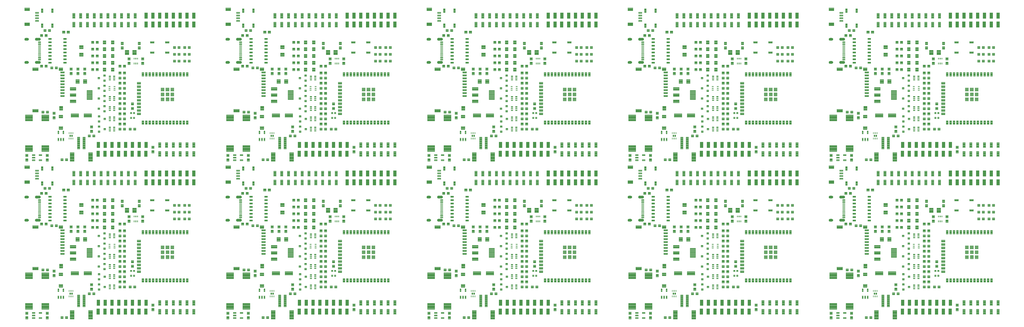
<source format=gtp>
G04 EAGLE Gerber RS-274X export*
G75*
%MOMM*%
%FSLAX34Y34*%
%LPD*%
%INSolderpaste Top*%
%IPPOS*%
%AMOC8*
5,1,8,0,0,1.08239X$1,22.5*%
G01*
%ADD10C,0.100000*%
%ADD11C,0.098000*%
%ADD12R,1.200000X2.200000*%
%ADD13C,0.102000*%
%ADD14C,0.099059*%
%ADD15C,0.096000*%
%ADD16C,0.099000*%
%ADD17C,0.106400*%
%ADD18C,0.105000*%
%ADD19C,0.101600*%
%ADD20C,0.097534*%
%ADD21C,0.110000*%
%ADD22C,0.104000*%
%ADD23R,0.250000X0.637500*%
%ADD24R,0.500000X0.640000*%

G36*
X2308205Y960134D02*
X2308205Y960134D01*
X2308208Y960131D01*
X2309303Y960311D01*
X2309309Y960317D01*
X2309314Y960314D01*
X2310342Y960733D01*
X2310346Y960740D01*
X2310351Y960738D01*
X2311260Y961376D01*
X2311263Y961383D01*
X2311268Y961383D01*
X2312012Y962206D01*
X2312013Y962214D01*
X2312019Y962215D01*
X2312561Y963183D01*
X2312560Y963192D01*
X2312566Y963194D01*
X2312879Y964258D01*
X2312876Y964266D01*
X2312881Y964269D01*
X2312949Y965377D01*
X2312945Y965384D01*
X2312949Y965387D01*
X2312779Y966495D01*
X2312773Y966501D01*
X2312776Y966506D01*
X2312364Y967548D01*
X2312357Y967552D01*
X2312359Y967557D01*
X2311725Y968482D01*
X2311717Y968484D01*
X2311718Y968490D01*
X2310895Y969250D01*
X2310886Y969251D01*
X2310886Y969257D01*
X2309914Y969814D01*
X2309906Y969813D01*
X2309904Y969819D01*
X2308832Y970146D01*
X2308824Y970143D01*
X2308821Y970148D01*
X2307704Y970229D01*
X2307701Y970228D01*
X2307700Y970229D01*
X2295700Y970229D01*
X2295697Y970227D01*
X2295690Y970227D01*
X2295689Y970228D01*
X2294745Y970009D01*
X2294739Y970003D01*
X2294734Y970005D01*
X2293862Y969582D01*
X2293859Y969574D01*
X2293853Y969576D01*
X2293097Y968969D01*
X2293095Y968961D01*
X2293089Y968961D01*
X2292488Y968201D01*
X2292488Y968192D01*
X2292482Y968191D01*
X2292064Y967316D01*
X2292066Y967308D01*
X2292061Y967306D01*
X2291849Y966360D01*
X2291852Y966353D01*
X2291847Y966349D01*
X2291851Y965380D01*
X2291851Y965379D01*
X2291870Y964311D01*
X2291875Y964304D01*
X2291871Y964300D01*
X2292127Y963263D01*
X2292134Y963258D01*
X2292131Y963252D01*
X2292612Y962298D01*
X2292619Y962295D01*
X2292618Y962289D01*
X2293299Y961466D01*
X2293307Y961464D01*
X2293307Y961458D01*
X2294154Y960807D01*
X2294162Y960807D01*
X2294163Y960801D01*
X2295134Y960354D01*
X2295142Y960356D01*
X2295144Y960351D01*
X2296190Y960132D01*
X2296197Y960135D01*
X2296200Y960131D01*
X2308200Y960131D01*
X2308205Y960134D01*
G37*
G36*
X1558905Y960134D02*
X1558905Y960134D01*
X1558908Y960131D01*
X1560003Y960311D01*
X1560009Y960317D01*
X1560014Y960314D01*
X1561042Y960733D01*
X1561046Y960740D01*
X1561051Y960738D01*
X1561960Y961376D01*
X1561963Y961383D01*
X1561968Y961383D01*
X1562712Y962206D01*
X1562713Y962214D01*
X1562719Y962215D01*
X1563261Y963183D01*
X1563260Y963192D01*
X1563266Y963194D01*
X1563579Y964258D01*
X1563576Y964266D01*
X1563581Y964269D01*
X1563649Y965377D01*
X1563645Y965384D01*
X1563649Y965387D01*
X1563479Y966495D01*
X1563473Y966501D01*
X1563476Y966506D01*
X1563064Y967548D01*
X1563057Y967552D01*
X1563059Y967557D01*
X1562425Y968482D01*
X1562417Y968484D01*
X1562418Y968490D01*
X1561595Y969250D01*
X1561586Y969251D01*
X1561586Y969257D01*
X1560614Y969814D01*
X1560606Y969813D01*
X1560604Y969819D01*
X1559532Y970146D01*
X1559524Y970143D01*
X1559521Y970148D01*
X1558404Y970229D01*
X1558401Y970228D01*
X1558400Y970229D01*
X1546400Y970229D01*
X1546397Y970227D01*
X1546390Y970227D01*
X1546389Y970228D01*
X1545445Y970009D01*
X1545439Y970003D01*
X1545434Y970005D01*
X1544562Y969582D01*
X1544559Y969574D01*
X1544553Y969576D01*
X1543797Y968969D01*
X1543795Y968961D01*
X1543789Y968961D01*
X1543188Y968201D01*
X1543188Y968192D01*
X1543182Y968191D01*
X1542764Y967316D01*
X1542766Y967308D01*
X1542761Y967306D01*
X1542549Y966360D01*
X1542552Y966353D01*
X1542547Y966349D01*
X1542551Y965380D01*
X1542551Y965379D01*
X1542570Y964311D01*
X1542575Y964304D01*
X1542571Y964300D01*
X1542827Y963263D01*
X1542834Y963258D01*
X1542831Y963252D01*
X1543312Y962298D01*
X1543319Y962295D01*
X1543318Y962289D01*
X1543999Y961466D01*
X1544007Y961464D01*
X1544007Y961458D01*
X1544854Y960807D01*
X1544862Y960807D01*
X1544863Y960801D01*
X1545834Y960354D01*
X1545842Y960356D01*
X1545844Y960351D01*
X1546890Y960132D01*
X1546897Y960135D01*
X1546900Y960131D01*
X1558900Y960131D01*
X1558905Y960134D01*
G37*
G36*
X60305Y960134D02*
X60305Y960134D01*
X60308Y960131D01*
X61403Y960311D01*
X61409Y960317D01*
X61414Y960314D01*
X62442Y960733D01*
X62446Y960740D01*
X62451Y960738D01*
X63360Y961376D01*
X63363Y961383D01*
X63368Y961383D01*
X64112Y962206D01*
X64113Y962214D01*
X64119Y962215D01*
X64661Y963183D01*
X64660Y963192D01*
X64666Y963194D01*
X64979Y964258D01*
X64976Y964266D01*
X64981Y964269D01*
X65049Y965377D01*
X65045Y965384D01*
X65049Y965387D01*
X64879Y966495D01*
X64873Y966501D01*
X64876Y966506D01*
X64464Y967548D01*
X64457Y967552D01*
X64459Y967557D01*
X63825Y968482D01*
X63817Y968484D01*
X63818Y968490D01*
X62995Y969250D01*
X62986Y969251D01*
X62986Y969257D01*
X62014Y969814D01*
X62006Y969813D01*
X62004Y969819D01*
X60932Y970146D01*
X60924Y970143D01*
X60921Y970148D01*
X59804Y970229D01*
X59801Y970228D01*
X59800Y970229D01*
X47800Y970229D01*
X47797Y970227D01*
X47790Y970227D01*
X47789Y970228D01*
X46845Y970009D01*
X46839Y970003D01*
X46834Y970005D01*
X45962Y969582D01*
X45959Y969574D01*
X45953Y969576D01*
X45197Y968969D01*
X45195Y968961D01*
X45189Y968961D01*
X44588Y968201D01*
X44588Y968192D01*
X44582Y968191D01*
X44164Y967316D01*
X44166Y967308D01*
X44161Y967306D01*
X43949Y966360D01*
X43952Y966353D01*
X43947Y966349D01*
X43951Y965380D01*
X43951Y965379D01*
X43970Y964311D01*
X43975Y964304D01*
X43971Y964300D01*
X44227Y963263D01*
X44234Y963258D01*
X44231Y963252D01*
X44712Y962298D01*
X44719Y962295D01*
X44718Y962289D01*
X45399Y961466D01*
X45407Y961464D01*
X45407Y961458D01*
X46254Y960807D01*
X46262Y960807D01*
X46263Y960801D01*
X47234Y960354D01*
X47242Y960356D01*
X47244Y960351D01*
X48290Y960132D01*
X48297Y960135D01*
X48300Y960131D01*
X60300Y960131D01*
X60305Y960134D01*
G37*
G36*
X809605Y960134D02*
X809605Y960134D01*
X809608Y960131D01*
X810703Y960311D01*
X810709Y960317D01*
X810714Y960314D01*
X811742Y960733D01*
X811746Y960740D01*
X811751Y960738D01*
X812660Y961376D01*
X812663Y961383D01*
X812668Y961383D01*
X813412Y962206D01*
X813413Y962214D01*
X813419Y962215D01*
X813961Y963183D01*
X813960Y963192D01*
X813966Y963194D01*
X814279Y964258D01*
X814276Y964266D01*
X814281Y964269D01*
X814349Y965377D01*
X814345Y965384D01*
X814349Y965387D01*
X814179Y966495D01*
X814173Y966501D01*
X814176Y966506D01*
X813764Y967548D01*
X813757Y967552D01*
X813759Y967557D01*
X813125Y968482D01*
X813117Y968484D01*
X813118Y968490D01*
X812295Y969250D01*
X812286Y969251D01*
X812286Y969257D01*
X811314Y969814D01*
X811306Y969813D01*
X811304Y969819D01*
X810232Y970146D01*
X810224Y970143D01*
X810221Y970148D01*
X809104Y970229D01*
X809101Y970228D01*
X809100Y970229D01*
X797100Y970229D01*
X797097Y970227D01*
X797090Y970227D01*
X797089Y970228D01*
X796145Y970009D01*
X796139Y970003D01*
X796134Y970005D01*
X795262Y969582D01*
X795259Y969574D01*
X795253Y969576D01*
X794497Y968969D01*
X794495Y968961D01*
X794489Y968961D01*
X793888Y968201D01*
X793888Y968192D01*
X793882Y968191D01*
X793464Y967316D01*
X793466Y967308D01*
X793461Y967306D01*
X793249Y966360D01*
X793252Y966353D01*
X793247Y966349D01*
X793251Y965380D01*
X793251Y965379D01*
X793270Y964311D01*
X793275Y964304D01*
X793271Y964300D01*
X793527Y963263D01*
X793534Y963258D01*
X793531Y963252D01*
X794012Y962298D01*
X794019Y962295D01*
X794018Y962289D01*
X794699Y961466D01*
X794707Y961464D01*
X794707Y961458D01*
X795554Y960807D01*
X795562Y960807D01*
X795563Y960801D01*
X796534Y960354D01*
X796542Y960356D01*
X796544Y960351D01*
X797590Y960132D01*
X797597Y960135D01*
X797600Y960131D01*
X809600Y960131D01*
X809605Y960134D01*
G37*
G36*
X3057505Y960134D02*
X3057505Y960134D01*
X3057508Y960131D01*
X3058603Y960311D01*
X3058609Y960317D01*
X3058614Y960314D01*
X3059642Y960733D01*
X3059646Y960740D01*
X3059651Y960738D01*
X3060560Y961376D01*
X3060563Y961383D01*
X3060568Y961383D01*
X3061312Y962206D01*
X3061313Y962214D01*
X3061319Y962215D01*
X3061861Y963183D01*
X3061860Y963192D01*
X3061866Y963194D01*
X3062179Y964258D01*
X3062176Y964266D01*
X3062181Y964269D01*
X3062249Y965377D01*
X3062245Y965384D01*
X3062249Y965387D01*
X3062079Y966495D01*
X3062073Y966501D01*
X3062076Y966506D01*
X3061664Y967548D01*
X3061657Y967552D01*
X3061659Y967557D01*
X3061025Y968482D01*
X3061017Y968484D01*
X3061018Y968490D01*
X3060195Y969250D01*
X3060186Y969251D01*
X3060186Y969257D01*
X3059214Y969814D01*
X3059206Y969813D01*
X3059204Y969819D01*
X3058132Y970146D01*
X3058124Y970143D01*
X3058121Y970148D01*
X3057004Y970229D01*
X3057001Y970228D01*
X3057000Y970229D01*
X3045000Y970229D01*
X3044997Y970227D01*
X3044990Y970227D01*
X3044989Y970228D01*
X3044045Y970009D01*
X3044039Y970003D01*
X3044034Y970005D01*
X3043162Y969582D01*
X3043159Y969574D01*
X3043153Y969576D01*
X3042397Y968969D01*
X3042395Y968961D01*
X3042389Y968961D01*
X3041788Y968201D01*
X3041788Y968192D01*
X3041782Y968191D01*
X3041364Y967316D01*
X3041366Y967308D01*
X3041361Y967306D01*
X3041149Y966360D01*
X3041152Y966353D01*
X3041147Y966349D01*
X3041151Y965380D01*
X3041151Y965379D01*
X3041170Y964311D01*
X3041175Y964304D01*
X3041171Y964300D01*
X3041427Y963263D01*
X3041434Y963258D01*
X3041431Y963252D01*
X3041912Y962298D01*
X3041919Y962295D01*
X3041918Y962289D01*
X3042599Y961466D01*
X3042607Y961464D01*
X3042607Y961458D01*
X3043454Y960807D01*
X3043462Y960807D01*
X3043463Y960801D01*
X3044434Y960354D01*
X3044442Y960356D01*
X3044444Y960351D01*
X3045490Y960132D01*
X3045497Y960135D01*
X3045500Y960131D01*
X3057500Y960131D01*
X3057505Y960134D01*
G37*
G36*
X60305Y370854D02*
X60305Y370854D01*
X60308Y370851D01*
X61403Y371031D01*
X61409Y371037D01*
X61414Y371034D01*
X62442Y371453D01*
X62446Y371460D01*
X62451Y371458D01*
X63360Y372096D01*
X63363Y372103D01*
X63368Y372103D01*
X64112Y372926D01*
X64113Y372934D01*
X64119Y372935D01*
X64661Y373903D01*
X64660Y373912D01*
X64666Y373914D01*
X64979Y374978D01*
X64976Y374986D01*
X64981Y374989D01*
X65049Y376097D01*
X65045Y376104D01*
X65049Y376107D01*
X64879Y377215D01*
X64873Y377221D01*
X64876Y377226D01*
X64464Y378268D01*
X64457Y378272D01*
X64459Y378277D01*
X63825Y379202D01*
X63817Y379204D01*
X63818Y379210D01*
X62995Y379970D01*
X62986Y379971D01*
X62986Y379977D01*
X62014Y380534D01*
X62006Y380533D01*
X62004Y380539D01*
X60932Y380866D01*
X60924Y380863D01*
X60921Y380868D01*
X59804Y380949D01*
X59801Y380948D01*
X59800Y380949D01*
X47800Y380949D01*
X47797Y380947D01*
X47790Y380947D01*
X47789Y380948D01*
X46845Y380729D01*
X46839Y380723D01*
X46834Y380725D01*
X45962Y380302D01*
X45959Y380294D01*
X45953Y380296D01*
X45197Y379689D01*
X45195Y379681D01*
X45189Y379681D01*
X44588Y378921D01*
X44588Y378912D01*
X44582Y378911D01*
X44164Y378036D01*
X44166Y378028D01*
X44161Y378026D01*
X43949Y377080D01*
X43952Y377073D01*
X43947Y377069D01*
X43951Y376100D01*
X43951Y376099D01*
X43970Y375031D01*
X43975Y375024D01*
X43971Y375020D01*
X44227Y373983D01*
X44234Y373978D01*
X44231Y373972D01*
X44712Y373018D01*
X44719Y373015D01*
X44718Y373009D01*
X45399Y372186D01*
X45407Y372184D01*
X45407Y372178D01*
X46254Y371527D01*
X46262Y371527D01*
X46263Y371521D01*
X47234Y371074D01*
X47242Y371076D01*
X47244Y371071D01*
X48290Y370852D01*
X48297Y370855D01*
X48300Y370851D01*
X60300Y370851D01*
X60305Y370854D01*
G37*
G36*
X1558905Y370854D02*
X1558905Y370854D01*
X1558908Y370851D01*
X1560003Y371031D01*
X1560009Y371037D01*
X1560014Y371034D01*
X1561042Y371453D01*
X1561046Y371460D01*
X1561051Y371458D01*
X1561960Y372096D01*
X1561963Y372103D01*
X1561968Y372103D01*
X1562712Y372926D01*
X1562713Y372934D01*
X1562719Y372935D01*
X1563261Y373903D01*
X1563260Y373912D01*
X1563266Y373914D01*
X1563579Y374978D01*
X1563576Y374986D01*
X1563581Y374989D01*
X1563649Y376097D01*
X1563645Y376104D01*
X1563649Y376107D01*
X1563479Y377215D01*
X1563473Y377221D01*
X1563476Y377226D01*
X1563064Y378268D01*
X1563057Y378272D01*
X1563059Y378277D01*
X1562425Y379202D01*
X1562417Y379204D01*
X1562418Y379210D01*
X1561595Y379970D01*
X1561586Y379971D01*
X1561586Y379977D01*
X1560614Y380534D01*
X1560606Y380533D01*
X1560604Y380539D01*
X1559532Y380866D01*
X1559524Y380863D01*
X1559521Y380868D01*
X1558404Y380949D01*
X1558401Y380948D01*
X1558400Y380949D01*
X1546400Y380949D01*
X1546397Y380947D01*
X1546390Y380947D01*
X1546389Y380948D01*
X1545445Y380729D01*
X1545439Y380723D01*
X1545434Y380725D01*
X1544562Y380302D01*
X1544559Y380294D01*
X1544553Y380296D01*
X1543797Y379689D01*
X1543795Y379681D01*
X1543789Y379681D01*
X1543188Y378921D01*
X1543188Y378912D01*
X1543182Y378911D01*
X1542764Y378036D01*
X1542766Y378028D01*
X1542761Y378026D01*
X1542549Y377080D01*
X1542552Y377073D01*
X1542547Y377069D01*
X1542551Y376100D01*
X1542551Y376099D01*
X1542570Y375031D01*
X1542575Y375024D01*
X1542571Y375020D01*
X1542827Y373983D01*
X1542834Y373978D01*
X1542831Y373972D01*
X1543312Y373018D01*
X1543319Y373015D01*
X1543318Y373009D01*
X1543999Y372186D01*
X1544007Y372184D01*
X1544007Y372178D01*
X1544854Y371527D01*
X1544862Y371527D01*
X1544863Y371521D01*
X1545834Y371074D01*
X1545842Y371076D01*
X1545844Y371071D01*
X1546890Y370852D01*
X1546897Y370855D01*
X1546900Y370851D01*
X1558900Y370851D01*
X1558905Y370854D01*
G37*
G36*
X809605Y370854D02*
X809605Y370854D01*
X809608Y370851D01*
X810703Y371031D01*
X810709Y371037D01*
X810714Y371034D01*
X811742Y371453D01*
X811746Y371460D01*
X811751Y371458D01*
X812660Y372096D01*
X812663Y372103D01*
X812668Y372103D01*
X813412Y372926D01*
X813413Y372934D01*
X813419Y372935D01*
X813961Y373903D01*
X813960Y373912D01*
X813966Y373914D01*
X814279Y374978D01*
X814276Y374986D01*
X814281Y374989D01*
X814349Y376097D01*
X814345Y376104D01*
X814349Y376107D01*
X814179Y377215D01*
X814173Y377221D01*
X814176Y377226D01*
X813764Y378268D01*
X813757Y378272D01*
X813759Y378277D01*
X813125Y379202D01*
X813117Y379204D01*
X813118Y379210D01*
X812295Y379970D01*
X812286Y379971D01*
X812286Y379977D01*
X811314Y380534D01*
X811306Y380533D01*
X811304Y380539D01*
X810232Y380866D01*
X810224Y380863D01*
X810221Y380868D01*
X809104Y380949D01*
X809101Y380948D01*
X809100Y380949D01*
X797100Y380949D01*
X797097Y380947D01*
X797090Y380947D01*
X797089Y380948D01*
X796145Y380729D01*
X796139Y380723D01*
X796134Y380725D01*
X795262Y380302D01*
X795259Y380294D01*
X795253Y380296D01*
X794497Y379689D01*
X794495Y379681D01*
X794489Y379681D01*
X793888Y378921D01*
X793888Y378912D01*
X793882Y378911D01*
X793464Y378036D01*
X793466Y378028D01*
X793461Y378026D01*
X793249Y377080D01*
X793252Y377073D01*
X793247Y377069D01*
X793251Y376100D01*
X793251Y376099D01*
X793270Y375031D01*
X793275Y375024D01*
X793271Y375020D01*
X793527Y373983D01*
X793534Y373978D01*
X793531Y373972D01*
X794012Y373018D01*
X794019Y373015D01*
X794018Y373009D01*
X794699Y372186D01*
X794707Y372184D01*
X794707Y372178D01*
X795554Y371527D01*
X795562Y371527D01*
X795563Y371521D01*
X796534Y371074D01*
X796542Y371076D01*
X796544Y371071D01*
X797590Y370852D01*
X797597Y370855D01*
X797600Y370851D01*
X809600Y370851D01*
X809605Y370854D01*
G37*
G36*
X3057505Y370854D02*
X3057505Y370854D01*
X3057508Y370851D01*
X3058603Y371031D01*
X3058609Y371037D01*
X3058614Y371034D01*
X3059642Y371453D01*
X3059646Y371460D01*
X3059651Y371458D01*
X3060560Y372096D01*
X3060563Y372103D01*
X3060568Y372103D01*
X3061312Y372926D01*
X3061313Y372934D01*
X3061319Y372935D01*
X3061861Y373903D01*
X3061860Y373912D01*
X3061866Y373914D01*
X3062179Y374978D01*
X3062176Y374986D01*
X3062181Y374989D01*
X3062249Y376097D01*
X3062245Y376104D01*
X3062249Y376107D01*
X3062079Y377215D01*
X3062073Y377221D01*
X3062076Y377226D01*
X3061664Y378268D01*
X3061657Y378272D01*
X3061659Y378277D01*
X3061025Y379202D01*
X3061017Y379204D01*
X3061018Y379210D01*
X3060195Y379970D01*
X3060186Y379971D01*
X3060186Y379977D01*
X3059214Y380534D01*
X3059206Y380533D01*
X3059204Y380539D01*
X3058132Y380866D01*
X3058124Y380863D01*
X3058121Y380868D01*
X3057004Y380949D01*
X3057001Y380948D01*
X3057000Y380949D01*
X3045000Y380949D01*
X3044997Y380947D01*
X3044990Y380947D01*
X3044989Y380948D01*
X3044045Y380729D01*
X3044039Y380723D01*
X3044034Y380725D01*
X3043162Y380302D01*
X3043159Y380294D01*
X3043153Y380296D01*
X3042397Y379689D01*
X3042395Y379681D01*
X3042389Y379681D01*
X3041788Y378921D01*
X3041788Y378912D01*
X3041782Y378911D01*
X3041364Y378036D01*
X3041366Y378028D01*
X3041361Y378026D01*
X3041149Y377080D01*
X3041152Y377073D01*
X3041147Y377069D01*
X3041151Y376100D01*
X3041151Y376099D01*
X3041170Y375031D01*
X3041175Y375024D01*
X3041171Y375020D01*
X3041427Y373983D01*
X3041434Y373978D01*
X3041431Y373972D01*
X3041912Y373018D01*
X3041919Y373015D01*
X3041918Y373009D01*
X3042599Y372186D01*
X3042607Y372184D01*
X3042607Y372178D01*
X3043454Y371527D01*
X3043462Y371527D01*
X3043463Y371521D01*
X3044434Y371074D01*
X3044442Y371076D01*
X3044444Y371071D01*
X3045490Y370852D01*
X3045497Y370855D01*
X3045500Y370851D01*
X3057500Y370851D01*
X3057505Y370854D01*
G37*
G36*
X2308205Y370854D02*
X2308205Y370854D01*
X2308208Y370851D01*
X2309303Y371031D01*
X2309309Y371037D01*
X2309314Y371034D01*
X2310342Y371453D01*
X2310346Y371460D01*
X2310351Y371458D01*
X2311260Y372096D01*
X2311263Y372103D01*
X2311268Y372103D01*
X2312012Y372926D01*
X2312013Y372934D01*
X2312019Y372935D01*
X2312561Y373903D01*
X2312560Y373912D01*
X2312566Y373914D01*
X2312879Y374978D01*
X2312876Y374986D01*
X2312881Y374989D01*
X2312949Y376097D01*
X2312945Y376104D01*
X2312949Y376107D01*
X2312779Y377215D01*
X2312773Y377221D01*
X2312776Y377226D01*
X2312364Y378268D01*
X2312357Y378272D01*
X2312359Y378277D01*
X2311725Y379202D01*
X2311717Y379204D01*
X2311718Y379210D01*
X2310895Y379970D01*
X2310886Y379971D01*
X2310886Y379977D01*
X2309914Y380534D01*
X2309906Y380533D01*
X2309904Y380539D01*
X2308832Y380866D01*
X2308824Y380863D01*
X2308821Y380868D01*
X2307704Y380949D01*
X2307701Y380948D01*
X2307700Y380949D01*
X2295700Y380949D01*
X2295697Y380947D01*
X2295690Y380947D01*
X2295689Y380948D01*
X2294745Y380729D01*
X2294739Y380723D01*
X2294734Y380725D01*
X2293862Y380302D01*
X2293859Y380294D01*
X2293853Y380296D01*
X2293097Y379689D01*
X2293095Y379681D01*
X2293089Y379681D01*
X2292488Y378921D01*
X2292488Y378912D01*
X2292482Y378911D01*
X2292064Y378036D01*
X2292066Y378028D01*
X2292061Y378026D01*
X2291849Y377080D01*
X2291852Y377073D01*
X2291847Y377069D01*
X2291851Y376100D01*
X2291851Y376099D01*
X2291870Y375031D01*
X2291875Y375024D01*
X2291871Y375020D01*
X2292127Y373983D01*
X2292134Y373978D01*
X2292131Y373972D01*
X2292612Y373018D01*
X2292619Y373015D01*
X2292618Y373009D01*
X2293299Y372186D01*
X2293307Y372184D01*
X2293307Y372178D01*
X2294154Y371527D01*
X2294162Y371527D01*
X2294163Y371521D01*
X2295134Y371074D01*
X2295142Y371076D01*
X2295144Y371071D01*
X2296190Y370852D01*
X2296197Y370855D01*
X2296200Y370851D01*
X2308200Y370851D01*
X2308205Y370854D01*
G37*
G36*
X3057505Y457255D02*
X3057505Y457255D01*
X3057508Y457251D01*
X3058614Y457444D01*
X3058619Y457449D01*
X3058619Y457450D01*
X3058624Y457447D01*
X3059659Y457880D01*
X3059663Y457887D01*
X3059668Y457885D01*
X3060581Y458538D01*
X3060583Y458546D01*
X3060589Y458545D01*
X3061333Y459384D01*
X3061334Y459393D01*
X3061339Y459393D01*
X3061878Y460377D01*
X3061877Y460385D01*
X3061878Y460386D01*
X3061882Y460387D01*
X3061883Y460389D01*
X3062065Y461030D01*
X3062189Y461466D01*
X3062187Y461471D01*
X3062189Y461473D01*
X3062187Y461475D01*
X3062191Y461477D01*
X3062249Y462597D01*
X3062246Y462602D01*
X3062249Y462606D01*
X3062131Y463651D01*
X3062125Y463657D01*
X3062129Y463662D01*
X3061781Y464656D01*
X3061774Y464660D01*
X3061776Y464665D01*
X3061216Y465557D01*
X3061209Y465560D01*
X3061209Y465565D01*
X3060465Y466309D01*
X3060457Y466311D01*
X3060457Y466316D01*
X3059565Y466876D01*
X3059557Y466876D01*
X3059556Y466881D01*
X3058562Y467229D01*
X3058554Y467226D01*
X3058551Y467231D01*
X3057506Y467349D01*
X3057502Y467347D01*
X3057500Y467349D01*
X3045500Y467349D01*
X3045497Y467347D01*
X3045494Y467347D01*
X3045492Y467349D01*
X3044496Y467191D01*
X3044490Y467185D01*
X3044485Y467188D01*
X3043549Y466813D01*
X3043545Y466806D01*
X3043539Y466808D01*
X3042710Y466234D01*
X3042707Y466226D01*
X3042702Y466227D01*
X3042021Y465483D01*
X3042020Y465474D01*
X3042014Y465474D01*
X3041516Y464597D01*
X3041517Y464589D01*
X3041512Y464586D01*
X3041324Y463962D01*
X3041221Y463621D01*
X3041222Y463618D01*
X3041221Y463617D01*
X3041224Y463613D01*
X3041219Y463610D01*
X3041151Y462603D01*
X3041152Y462601D01*
X3041151Y462600D01*
X3041160Y461519D01*
X3041165Y461512D01*
X3041161Y461508D01*
X3041411Y460456D01*
X3041417Y460451D01*
X3041414Y460446D01*
X3041891Y459476D01*
X3041899Y459473D01*
X3041897Y459467D01*
X3042578Y458628D01*
X3042586Y458626D01*
X3042586Y458620D01*
X3043437Y457954D01*
X3043445Y457953D01*
X3043446Y457948D01*
X3044423Y457487D01*
X3044431Y457489D01*
X3044434Y457484D01*
X3045489Y457252D01*
X3045497Y457255D01*
X3045500Y457251D01*
X3057500Y457251D01*
X3057505Y457255D01*
G37*
G36*
X3057505Y1046535D02*
X3057505Y1046535D01*
X3057508Y1046531D01*
X3058614Y1046724D01*
X3058619Y1046729D01*
X3058619Y1046730D01*
X3058624Y1046727D01*
X3059659Y1047160D01*
X3059663Y1047167D01*
X3059668Y1047165D01*
X3060581Y1047818D01*
X3060583Y1047826D01*
X3060589Y1047825D01*
X3061333Y1048664D01*
X3061334Y1048673D01*
X3061339Y1048673D01*
X3061878Y1049657D01*
X3061877Y1049665D01*
X3061878Y1049666D01*
X3061882Y1049667D01*
X3061883Y1049669D01*
X3062065Y1050310D01*
X3062189Y1050746D01*
X3062187Y1050751D01*
X3062189Y1050753D01*
X3062187Y1050755D01*
X3062191Y1050757D01*
X3062249Y1051877D01*
X3062246Y1051882D01*
X3062249Y1051886D01*
X3062131Y1052931D01*
X3062125Y1052937D01*
X3062129Y1052942D01*
X3061781Y1053936D01*
X3061774Y1053940D01*
X3061776Y1053945D01*
X3061216Y1054837D01*
X3061209Y1054840D01*
X3061209Y1054845D01*
X3060465Y1055589D01*
X3060457Y1055591D01*
X3060457Y1055596D01*
X3059565Y1056156D01*
X3059557Y1056156D01*
X3059556Y1056161D01*
X3058562Y1056509D01*
X3058554Y1056506D01*
X3058551Y1056511D01*
X3057506Y1056629D01*
X3057502Y1056627D01*
X3057500Y1056629D01*
X3045500Y1056629D01*
X3045497Y1056627D01*
X3045494Y1056627D01*
X3045492Y1056629D01*
X3044496Y1056471D01*
X3044490Y1056465D01*
X3044485Y1056468D01*
X3043549Y1056093D01*
X3043545Y1056086D01*
X3043539Y1056088D01*
X3042710Y1055514D01*
X3042707Y1055506D01*
X3042702Y1055507D01*
X3042021Y1054763D01*
X3042020Y1054754D01*
X3042014Y1054754D01*
X3041516Y1053877D01*
X3041517Y1053869D01*
X3041512Y1053866D01*
X3041324Y1053242D01*
X3041221Y1052901D01*
X3041222Y1052898D01*
X3041221Y1052897D01*
X3041224Y1052893D01*
X3041219Y1052890D01*
X3041151Y1051883D01*
X3041152Y1051881D01*
X3041151Y1051880D01*
X3041160Y1050799D01*
X3041165Y1050792D01*
X3041161Y1050788D01*
X3041411Y1049736D01*
X3041417Y1049731D01*
X3041414Y1049726D01*
X3041891Y1048756D01*
X3041899Y1048753D01*
X3041897Y1048747D01*
X3042578Y1047908D01*
X3042586Y1047906D01*
X3042586Y1047900D01*
X3043437Y1047234D01*
X3043445Y1047233D01*
X3043446Y1047228D01*
X3044423Y1046767D01*
X3044431Y1046769D01*
X3044434Y1046764D01*
X3045489Y1046532D01*
X3045497Y1046535D01*
X3045500Y1046531D01*
X3057500Y1046531D01*
X3057505Y1046535D01*
G37*
G36*
X60305Y457255D02*
X60305Y457255D01*
X60308Y457251D01*
X61414Y457444D01*
X61419Y457449D01*
X61419Y457450D01*
X61424Y457447D01*
X62459Y457880D01*
X62463Y457887D01*
X62468Y457885D01*
X63381Y458538D01*
X63383Y458546D01*
X63389Y458545D01*
X64133Y459384D01*
X64134Y459393D01*
X64139Y459393D01*
X64678Y460377D01*
X64677Y460385D01*
X64678Y460386D01*
X64682Y460387D01*
X64683Y460389D01*
X64865Y461030D01*
X64989Y461466D01*
X64987Y461471D01*
X64989Y461473D01*
X64987Y461475D01*
X64991Y461477D01*
X65049Y462597D01*
X65046Y462602D01*
X65049Y462606D01*
X64931Y463651D01*
X64925Y463657D01*
X64929Y463662D01*
X64581Y464656D01*
X64574Y464660D01*
X64576Y464665D01*
X64016Y465557D01*
X64009Y465560D01*
X64009Y465565D01*
X63265Y466309D01*
X63257Y466311D01*
X63257Y466316D01*
X62365Y466876D01*
X62357Y466876D01*
X62356Y466881D01*
X61362Y467229D01*
X61354Y467226D01*
X61351Y467231D01*
X60306Y467349D01*
X60302Y467347D01*
X60300Y467349D01*
X48300Y467349D01*
X48297Y467347D01*
X48294Y467347D01*
X48292Y467349D01*
X47296Y467191D01*
X47290Y467185D01*
X47285Y467188D01*
X46349Y466813D01*
X46345Y466806D01*
X46339Y466808D01*
X45510Y466234D01*
X45507Y466226D01*
X45502Y466227D01*
X44821Y465483D01*
X44820Y465474D01*
X44814Y465474D01*
X44316Y464597D01*
X44317Y464589D01*
X44312Y464586D01*
X44124Y463962D01*
X44021Y463621D01*
X44022Y463618D01*
X44021Y463617D01*
X44024Y463613D01*
X44019Y463610D01*
X43951Y462603D01*
X43952Y462601D01*
X43951Y462600D01*
X43960Y461519D01*
X43965Y461512D01*
X43961Y461508D01*
X44211Y460456D01*
X44217Y460451D01*
X44214Y460446D01*
X44691Y459476D01*
X44699Y459473D01*
X44697Y459467D01*
X45378Y458628D01*
X45386Y458626D01*
X45386Y458620D01*
X46237Y457954D01*
X46245Y457953D01*
X46246Y457948D01*
X47223Y457487D01*
X47231Y457489D01*
X47234Y457484D01*
X48289Y457252D01*
X48297Y457255D01*
X48300Y457251D01*
X60300Y457251D01*
X60305Y457255D01*
G37*
G36*
X809605Y1046535D02*
X809605Y1046535D01*
X809608Y1046531D01*
X810714Y1046724D01*
X810719Y1046729D01*
X810719Y1046730D01*
X810724Y1046727D01*
X811759Y1047160D01*
X811763Y1047167D01*
X811768Y1047165D01*
X812681Y1047818D01*
X812683Y1047826D01*
X812689Y1047825D01*
X813433Y1048664D01*
X813434Y1048673D01*
X813439Y1048673D01*
X813978Y1049657D01*
X813977Y1049665D01*
X813978Y1049666D01*
X813982Y1049667D01*
X813983Y1049669D01*
X814165Y1050310D01*
X814289Y1050746D01*
X814287Y1050751D01*
X814289Y1050753D01*
X814287Y1050755D01*
X814291Y1050757D01*
X814349Y1051877D01*
X814346Y1051882D01*
X814349Y1051886D01*
X814231Y1052931D01*
X814225Y1052937D01*
X814229Y1052942D01*
X813881Y1053936D01*
X813874Y1053940D01*
X813876Y1053945D01*
X813316Y1054837D01*
X813309Y1054840D01*
X813309Y1054845D01*
X812565Y1055589D01*
X812557Y1055591D01*
X812557Y1055596D01*
X811665Y1056156D01*
X811657Y1056156D01*
X811656Y1056161D01*
X810662Y1056509D01*
X810654Y1056506D01*
X810651Y1056511D01*
X809606Y1056629D01*
X809602Y1056627D01*
X809600Y1056629D01*
X797600Y1056629D01*
X797597Y1056627D01*
X797594Y1056627D01*
X797592Y1056629D01*
X796596Y1056471D01*
X796590Y1056465D01*
X796585Y1056468D01*
X795649Y1056093D01*
X795645Y1056086D01*
X795639Y1056088D01*
X794810Y1055514D01*
X794807Y1055506D01*
X794802Y1055507D01*
X794121Y1054763D01*
X794120Y1054754D01*
X794114Y1054754D01*
X793616Y1053877D01*
X793617Y1053869D01*
X793612Y1053866D01*
X793424Y1053242D01*
X793321Y1052901D01*
X793322Y1052898D01*
X793321Y1052897D01*
X793324Y1052893D01*
X793319Y1052890D01*
X793251Y1051883D01*
X793252Y1051881D01*
X793251Y1051880D01*
X793260Y1050799D01*
X793265Y1050792D01*
X793261Y1050788D01*
X793511Y1049736D01*
X793517Y1049731D01*
X793514Y1049726D01*
X793991Y1048756D01*
X793999Y1048753D01*
X793997Y1048747D01*
X794678Y1047908D01*
X794686Y1047906D01*
X794686Y1047900D01*
X795537Y1047234D01*
X795545Y1047233D01*
X795546Y1047228D01*
X796523Y1046767D01*
X796531Y1046769D01*
X796534Y1046764D01*
X797589Y1046532D01*
X797597Y1046535D01*
X797600Y1046531D01*
X809600Y1046531D01*
X809605Y1046535D01*
G37*
G36*
X2308205Y457255D02*
X2308205Y457255D01*
X2308208Y457251D01*
X2309314Y457444D01*
X2309319Y457449D01*
X2309319Y457450D01*
X2309324Y457447D01*
X2310359Y457880D01*
X2310363Y457887D01*
X2310368Y457885D01*
X2311281Y458538D01*
X2311283Y458546D01*
X2311289Y458545D01*
X2312033Y459384D01*
X2312034Y459393D01*
X2312039Y459393D01*
X2312578Y460377D01*
X2312577Y460385D01*
X2312578Y460386D01*
X2312582Y460387D01*
X2312583Y460389D01*
X2312765Y461030D01*
X2312889Y461466D01*
X2312887Y461471D01*
X2312889Y461473D01*
X2312887Y461475D01*
X2312891Y461477D01*
X2312949Y462597D01*
X2312946Y462602D01*
X2312949Y462606D01*
X2312831Y463651D01*
X2312825Y463657D01*
X2312829Y463662D01*
X2312481Y464656D01*
X2312474Y464660D01*
X2312476Y464665D01*
X2311916Y465557D01*
X2311909Y465560D01*
X2311909Y465565D01*
X2311165Y466309D01*
X2311157Y466311D01*
X2311157Y466316D01*
X2310265Y466876D01*
X2310257Y466876D01*
X2310256Y466881D01*
X2309262Y467229D01*
X2309254Y467226D01*
X2309251Y467231D01*
X2308206Y467349D01*
X2308202Y467347D01*
X2308200Y467349D01*
X2296200Y467349D01*
X2296197Y467347D01*
X2296194Y467347D01*
X2296192Y467349D01*
X2295196Y467191D01*
X2295190Y467185D01*
X2295185Y467188D01*
X2294249Y466813D01*
X2294245Y466806D01*
X2294239Y466808D01*
X2293410Y466234D01*
X2293407Y466226D01*
X2293402Y466227D01*
X2292721Y465483D01*
X2292720Y465474D01*
X2292714Y465474D01*
X2292216Y464597D01*
X2292217Y464589D01*
X2292212Y464586D01*
X2292024Y463962D01*
X2291921Y463621D01*
X2291922Y463618D01*
X2291921Y463617D01*
X2291924Y463613D01*
X2291919Y463610D01*
X2291851Y462603D01*
X2291852Y462601D01*
X2291851Y462600D01*
X2291860Y461519D01*
X2291865Y461512D01*
X2291861Y461508D01*
X2292111Y460456D01*
X2292117Y460451D01*
X2292114Y460446D01*
X2292591Y459476D01*
X2292599Y459473D01*
X2292597Y459467D01*
X2293278Y458628D01*
X2293286Y458626D01*
X2293286Y458620D01*
X2294137Y457954D01*
X2294145Y457953D01*
X2294146Y457948D01*
X2295123Y457487D01*
X2295131Y457489D01*
X2295134Y457484D01*
X2296189Y457252D01*
X2296197Y457255D01*
X2296200Y457251D01*
X2308200Y457251D01*
X2308205Y457255D01*
G37*
G36*
X1558905Y1046535D02*
X1558905Y1046535D01*
X1558908Y1046531D01*
X1560014Y1046724D01*
X1560019Y1046729D01*
X1560019Y1046730D01*
X1560024Y1046727D01*
X1561059Y1047160D01*
X1561063Y1047167D01*
X1561068Y1047165D01*
X1561981Y1047818D01*
X1561983Y1047826D01*
X1561989Y1047825D01*
X1562733Y1048664D01*
X1562734Y1048673D01*
X1562739Y1048673D01*
X1563278Y1049657D01*
X1563277Y1049665D01*
X1563278Y1049666D01*
X1563282Y1049667D01*
X1563283Y1049669D01*
X1563465Y1050310D01*
X1563589Y1050746D01*
X1563587Y1050751D01*
X1563589Y1050753D01*
X1563587Y1050755D01*
X1563591Y1050757D01*
X1563649Y1051877D01*
X1563646Y1051882D01*
X1563649Y1051886D01*
X1563531Y1052931D01*
X1563525Y1052937D01*
X1563529Y1052942D01*
X1563181Y1053936D01*
X1563174Y1053940D01*
X1563176Y1053945D01*
X1562616Y1054837D01*
X1562609Y1054840D01*
X1562609Y1054845D01*
X1561865Y1055589D01*
X1561857Y1055591D01*
X1561857Y1055596D01*
X1560965Y1056156D01*
X1560957Y1056156D01*
X1560956Y1056161D01*
X1559962Y1056509D01*
X1559954Y1056506D01*
X1559951Y1056511D01*
X1558906Y1056629D01*
X1558902Y1056627D01*
X1558900Y1056629D01*
X1546900Y1056629D01*
X1546897Y1056627D01*
X1546894Y1056627D01*
X1546892Y1056629D01*
X1545896Y1056471D01*
X1545890Y1056465D01*
X1545885Y1056468D01*
X1544949Y1056093D01*
X1544945Y1056086D01*
X1544939Y1056088D01*
X1544110Y1055514D01*
X1544107Y1055506D01*
X1544102Y1055507D01*
X1543421Y1054763D01*
X1543420Y1054754D01*
X1543414Y1054754D01*
X1542916Y1053877D01*
X1542917Y1053869D01*
X1542912Y1053866D01*
X1542724Y1053242D01*
X1542621Y1052901D01*
X1542622Y1052898D01*
X1542621Y1052897D01*
X1542624Y1052893D01*
X1542619Y1052890D01*
X1542551Y1051883D01*
X1542552Y1051881D01*
X1542551Y1051880D01*
X1542560Y1050799D01*
X1542565Y1050792D01*
X1542561Y1050788D01*
X1542811Y1049736D01*
X1542817Y1049731D01*
X1542814Y1049726D01*
X1543291Y1048756D01*
X1543299Y1048753D01*
X1543297Y1048747D01*
X1543978Y1047908D01*
X1543986Y1047906D01*
X1543986Y1047900D01*
X1544837Y1047234D01*
X1544845Y1047233D01*
X1544846Y1047228D01*
X1545823Y1046767D01*
X1545831Y1046769D01*
X1545834Y1046764D01*
X1546889Y1046532D01*
X1546897Y1046535D01*
X1546900Y1046531D01*
X1558900Y1046531D01*
X1558905Y1046535D01*
G37*
G36*
X2308205Y1046535D02*
X2308205Y1046535D01*
X2308208Y1046531D01*
X2309314Y1046724D01*
X2309319Y1046729D01*
X2309319Y1046730D01*
X2309324Y1046727D01*
X2310359Y1047160D01*
X2310363Y1047167D01*
X2310368Y1047165D01*
X2311281Y1047818D01*
X2311283Y1047826D01*
X2311289Y1047825D01*
X2312033Y1048664D01*
X2312034Y1048673D01*
X2312039Y1048673D01*
X2312578Y1049657D01*
X2312577Y1049665D01*
X2312578Y1049666D01*
X2312582Y1049667D01*
X2312583Y1049669D01*
X2312765Y1050310D01*
X2312889Y1050746D01*
X2312887Y1050751D01*
X2312889Y1050753D01*
X2312887Y1050755D01*
X2312891Y1050757D01*
X2312949Y1051877D01*
X2312946Y1051882D01*
X2312949Y1051886D01*
X2312831Y1052931D01*
X2312825Y1052937D01*
X2312829Y1052942D01*
X2312481Y1053936D01*
X2312474Y1053940D01*
X2312476Y1053945D01*
X2311916Y1054837D01*
X2311909Y1054840D01*
X2311909Y1054845D01*
X2311165Y1055589D01*
X2311157Y1055591D01*
X2311157Y1055596D01*
X2310265Y1056156D01*
X2310257Y1056156D01*
X2310256Y1056161D01*
X2309262Y1056509D01*
X2309254Y1056506D01*
X2309251Y1056511D01*
X2308206Y1056629D01*
X2308202Y1056627D01*
X2308200Y1056629D01*
X2296200Y1056629D01*
X2296197Y1056627D01*
X2296194Y1056627D01*
X2296192Y1056629D01*
X2295196Y1056471D01*
X2295190Y1056465D01*
X2295185Y1056468D01*
X2294249Y1056093D01*
X2294245Y1056086D01*
X2294239Y1056088D01*
X2293410Y1055514D01*
X2293407Y1055506D01*
X2293402Y1055507D01*
X2292721Y1054763D01*
X2292720Y1054754D01*
X2292714Y1054754D01*
X2292216Y1053877D01*
X2292217Y1053869D01*
X2292212Y1053866D01*
X2292024Y1053242D01*
X2291921Y1052901D01*
X2291922Y1052898D01*
X2291921Y1052897D01*
X2291924Y1052893D01*
X2291919Y1052890D01*
X2291851Y1051883D01*
X2291852Y1051881D01*
X2291851Y1051880D01*
X2291860Y1050799D01*
X2291865Y1050792D01*
X2291861Y1050788D01*
X2292111Y1049736D01*
X2292117Y1049731D01*
X2292114Y1049726D01*
X2292591Y1048756D01*
X2292599Y1048753D01*
X2292597Y1048747D01*
X2293278Y1047908D01*
X2293286Y1047906D01*
X2293286Y1047900D01*
X2294137Y1047234D01*
X2294145Y1047233D01*
X2294146Y1047228D01*
X2295123Y1046767D01*
X2295131Y1046769D01*
X2295134Y1046764D01*
X2296189Y1046532D01*
X2296197Y1046535D01*
X2296200Y1046531D01*
X2308200Y1046531D01*
X2308205Y1046535D01*
G37*
G36*
X60305Y1046535D02*
X60305Y1046535D01*
X60308Y1046531D01*
X61414Y1046724D01*
X61419Y1046729D01*
X61419Y1046730D01*
X61424Y1046727D01*
X62459Y1047160D01*
X62463Y1047167D01*
X62468Y1047165D01*
X63381Y1047818D01*
X63383Y1047826D01*
X63389Y1047825D01*
X64133Y1048664D01*
X64134Y1048673D01*
X64139Y1048673D01*
X64678Y1049657D01*
X64677Y1049665D01*
X64678Y1049666D01*
X64682Y1049667D01*
X64683Y1049669D01*
X64865Y1050310D01*
X64989Y1050746D01*
X64987Y1050751D01*
X64989Y1050753D01*
X64987Y1050755D01*
X64991Y1050757D01*
X65049Y1051877D01*
X65046Y1051882D01*
X65049Y1051886D01*
X64931Y1052931D01*
X64925Y1052937D01*
X64929Y1052942D01*
X64581Y1053936D01*
X64574Y1053940D01*
X64576Y1053945D01*
X64016Y1054837D01*
X64009Y1054840D01*
X64009Y1054845D01*
X63265Y1055589D01*
X63257Y1055591D01*
X63257Y1055596D01*
X62365Y1056156D01*
X62357Y1056156D01*
X62356Y1056161D01*
X61362Y1056509D01*
X61354Y1056506D01*
X61351Y1056511D01*
X60306Y1056629D01*
X60302Y1056627D01*
X60300Y1056629D01*
X48300Y1056629D01*
X48297Y1056627D01*
X48294Y1056627D01*
X48292Y1056629D01*
X47296Y1056471D01*
X47290Y1056465D01*
X47285Y1056468D01*
X46349Y1056093D01*
X46345Y1056086D01*
X46339Y1056088D01*
X45510Y1055514D01*
X45507Y1055506D01*
X45502Y1055507D01*
X44821Y1054763D01*
X44820Y1054754D01*
X44814Y1054754D01*
X44316Y1053877D01*
X44317Y1053869D01*
X44312Y1053866D01*
X44124Y1053242D01*
X44021Y1052901D01*
X44022Y1052898D01*
X44021Y1052897D01*
X44024Y1052893D01*
X44019Y1052890D01*
X43951Y1051883D01*
X43952Y1051881D01*
X43951Y1051880D01*
X43960Y1050799D01*
X43965Y1050792D01*
X43961Y1050788D01*
X44211Y1049736D01*
X44217Y1049731D01*
X44214Y1049726D01*
X44691Y1048756D01*
X44699Y1048753D01*
X44697Y1048747D01*
X45378Y1047908D01*
X45386Y1047906D01*
X45386Y1047900D01*
X46237Y1047234D01*
X46245Y1047233D01*
X46246Y1047228D01*
X47223Y1046767D01*
X47231Y1046769D01*
X47234Y1046764D01*
X48289Y1046532D01*
X48297Y1046535D01*
X48300Y1046531D01*
X60300Y1046531D01*
X60305Y1046535D01*
G37*
G36*
X1558905Y457255D02*
X1558905Y457255D01*
X1558908Y457251D01*
X1560014Y457444D01*
X1560019Y457449D01*
X1560019Y457450D01*
X1560024Y457447D01*
X1561059Y457880D01*
X1561063Y457887D01*
X1561068Y457885D01*
X1561981Y458538D01*
X1561983Y458546D01*
X1561989Y458545D01*
X1562733Y459384D01*
X1562734Y459393D01*
X1562739Y459393D01*
X1563278Y460377D01*
X1563277Y460385D01*
X1563278Y460386D01*
X1563282Y460387D01*
X1563283Y460389D01*
X1563465Y461030D01*
X1563589Y461466D01*
X1563587Y461471D01*
X1563589Y461473D01*
X1563587Y461475D01*
X1563591Y461477D01*
X1563649Y462597D01*
X1563646Y462602D01*
X1563649Y462606D01*
X1563531Y463651D01*
X1563525Y463657D01*
X1563529Y463662D01*
X1563181Y464656D01*
X1563174Y464660D01*
X1563176Y464665D01*
X1562616Y465557D01*
X1562609Y465560D01*
X1562609Y465565D01*
X1561865Y466309D01*
X1561857Y466311D01*
X1561857Y466316D01*
X1560965Y466876D01*
X1560957Y466876D01*
X1560956Y466881D01*
X1559962Y467229D01*
X1559954Y467226D01*
X1559951Y467231D01*
X1558906Y467349D01*
X1558902Y467347D01*
X1558900Y467349D01*
X1546900Y467349D01*
X1546897Y467347D01*
X1546894Y467347D01*
X1546892Y467349D01*
X1545896Y467191D01*
X1545890Y467185D01*
X1545885Y467188D01*
X1544949Y466813D01*
X1544945Y466806D01*
X1544939Y466808D01*
X1544110Y466234D01*
X1544107Y466226D01*
X1544102Y466227D01*
X1543421Y465483D01*
X1543420Y465474D01*
X1543414Y465474D01*
X1542916Y464597D01*
X1542917Y464589D01*
X1542912Y464586D01*
X1542724Y463962D01*
X1542621Y463621D01*
X1542622Y463618D01*
X1542621Y463617D01*
X1542624Y463613D01*
X1542619Y463610D01*
X1542551Y462603D01*
X1542552Y462601D01*
X1542551Y462600D01*
X1542560Y461519D01*
X1542565Y461512D01*
X1542561Y461508D01*
X1542811Y460456D01*
X1542817Y460451D01*
X1542814Y460446D01*
X1543291Y459476D01*
X1543299Y459473D01*
X1543297Y459467D01*
X1543978Y458628D01*
X1543986Y458626D01*
X1543986Y458620D01*
X1544837Y457954D01*
X1544845Y457953D01*
X1544846Y457948D01*
X1545823Y457487D01*
X1545831Y457489D01*
X1545834Y457484D01*
X1546889Y457252D01*
X1546897Y457255D01*
X1546900Y457251D01*
X1558900Y457251D01*
X1558905Y457255D01*
G37*
G36*
X809605Y457255D02*
X809605Y457255D01*
X809608Y457251D01*
X810714Y457444D01*
X810719Y457449D01*
X810719Y457450D01*
X810724Y457447D01*
X811759Y457880D01*
X811763Y457887D01*
X811768Y457885D01*
X812681Y458538D01*
X812683Y458546D01*
X812689Y458545D01*
X813433Y459384D01*
X813434Y459393D01*
X813439Y459393D01*
X813978Y460377D01*
X813977Y460385D01*
X813978Y460386D01*
X813982Y460387D01*
X813983Y460389D01*
X814165Y461030D01*
X814289Y461466D01*
X814287Y461471D01*
X814289Y461473D01*
X814287Y461475D01*
X814291Y461477D01*
X814349Y462597D01*
X814346Y462602D01*
X814349Y462606D01*
X814231Y463651D01*
X814225Y463657D01*
X814229Y463662D01*
X813881Y464656D01*
X813874Y464660D01*
X813876Y464665D01*
X813316Y465557D01*
X813309Y465560D01*
X813309Y465565D01*
X812565Y466309D01*
X812557Y466311D01*
X812557Y466316D01*
X811665Y466876D01*
X811657Y466876D01*
X811656Y466881D01*
X810662Y467229D01*
X810654Y467226D01*
X810651Y467231D01*
X809606Y467349D01*
X809602Y467347D01*
X809600Y467349D01*
X797600Y467349D01*
X797597Y467347D01*
X797594Y467347D01*
X797592Y467349D01*
X796596Y467191D01*
X796590Y467185D01*
X796585Y467188D01*
X795649Y466813D01*
X795645Y466806D01*
X795639Y466808D01*
X794810Y466234D01*
X794807Y466226D01*
X794802Y466227D01*
X794121Y465483D01*
X794120Y465474D01*
X794114Y465474D01*
X793616Y464597D01*
X793617Y464589D01*
X793612Y464586D01*
X793424Y463962D01*
X793321Y463621D01*
X793322Y463618D01*
X793321Y463617D01*
X793324Y463613D01*
X793319Y463610D01*
X793251Y462603D01*
X793252Y462601D01*
X793251Y462600D01*
X793260Y461519D01*
X793265Y461512D01*
X793261Y461508D01*
X793511Y460456D01*
X793517Y460451D01*
X793514Y460446D01*
X793991Y459476D01*
X793999Y459473D01*
X793997Y459467D01*
X794678Y458628D01*
X794686Y458626D01*
X794686Y458620D01*
X795537Y457954D01*
X795545Y457953D01*
X795546Y457948D01*
X796523Y457487D01*
X796531Y457489D01*
X796534Y457484D01*
X797589Y457252D01*
X797597Y457255D01*
X797600Y457251D01*
X809600Y457251D01*
X809605Y457255D01*
G37*
G36*
X3012704Y370854D02*
X3012704Y370854D01*
X3012706Y370851D01*
X3013839Y371001D01*
X3013845Y371007D01*
X3013850Y371004D01*
X3014920Y371402D01*
X3014924Y371409D01*
X3014930Y371407D01*
X3015885Y372034D01*
X3015888Y372042D01*
X3015893Y372041D01*
X3016685Y372864D01*
X3016686Y372872D01*
X3016692Y372873D01*
X3017281Y373852D01*
X3017280Y373860D01*
X3017285Y373862D01*
X3017641Y374947D01*
X3017639Y374955D01*
X3017643Y374958D01*
X3017749Y376095D01*
X3017744Y376104D01*
X3017748Y376109D01*
X3017541Y377246D01*
X3017535Y377252D01*
X3017538Y377257D01*
X3017083Y378319D01*
X3017076Y378323D01*
X3017078Y378329D01*
X3016398Y379264D01*
X3016390Y379266D01*
X3016391Y379272D01*
X3015520Y380032D01*
X3015512Y380032D01*
X3015511Y380038D01*
X3014492Y380585D01*
X3014484Y380584D01*
X3014482Y380589D01*
X3013368Y380896D01*
X3013360Y380893D01*
X3013357Y380898D01*
X3012202Y380949D01*
X3012201Y380948D01*
X3012200Y380949D01*
X3006200Y380949D01*
X3006197Y380947D01*
X3006192Y380947D01*
X3006191Y380948D01*
X3005110Y380736D01*
X3005105Y380730D01*
X3005100Y380733D01*
X3004094Y380286D01*
X3004090Y380279D01*
X3004084Y380281D01*
X3003203Y379621D01*
X3003200Y379613D01*
X3003195Y379613D01*
X3002482Y378774D01*
X3002482Y378766D01*
X3002476Y378765D01*
X3001968Y377788D01*
X3001969Y377780D01*
X3001964Y377778D01*
X3001686Y376713D01*
X3001689Y376705D01*
X3001685Y376702D01*
X3001651Y375602D01*
X3001655Y375596D01*
X3001651Y375593D01*
X3001806Y374518D01*
X3001812Y374512D01*
X3001809Y374507D01*
X3002199Y373493D01*
X3002206Y373489D01*
X3002205Y373483D01*
X3002811Y372581D01*
X3002819Y372579D01*
X3002818Y372573D01*
X3003610Y371829D01*
X3003618Y371828D01*
X3003618Y371822D01*
X3004556Y371273D01*
X3004564Y371274D01*
X3004566Y371268D01*
X3005602Y370941D01*
X3005610Y370944D01*
X3005613Y370939D01*
X3006696Y370851D01*
X3006699Y370853D01*
X3006700Y370851D01*
X3012700Y370851D01*
X3012704Y370854D01*
G37*
G36*
X15504Y370854D02*
X15504Y370854D01*
X15506Y370851D01*
X16639Y371001D01*
X16645Y371007D01*
X16650Y371004D01*
X17720Y371402D01*
X17724Y371409D01*
X17730Y371407D01*
X18685Y372034D01*
X18688Y372042D01*
X18693Y372041D01*
X19485Y372864D01*
X19486Y372872D01*
X19492Y372873D01*
X20081Y373852D01*
X20080Y373860D01*
X20085Y373862D01*
X20441Y374947D01*
X20439Y374955D01*
X20443Y374958D01*
X20549Y376095D01*
X20544Y376104D01*
X20548Y376109D01*
X20341Y377246D01*
X20335Y377252D01*
X20338Y377257D01*
X19883Y378319D01*
X19876Y378323D01*
X19878Y378329D01*
X19198Y379264D01*
X19190Y379266D01*
X19191Y379272D01*
X18320Y380032D01*
X18312Y380032D01*
X18311Y380038D01*
X17292Y380585D01*
X17284Y380584D01*
X17282Y380589D01*
X16168Y380896D01*
X16160Y380893D01*
X16157Y380898D01*
X15002Y380949D01*
X15001Y380948D01*
X15000Y380949D01*
X9000Y380949D01*
X8997Y380947D01*
X8992Y380947D01*
X8991Y380948D01*
X7910Y380736D01*
X7905Y380730D01*
X7900Y380733D01*
X6894Y380286D01*
X6890Y380279D01*
X6884Y380281D01*
X6003Y379621D01*
X6000Y379613D01*
X5995Y379613D01*
X5282Y378774D01*
X5282Y378766D01*
X5276Y378765D01*
X4768Y377788D01*
X4769Y377780D01*
X4764Y377778D01*
X4486Y376713D01*
X4489Y376705D01*
X4485Y376702D01*
X4451Y375602D01*
X4455Y375596D01*
X4451Y375593D01*
X4606Y374518D01*
X4612Y374512D01*
X4609Y374507D01*
X4999Y373493D01*
X5006Y373489D01*
X5005Y373483D01*
X5611Y372581D01*
X5619Y372579D01*
X5618Y372573D01*
X6410Y371829D01*
X6418Y371828D01*
X6418Y371822D01*
X7356Y371273D01*
X7364Y371274D01*
X7366Y371268D01*
X8402Y370941D01*
X8410Y370944D01*
X8413Y370939D01*
X9496Y370851D01*
X9499Y370853D01*
X9500Y370851D01*
X15500Y370851D01*
X15504Y370854D01*
G37*
G36*
X764804Y960134D02*
X764804Y960134D01*
X764806Y960131D01*
X765939Y960281D01*
X765945Y960287D01*
X765950Y960284D01*
X767020Y960682D01*
X767024Y960689D01*
X767030Y960687D01*
X767985Y961314D01*
X767988Y961322D01*
X767993Y961321D01*
X768785Y962144D01*
X768786Y962152D01*
X768792Y962153D01*
X769381Y963132D01*
X769380Y963140D01*
X769385Y963142D01*
X769741Y964227D01*
X769739Y964235D01*
X769743Y964238D01*
X769849Y965375D01*
X769844Y965384D01*
X769848Y965389D01*
X769641Y966526D01*
X769635Y966532D01*
X769638Y966537D01*
X769183Y967599D01*
X769176Y967603D01*
X769178Y967609D01*
X768498Y968544D01*
X768490Y968546D01*
X768491Y968552D01*
X767620Y969312D01*
X767612Y969312D01*
X767611Y969318D01*
X766592Y969865D01*
X766584Y969864D01*
X766582Y969869D01*
X765468Y970176D01*
X765460Y970173D01*
X765457Y970178D01*
X764302Y970229D01*
X764301Y970228D01*
X764300Y970229D01*
X758300Y970229D01*
X758297Y970227D01*
X758292Y970227D01*
X758291Y970228D01*
X757210Y970016D01*
X757205Y970010D01*
X757200Y970013D01*
X756194Y969566D01*
X756190Y969559D01*
X756184Y969561D01*
X755303Y968901D01*
X755300Y968893D01*
X755295Y968893D01*
X754582Y968054D01*
X754582Y968046D01*
X754576Y968045D01*
X754068Y967068D01*
X754069Y967060D01*
X754064Y967058D01*
X753786Y965993D01*
X753789Y965985D01*
X753785Y965982D01*
X753751Y964882D01*
X753755Y964876D01*
X753751Y964873D01*
X753906Y963798D01*
X753912Y963792D01*
X753909Y963787D01*
X754299Y962773D01*
X754306Y962769D01*
X754305Y962763D01*
X754911Y961861D01*
X754919Y961859D01*
X754918Y961853D01*
X755710Y961109D01*
X755718Y961108D01*
X755718Y961102D01*
X756656Y960553D01*
X756664Y960554D01*
X756666Y960548D01*
X757702Y960221D01*
X757710Y960224D01*
X757713Y960219D01*
X758796Y960131D01*
X758799Y960133D01*
X758800Y960131D01*
X764800Y960131D01*
X764804Y960134D01*
G37*
G36*
X15504Y960134D02*
X15504Y960134D01*
X15506Y960131D01*
X16639Y960281D01*
X16645Y960287D01*
X16650Y960284D01*
X17720Y960682D01*
X17724Y960689D01*
X17730Y960687D01*
X18685Y961314D01*
X18688Y961322D01*
X18693Y961321D01*
X19485Y962144D01*
X19486Y962152D01*
X19492Y962153D01*
X20081Y963132D01*
X20080Y963140D01*
X20085Y963142D01*
X20441Y964227D01*
X20439Y964235D01*
X20443Y964238D01*
X20549Y965375D01*
X20544Y965384D01*
X20548Y965389D01*
X20341Y966526D01*
X20335Y966532D01*
X20338Y966537D01*
X19883Y967599D01*
X19876Y967603D01*
X19878Y967609D01*
X19198Y968544D01*
X19190Y968546D01*
X19191Y968552D01*
X18320Y969312D01*
X18312Y969312D01*
X18311Y969318D01*
X17292Y969865D01*
X17284Y969864D01*
X17282Y969869D01*
X16168Y970176D01*
X16160Y970173D01*
X16157Y970178D01*
X15002Y970229D01*
X15001Y970228D01*
X15000Y970229D01*
X9000Y970229D01*
X8997Y970227D01*
X8992Y970227D01*
X8991Y970228D01*
X7910Y970016D01*
X7905Y970010D01*
X7900Y970013D01*
X6894Y969566D01*
X6890Y969559D01*
X6884Y969561D01*
X6003Y968901D01*
X6000Y968893D01*
X5995Y968893D01*
X5282Y968054D01*
X5282Y968046D01*
X5276Y968045D01*
X4768Y967068D01*
X4769Y967060D01*
X4764Y967058D01*
X4486Y965993D01*
X4489Y965985D01*
X4485Y965982D01*
X4451Y964882D01*
X4455Y964876D01*
X4451Y964873D01*
X4606Y963798D01*
X4612Y963792D01*
X4609Y963787D01*
X4999Y962773D01*
X5006Y962769D01*
X5005Y962763D01*
X5611Y961861D01*
X5619Y961859D01*
X5618Y961853D01*
X6410Y961109D01*
X6418Y961108D01*
X6418Y961102D01*
X7356Y960553D01*
X7364Y960554D01*
X7366Y960548D01*
X8402Y960221D01*
X8410Y960224D01*
X8413Y960219D01*
X9496Y960131D01*
X9499Y960133D01*
X9500Y960131D01*
X15500Y960131D01*
X15504Y960134D01*
G37*
G36*
X764804Y370854D02*
X764804Y370854D01*
X764806Y370851D01*
X765939Y371001D01*
X765945Y371007D01*
X765950Y371004D01*
X767020Y371402D01*
X767024Y371409D01*
X767030Y371407D01*
X767985Y372034D01*
X767988Y372042D01*
X767993Y372041D01*
X768785Y372864D01*
X768786Y372872D01*
X768792Y372873D01*
X769381Y373852D01*
X769380Y373860D01*
X769385Y373862D01*
X769741Y374947D01*
X769739Y374955D01*
X769743Y374958D01*
X769849Y376095D01*
X769844Y376104D01*
X769848Y376109D01*
X769641Y377246D01*
X769635Y377252D01*
X769638Y377257D01*
X769183Y378319D01*
X769176Y378323D01*
X769178Y378329D01*
X768498Y379264D01*
X768490Y379266D01*
X768491Y379272D01*
X767620Y380032D01*
X767612Y380032D01*
X767611Y380038D01*
X766592Y380585D01*
X766584Y380584D01*
X766582Y380589D01*
X765468Y380896D01*
X765460Y380893D01*
X765457Y380898D01*
X764302Y380949D01*
X764301Y380948D01*
X764300Y380949D01*
X758300Y380949D01*
X758297Y380947D01*
X758292Y380947D01*
X758291Y380948D01*
X757210Y380736D01*
X757205Y380730D01*
X757200Y380733D01*
X756194Y380286D01*
X756190Y380279D01*
X756184Y380281D01*
X755303Y379621D01*
X755300Y379613D01*
X755295Y379613D01*
X754582Y378774D01*
X754582Y378766D01*
X754576Y378765D01*
X754068Y377788D01*
X754069Y377780D01*
X754064Y377778D01*
X753786Y376713D01*
X753789Y376705D01*
X753785Y376702D01*
X753751Y375602D01*
X753755Y375596D01*
X753751Y375593D01*
X753906Y374518D01*
X753912Y374512D01*
X753909Y374507D01*
X754299Y373493D01*
X754306Y373489D01*
X754305Y373483D01*
X754911Y372581D01*
X754919Y372579D01*
X754918Y372573D01*
X755710Y371829D01*
X755718Y371828D01*
X755718Y371822D01*
X756656Y371273D01*
X756664Y371274D01*
X756666Y371268D01*
X757702Y370941D01*
X757710Y370944D01*
X757713Y370939D01*
X758796Y370851D01*
X758799Y370853D01*
X758800Y370851D01*
X764800Y370851D01*
X764804Y370854D01*
G37*
G36*
X3012704Y960134D02*
X3012704Y960134D01*
X3012706Y960131D01*
X3013839Y960281D01*
X3013845Y960287D01*
X3013850Y960284D01*
X3014920Y960682D01*
X3014924Y960689D01*
X3014930Y960687D01*
X3015885Y961314D01*
X3015888Y961322D01*
X3015893Y961321D01*
X3016685Y962144D01*
X3016686Y962152D01*
X3016692Y962153D01*
X3017281Y963132D01*
X3017280Y963140D01*
X3017285Y963142D01*
X3017641Y964227D01*
X3017639Y964235D01*
X3017643Y964238D01*
X3017749Y965375D01*
X3017744Y965384D01*
X3017748Y965389D01*
X3017541Y966526D01*
X3017535Y966532D01*
X3017538Y966537D01*
X3017083Y967599D01*
X3017076Y967603D01*
X3017078Y967609D01*
X3016398Y968544D01*
X3016390Y968546D01*
X3016391Y968552D01*
X3015520Y969312D01*
X3015512Y969312D01*
X3015511Y969318D01*
X3014492Y969865D01*
X3014484Y969864D01*
X3014482Y969869D01*
X3013368Y970176D01*
X3013360Y970173D01*
X3013357Y970178D01*
X3012202Y970229D01*
X3012201Y970228D01*
X3012200Y970229D01*
X3006200Y970229D01*
X3006197Y970227D01*
X3006192Y970227D01*
X3006191Y970228D01*
X3005110Y970016D01*
X3005105Y970010D01*
X3005100Y970013D01*
X3004094Y969566D01*
X3004090Y969559D01*
X3004084Y969561D01*
X3003203Y968901D01*
X3003200Y968893D01*
X3003195Y968893D01*
X3002482Y968054D01*
X3002482Y968046D01*
X3002476Y968045D01*
X3001968Y967068D01*
X3001969Y967060D01*
X3001964Y967058D01*
X3001686Y965993D01*
X3001689Y965985D01*
X3001685Y965982D01*
X3001651Y964882D01*
X3001655Y964876D01*
X3001651Y964873D01*
X3001806Y963798D01*
X3001812Y963792D01*
X3001809Y963787D01*
X3002199Y962773D01*
X3002206Y962769D01*
X3002205Y962763D01*
X3002811Y961861D01*
X3002819Y961859D01*
X3002818Y961853D01*
X3003610Y961109D01*
X3003618Y961108D01*
X3003618Y961102D01*
X3004556Y960553D01*
X3004564Y960554D01*
X3004566Y960548D01*
X3005602Y960221D01*
X3005610Y960224D01*
X3005613Y960219D01*
X3006696Y960131D01*
X3006699Y960133D01*
X3006700Y960131D01*
X3012700Y960131D01*
X3012704Y960134D01*
G37*
G36*
X2263404Y370854D02*
X2263404Y370854D01*
X2263406Y370851D01*
X2264539Y371001D01*
X2264545Y371007D01*
X2264550Y371004D01*
X2265620Y371402D01*
X2265624Y371409D01*
X2265630Y371407D01*
X2266585Y372034D01*
X2266588Y372042D01*
X2266593Y372041D01*
X2267385Y372864D01*
X2267386Y372872D01*
X2267392Y372873D01*
X2267981Y373852D01*
X2267980Y373860D01*
X2267985Y373862D01*
X2268341Y374947D01*
X2268339Y374955D01*
X2268343Y374958D01*
X2268449Y376095D01*
X2268444Y376104D01*
X2268448Y376109D01*
X2268241Y377246D01*
X2268235Y377252D01*
X2268238Y377257D01*
X2267783Y378319D01*
X2267776Y378323D01*
X2267778Y378329D01*
X2267098Y379264D01*
X2267090Y379266D01*
X2267091Y379272D01*
X2266220Y380032D01*
X2266212Y380032D01*
X2266211Y380038D01*
X2265192Y380585D01*
X2265184Y380584D01*
X2265182Y380589D01*
X2264068Y380896D01*
X2264060Y380893D01*
X2264057Y380898D01*
X2262902Y380949D01*
X2262901Y380948D01*
X2262900Y380949D01*
X2256900Y380949D01*
X2256897Y380947D01*
X2256892Y380947D01*
X2256891Y380948D01*
X2255810Y380736D01*
X2255805Y380730D01*
X2255800Y380733D01*
X2254794Y380286D01*
X2254790Y380279D01*
X2254784Y380281D01*
X2253903Y379621D01*
X2253900Y379613D01*
X2253895Y379613D01*
X2253182Y378774D01*
X2253182Y378766D01*
X2253176Y378765D01*
X2252668Y377788D01*
X2252669Y377780D01*
X2252664Y377778D01*
X2252386Y376713D01*
X2252389Y376705D01*
X2252385Y376702D01*
X2252351Y375602D01*
X2252355Y375596D01*
X2252351Y375593D01*
X2252506Y374518D01*
X2252512Y374512D01*
X2252509Y374507D01*
X2252899Y373493D01*
X2252906Y373489D01*
X2252905Y373483D01*
X2253511Y372581D01*
X2253519Y372579D01*
X2253518Y372573D01*
X2254310Y371829D01*
X2254318Y371828D01*
X2254318Y371822D01*
X2255256Y371273D01*
X2255264Y371274D01*
X2255266Y371268D01*
X2256302Y370941D01*
X2256310Y370944D01*
X2256313Y370939D01*
X2257396Y370851D01*
X2257399Y370853D01*
X2257400Y370851D01*
X2263400Y370851D01*
X2263404Y370854D01*
G37*
G36*
X1514104Y370854D02*
X1514104Y370854D01*
X1514106Y370851D01*
X1515239Y371001D01*
X1515245Y371007D01*
X1515250Y371004D01*
X1516320Y371402D01*
X1516324Y371409D01*
X1516330Y371407D01*
X1517285Y372034D01*
X1517288Y372042D01*
X1517293Y372041D01*
X1518085Y372864D01*
X1518086Y372872D01*
X1518092Y372873D01*
X1518681Y373852D01*
X1518680Y373860D01*
X1518685Y373862D01*
X1519041Y374947D01*
X1519039Y374955D01*
X1519043Y374958D01*
X1519149Y376095D01*
X1519144Y376104D01*
X1519148Y376109D01*
X1518941Y377246D01*
X1518935Y377252D01*
X1518938Y377257D01*
X1518483Y378319D01*
X1518476Y378323D01*
X1518478Y378329D01*
X1517798Y379264D01*
X1517790Y379266D01*
X1517791Y379272D01*
X1516920Y380032D01*
X1516912Y380032D01*
X1516911Y380038D01*
X1515892Y380585D01*
X1515884Y380584D01*
X1515882Y380589D01*
X1514768Y380896D01*
X1514760Y380893D01*
X1514757Y380898D01*
X1513602Y380949D01*
X1513601Y380948D01*
X1513600Y380949D01*
X1507600Y380949D01*
X1507597Y380947D01*
X1507592Y380947D01*
X1507591Y380948D01*
X1506510Y380736D01*
X1506505Y380730D01*
X1506500Y380733D01*
X1505494Y380286D01*
X1505490Y380279D01*
X1505484Y380281D01*
X1504603Y379621D01*
X1504600Y379613D01*
X1504595Y379613D01*
X1503882Y378774D01*
X1503882Y378766D01*
X1503876Y378765D01*
X1503368Y377788D01*
X1503369Y377780D01*
X1503364Y377778D01*
X1503086Y376713D01*
X1503089Y376705D01*
X1503085Y376702D01*
X1503051Y375602D01*
X1503055Y375596D01*
X1503051Y375593D01*
X1503206Y374518D01*
X1503212Y374512D01*
X1503209Y374507D01*
X1503599Y373493D01*
X1503606Y373489D01*
X1503605Y373483D01*
X1504211Y372581D01*
X1504219Y372579D01*
X1504218Y372573D01*
X1505010Y371829D01*
X1505018Y371828D01*
X1505018Y371822D01*
X1505956Y371273D01*
X1505964Y371274D01*
X1505966Y371268D01*
X1507002Y370941D01*
X1507010Y370944D01*
X1507013Y370939D01*
X1508096Y370851D01*
X1508099Y370853D01*
X1508100Y370851D01*
X1514100Y370851D01*
X1514104Y370854D01*
G37*
G36*
X1514104Y960134D02*
X1514104Y960134D01*
X1514106Y960131D01*
X1515239Y960281D01*
X1515245Y960287D01*
X1515250Y960284D01*
X1516320Y960682D01*
X1516324Y960689D01*
X1516330Y960687D01*
X1517285Y961314D01*
X1517288Y961322D01*
X1517293Y961321D01*
X1518085Y962144D01*
X1518086Y962152D01*
X1518092Y962153D01*
X1518681Y963132D01*
X1518680Y963140D01*
X1518685Y963142D01*
X1519041Y964227D01*
X1519039Y964235D01*
X1519043Y964238D01*
X1519149Y965375D01*
X1519144Y965384D01*
X1519148Y965389D01*
X1518941Y966526D01*
X1518935Y966532D01*
X1518938Y966537D01*
X1518483Y967599D01*
X1518476Y967603D01*
X1518478Y967609D01*
X1517798Y968544D01*
X1517790Y968546D01*
X1517791Y968552D01*
X1516920Y969312D01*
X1516912Y969312D01*
X1516911Y969318D01*
X1515892Y969865D01*
X1515884Y969864D01*
X1515882Y969869D01*
X1514768Y970176D01*
X1514760Y970173D01*
X1514757Y970178D01*
X1513602Y970229D01*
X1513601Y970228D01*
X1513600Y970229D01*
X1507600Y970229D01*
X1507597Y970227D01*
X1507592Y970227D01*
X1507591Y970228D01*
X1506510Y970016D01*
X1506505Y970010D01*
X1506500Y970013D01*
X1505494Y969566D01*
X1505490Y969559D01*
X1505484Y969561D01*
X1504603Y968901D01*
X1504600Y968893D01*
X1504595Y968893D01*
X1503882Y968054D01*
X1503882Y968046D01*
X1503876Y968045D01*
X1503368Y967068D01*
X1503369Y967060D01*
X1503364Y967058D01*
X1503086Y965993D01*
X1503089Y965985D01*
X1503085Y965982D01*
X1503051Y964882D01*
X1503055Y964876D01*
X1503051Y964873D01*
X1503206Y963798D01*
X1503212Y963792D01*
X1503209Y963787D01*
X1503599Y962773D01*
X1503606Y962769D01*
X1503605Y962763D01*
X1504211Y961861D01*
X1504219Y961859D01*
X1504218Y961853D01*
X1505010Y961109D01*
X1505018Y961108D01*
X1505018Y961102D01*
X1505956Y960553D01*
X1505964Y960554D01*
X1505966Y960548D01*
X1507002Y960221D01*
X1507010Y960224D01*
X1507013Y960219D01*
X1508096Y960131D01*
X1508099Y960133D01*
X1508100Y960131D01*
X1514100Y960131D01*
X1514104Y960134D01*
G37*
G36*
X2263404Y960134D02*
X2263404Y960134D01*
X2263406Y960131D01*
X2264539Y960281D01*
X2264545Y960287D01*
X2264550Y960284D01*
X2265620Y960682D01*
X2265624Y960689D01*
X2265630Y960687D01*
X2266585Y961314D01*
X2266588Y961322D01*
X2266593Y961321D01*
X2267385Y962144D01*
X2267386Y962152D01*
X2267392Y962153D01*
X2267981Y963132D01*
X2267980Y963140D01*
X2267985Y963142D01*
X2268341Y964227D01*
X2268339Y964235D01*
X2268343Y964238D01*
X2268449Y965375D01*
X2268444Y965384D01*
X2268448Y965389D01*
X2268241Y966526D01*
X2268235Y966532D01*
X2268238Y966537D01*
X2267783Y967599D01*
X2267776Y967603D01*
X2267778Y967609D01*
X2267098Y968544D01*
X2267090Y968546D01*
X2267091Y968552D01*
X2266220Y969312D01*
X2266212Y969312D01*
X2266211Y969318D01*
X2265192Y969865D01*
X2265184Y969864D01*
X2265182Y969869D01*
X2264068Y970176D01*
X2264060Y970173D01*
X2264057Y970178D01*
X2262902Y970229D01*
X2262901Y970228D01*
X2262900Y970229D01*
X2256900Y970229D01*
X2256897Y970227D01*
X2256892Y970227D01*
X2256891Y970228D01*
X2255810Y970016D01*
X2255805Y970010D01*
X2255800Y970013D01*
X2254794Y969566D01*
X2254790Y969559D01*
X2254784Y969561D01*
X2253903Y968901D01*
X2253900Y968893D01*
X2253895Y968893D01*
X2253182Y968054D01*
X2253182Y968046D01*
X2253176Y968045D01*
X2252668Y967068D01*
X2252669Y967060D01*
X2252664Y967058D01*
X2252386Y965993D01*
X2252389Y965985D01*
X2252385Y965982D01*
X2252351Y964882D01*
X2252355Y964876D01*
X2252351Y964873D01*
X2252506Y963798D01*
X2252512Y963792D01*
X2252509Y963787D01*
X2252899Y962773D01*
X2252906Y962769D01*
X2252905Y962763D01*
X2253511Y961861D01*
X2253519Y961859D01*
X2253518Y961853D01*
X2254310Y961109D01*
X2254318Y961108D01*
X2254318Y961102D01*
X2255256Y960553D01*
X2255264Y960554D01*
X2255266Y960548D01*
X2256302Y960221D01*
X2256310Y960224D01*
X2256313Y960219D01*
X2257396Y960131D01*
X2257399Y960133D01*
X2257400Y960131D01*
X2263400Y960131D01*
X2263404Y960134D01*
G37*
G36*
X1514103Y1046533D02*
X1514103Y1046533D01*
X1514105Y1046531D01*
X1515197Y1046632D01*
X1515203Y1046637D01*
X1515208Y1046634D01*
X1516251Y1046975D01*
X1516256Y1046982D01*
X1516261Y1046980D01*
X1517202Y1047544D01*
X1517205Y1047552D01*
X1517211Y1047551D01*
X1518003Y1048311D01*
X1518004Y1048319D01*
X1518010Y1048320D01*
X1518613Y1049237D01*
X1518612Y1049245D01*
X1518618Y1049247D01*
X1519001Y1050275D01*
X1518999Y1050283D01*
X1519004Y1050286D01*
X1519149Y1051374D01*
X1519145Y1051381D01*
X1519149Y1051385D01*
X1519043Y1052522D01*
X1519038Y1052528D01*
X1519041Y1052533D01*
X1518685Y1053618D01*
X1518678Y1053623D01*
X1518681Y1053628D01*
X1518092Y1054607D01*
X1518084Y1054610D01*
X1518085Y1054616D01*
X1517293Y1055439D01*
X1517285Y1055440D01*
X1517285Y1055446D01*
X1516330Y1056073D01*
X1516322Y1056072D01*
X1516320Y1056078D01*
X1515250Y1056476D01*
X1515242Y1056474D01*
X1515239Y1056479D01*
X1514106Y1056629D01*
X1514103Y1056627D01*
X1514102Y1056627D01*
X1514100Y1056629D01*
X1508100Y1056629D01*
X1508097Y1056627D01*
X1508095Y1056627D01*
X1508094Y1056629D01*
X1506961Y1056479D01*
X1506955Y1056473D01*
X1506950Y1056476D01*
X1505880Y1056078D01*
X1505876Y1056071D01*
X1505870Y1056073D01*
X1504915Y1055446D01*
X1504912Y1055438D01*
X1504907Y1055439D01*
X1504115Y1054616D01*
X1504114Y1054608D01*
X1504108Y1054607D01*
X1503519Y1053628D01*
X1503520Y1053620D01*
X1503515Y1053618D01*
X1503159Y1052533D01*
X1503162Y1052525D01*
X1503157Y1052522D01*
X1503051Y1051385D01*
X1503055Y1051378D01*
X1503051Y1051374D01*
X1503196Y1050286D01*
X1503202Y1050280D01*
X1503199Y1050275D01*
X1503583Y1049247D01*
X1503589Y1049242D01*
X1503588Y1049237D01*
X1504190Y1048320D01*
X1504198Y1048317D01*
X1504197Y1048311D01*
X1504989Y1047551D01*
X1504997Y1047550D01*
X1504998Y1047544D01*
X1505939Y1046980D01*
X1505947Y1046981D01*
X1505949Y1046975D01*
X1506992Y1046634D01*
X1507000Y1046636D01*
X1507003Y1046632D01*
X1508096Y1046531D01*
X1508098Y1046533D01*
X1508100Y1046531D01*
X1514100Y1046531D01*
X1514103Y1046533D01*
G37*
G36*
X3012703Y1046533D02*
X3012703Y1046533D01*
X3012705Y1046531D01*
X3013797Y1046632D01*
X3013803Y1046637D01*
X3013808Y1046634D01*
X3014851Y1046975D01*
X3014856Y1046982D01*
X3014861Y1046980D01*
X3015802Y1047544D01*
X3015805Y1047552D01*
X3015811Y1047551D01*
X3016603Y1048311D01*
X3016604Y1048319D01*
X3016610Y1048320D01*
X3017213Y1049237D01*
X3017212Y1049245D01*
X3017218Y1049247D01*
X3017601Y1050275D01*
X3017599Y1050283D01*
X3017604Y1050286D01*
X3017749Y1051374D01*
X3017745Y1051381D01*
X3017749Y1051385D01*
X3017643Y1052522D01*
X3017638Y1052528D01*
X3017641Y1052533D01*
X3017285Y1053618D01*
X3017278Y1053623D01*
X3017281Y1053628D01*
X3016692Y1054607D01*
X3016684Y1054610D01*
X3016685Y1054616D01*
X3015893Y1055439D01*
X3015885Y1055440D01*
X3015885Y1055446D01*
X3014930Y1056073D01*
X3014922Y1056072D01*
X3014920Y1056078D01*
X3013850Y1056476D01*
X3013842Y1056474D01*
X3013839Y1056479D01*
X3012706Y1056629D01*
X3012703Y1056627D01*
X3012702Y1056627D01*
X3012700Y1056629D01*
X3006700Y1056629D01*
X3006697Y1056627D01*
X3006695Y1056627D01*
X3006694Y1056629D01*
X3005561Y1056479D01*
X3005555Y1056473D01*
X3005550Y1056476D01*
X3004480Y1056078D01*
X3004476Y1056071D01*
X3004470Y1056073D01*
X3003515Y1055446D01*
X3003512Y1055438D01*
X3003507Y1055439D01*
X3002715Y1054616D01*
X3002714Y1054608D01*
X3002708Y1054607D01*
X3002119Y1053628D01*
X3002120Y1053620D01*
X3002115Y1053618D01*
X3001759Y1052533D01*
X3001762Y1052525D01*
X3001757Y1052522D01*
X3001651Y1051385D01*
X3001655Y1051378D01*
X3001651Y1051374D01*
X3001796Y1050286D01*
X3001802Y1050280D01*
X3001799Y1050275D01*
X3002183Y1049247D01*
X3002189Y1049242D01*
X3002188Y1049237D01*
X3002790Y1048320D01*
X3002798Y1048317D01*
X3002797Y1048311D01*
X3003589Y1047551D01*
X3003597Y1047550D01*
X3003598Y1047544D01*
X3004539Y1046980D01*
X3004547Y1046981D01*
X3004549Y1046975D01*
X3005592Y1046634D01*
X3005600Y1046636D01*
X3005603Y1046632D01*
X3006696Y1046531D01*
X3006698Y1046533D01*
X3006700Y1046531D01*
X3012700Y1046531D01*
X3012703Y1046533D01*
G37*
G36*
X2263403Y1046533D02*
X2263403Y1046533D01*
X2263405Y1046531D01*
X2264497Y1046632D01*
X2264503Y1046637D01*
X2264508Y1046634D01*
X2265551Y1046975D01*
X2265556Y1046982D01*
X2265561Y1046980D01*
X2266502Y1047544D01*
X2266505Y1047552D01*
X2266511Y1047551D01*
X2267303Y1048311D01*
X2267304Y1048319D01*
X2267310Y1048320D01*
X2267913Y1049237D01*
X2267912Y1049245D01*
X2267918Y1049247D01*
X2268301Y1050275D01*
X2268299Y1050283D01*
X2268304Y1050286D01*
X2268449Y1051374D01*
X2268445Y1051381D01*
X2268449Y1051385D01*
X2268343Y1052522D01*
X2268338Y1052528D01*
X2268341Y1052533D01*
X2267985Y1053618D01*
X2267978Y1053623D01*
X2267981Y1053628D01*
X2267392Y1054607D01*
X2267384Y1054610D01*
X2267385Y1054616D01*
X2266593Y1055439D01*
X2266585Y1055440D01*
X2266585Y1055446D01*
X2265630Y1056073D01*
X2265622Y1056072D01*
X2265620Y1056078D01*
X2264550Y1056476D01*
X2264542Y1056474D01*
X2264539Y1056479D01*
X2263406Y1056629D01*
X2263403Y1056627D01*
X2263402Y1056627D01*
X2263400Y1056629D01*
X2257400Y1056629D01*
X2257397Y1056627D01*
X2257395Y1056627D01*
X2257394Y1056629D01*
X2256261Y1056479D01*
X2256255Y1056473D01*
X2256250Y1056476D01*
X2255180Y1056078D01*
X2255176Y1056071D01*
X2255170Y1056073D01*
X2254215Y1055446D01*
X2254212Y1055438D01*
X2254207Y1055439D01*
X2253415Y1054616D01*
X2253414Y1054608D01*
X2253408Y1054607D01*
X2252819Y1053628D01*
X2252820Y1053620D01*
X2252815Y1053618D01*
X2252459Y1052533D01*
X2252462Y1052525D01*
X2252457Y1052522D01*
X2252351Y1051385D01*
X2252355Y1051378D01*
X2252351Y1051374D01*
X2252496Y1050286D01*
X2252502Y1050280D01*
X2252499Y1050275D01*
X2252883Y1049247D01*
X2252889Y1049242D01*
X2252888Y1049237D01*
X2253490Y1048320D01*
X2253498Y1048317D01*
X2253497Y1048311D01*
X2254289Y1047551D01*
X2254297Y1047550D01*
X2254298Y1047544D01*
X2255239Y1046980D01*
X2255247Y1046981D01*
X2255249Y1046975D01*
X2256292Y1046634D01*
X2256300Y1046636D01*
X2256303Y1046632D01*
X2257396Y1046531D01*
X2257398Y1046533D01*
X2257400Y1046531D01*
X2263400Y1046531D01*
X2263403Y1046533D01*
G37*
G36*
X764803Y1046533D02*
X764803Y1046533D01*
X764805Y1046531D01*
X765897Y1046632D01*
X765903Y1046637D01*
X765908Y1046634D01*
X766951Y1046975D01*
X766956Y1046982D01*
X766961Y1046980D01*
X767902Y1047544D01*
X767905Y1047552D01*
X767911Y1047551D01*
X768703Y1048311D01*
X768704Y1048319D01*
X768710Y1048320D01*
X769313Y1049237D01*
X769312Y1049245D01*
X769318Y1049247D01*
X769701Y1050275D01*
X769699Y1050283D01*
X769704Y1050286D01*
X769849Y1051374D01*
X769845Y1051381D01*
X769849Y1051385D01*
X769743Y1052522D01*
X769738Y1052528D01*
X769741Y1052533D01*
X769385Y1053618D01*
X769378Y1053623D01*
X769381Y1053628D01*
X768792Y1054607D01*
X768784Y1054610D01*
X768785Y1054616D01*
X767993Y1055439D01*
X767985Y1055440D01*
X767985Y1055446D01*
X767030Y1056073D01*
X767022Y1056072D01*
X767020Y1056078D01*
X765950Y1056476D01*
X765942Y1056474D01*
X765939Y1056479D01*
X764806Y1056629D01*
X764803Y1056627D01*
X764802Y1056627D01*
X764800Y1056629D01*
X758800Y1056629D01*
X758797Y1056627D01*
X758795Y1056627D01*
X758794Y1056629D01*
X757661Y1056479D01*
X757655Y1056473D01*
X757650Y1056476D01*
X756580Y1056078D01*
X756576Y1056071D01*
X756570Y1056073D01*
X755615Y1055446D01*
X755612Y1055438D01*
X755607Y1055439D01*
X754815Y1054616D01*
X754814Y1054608D01*
X754808Y1054607D01*
X754219Y1053628D01*
X754220Y1053620D01*
X754215Y1053618D01*
X753859Y1052533D01*
X753862Y1052525D01*
X753857Y1052522D01*
X753751Y1051385D01*
X753755Y1051378D01*
X753751Y1051374D01*
X753896Y1050286D01*
X753902Y1050280D01*
X753899Y1050275D01*
X754283Y1049247D01*
X754289Y1049242D01*
X754288Y1049237D01*
X754890Y1048320D01*
X754898Y1048317D01*
X754897Y1048311D01*
X755689Y1047551D01*
X755697Y1047550D01*
X755698Y1047544D01*
X756639Y1046980D01*
X756647Y1046981D01*
X756649Y1046975D01*
X757692Y1046634D01*
X757700Y1046636D01*
X757703Y1046632D01*
X758796Y1046531D01*
X758798Y1046533D01*
X758800Y1046531D01*
X764800Y1046531D01*
X764803Y1046533D01*
G37*
G36*
X1514103Y457253D02*
X1514103Y457253D01*
X1514105Y457251D01*
X1515197Y457352D01*
X1515203Y457357D01*
X1515208Y457354D01*
X1516251Y457695D01*
X1516256Y457702D01*
X1516261Y457700D01*
X1517202Y458264D01*
X1517205Y458272D01*
X1517211Y458271D01*
X1518003Y459031D01*
X1518004Y459039D01*
X1518010Y459040D01*
X1518613Y459957D01*
X1518612Y459965D01*
X1518618Y459967D01*
X1519001Y460995D01*
X1518999Y461003D01*
X1519004Y461006D01*
X1519149Y462094D01*
X1519145Y462101D01*
X1519149Y462105D01*
X1519043Y463242D01*
X1519038Y463248D01*
X1519041Y463253D01*
X1518685Y464338D01*
X1518678Y464343D01*
X1518681Y464348D01*
X1518092Y465327D01*
X1518084Y465330D01*
X1518085Y465336D01*
X1517293Y466159D01*
X1517285Y466160D01*
X1517285Y466166D01*
X1516330Y466793D01*
X1516322Y466792D01*
X1516320Y466798D01*
X1515250Y467196D01*
X1515242Y467194D01*
X1515239Y467199D01*
X1514106Y467349D01*
X1514103Y467347D01*
X1514102Y467347D01*
X1514100Y467349D01*
X1508100Y467349D01*
X1508097Y467347D01*
X1508095Y467347D01*
X1508094Y467349D01*
X1506961Y467199D01*
X1506955Y467193D01*
X1506950Y467196D01*
X1505880Y466798D01*
X1505876Y466791D01*
X1505870Y466793D01*
X1504915Y466166D01*
X1504912Y466158D01*
X1504907Y466159D01*
X1504115Y465336D01*
X1504114Y465328D01*
X1504108Y465327D01*
X1503519Y464348D01*
X1503520Y464340D01*
X1503515Y464338D01*
X1503159Y463253D01*
X1503162Y463245D01*
X1503157Y463242D01*
X1503051Y462105D01*
X1503055Y462098D01*
X1503051Y462094D01*
X1503196Y461006D01*
X1503202Y461000D01*
X1503199Y460995D01*
X1503583Y459967D01*
X1503589Y459962D01*
X1503588Y459957D01*
X1504190Y459040D01*
X1504198Y459037D01*
X1504197Y459031D01*
X1504989Y458271D01*
X1504997Y458270D01*
X1504998Y458264D01*
X1505939Y457700D01*
X1505947Y457701D01*
X1505949Y457695D01*
X1506992Y457354D01*
X1507000Y457356D01*
X1507003Y457352D01*
X1508096Y457251D01*
X1508098Y457253D01*
X1508100Y457251D01*
X1514100Y457251D01*
X1514103Y457253D01*
G37*
G36*
X3012703Y457253D02*
X3012703Y457253D01*
X3012705Y457251D01*
X3013797Y457352D01*
X3013803Y457357D01*
X3013808Y457354D01*
X3014851Y457695D01*
X3014856Y457702D01*
X3014861Y457700D01*
X3015802Y458264D01*
X3015805Y458272D01*
X3015811Y458271D01*
X3016603Y459031D01*
X3016604Y459039D01*
X3016610Y459040D01*
X3017213Y459957D01*
X3017212Y459965D01*
X3017218Y459967D01*
X3017601Y460995D01*
X3017599Y461003D01*
X3017604Y461006D01*
X3017749Y462094D01*
X3017745Y462101D01*
X3017749Y462105D01*
X3017643Y463242D01*
X3017638Y463248D01*
X3017641Y463253D01*
X3017285Y464338D01*
X3017278Y464343D01*
X3017281Y464348D01*
X3016692Y465327D01*
X3016684Y465330D01*
X3016685Y465336D01*
X3015893Y466159D01*
X3015885Y466160D01*
X3015885Y466166D01*
X3014930Y466793D01*
X3014922Y466792D01*
X3014920Y466798D01*
X3013850Y467196D01*
X3013842Y467194D01*
X3013839Y467199D01*
X3012706Y467349D01*
X3012703Y467347D01*
X3012702Y467347D01*
X3012700Y467349D01*
X3006700Y467349D01*
X3006697Y467347D01*
X3006695Y467347D01*
X3006694Y467349D01*
X3005561Y467199D01*
X3005555Y467193D01*
X3005550Y467196D01*
X3004480Y466798D01*
X3004476Y466791D01*
X3004470Y466793D01*
X3003515Y466166D01*
X3003512Y466158D01*
X3003507Y466159D01*
X3002715Y465336D01*
X3002714Y465328D01*
X3002708Y465327D01*
X3002119Y464348D01*
X3002120Y464340D01*
X3002115Y464338D01*
X3001759Y463253D01*
X3001762Y463245D01*
X3001757Y463242D01*
X3001651Y462105D01*
X3001655Y462098D01*
X3001651Y462094D01*
X3001796Y461006D01*
X3001802Y461000D01*
X3001799Y460995D01*
X3002183Y459967D01*
X3002189Y459962D01*
X3002188Y459957D01*
X3002790Y459040D01*
X3002798Y459037D01*
X3002797Y459031D01*
X3003589Y458271D01*
X3003597Y458270D01*
X3003598Y458264D01*
X3004539Y457700D01*
X3004547Y457701D01*
X3004549Y457695D01*
X3005592Y457354D01*
X3005600Y457356D01*
X3005603Y457352D01*
X3006696Y457251D01*
X3006698Y457253D01*
X3006700Y457251D01*
X3012700Y457251D01*
X3012703Y457253D01*
G37*
G36*
X15503Y457253D02*
X15503Y457253D01*
X15505Y457251D01*
X16597Y457352D01*
X16603Y457357D01*
X16608Y457354D01*
X17651Y457695D01*
X17656Y457702D01*
X17661Y457700D01*
X18602Y458264D01*
X18605Y458272D01*
X18611Y458271D01*
X19403Y459031D01*
X19404Y459039D01*
X19410Y459040D01*
X20013Y459957D01*
X20012Y459965D01*
X20018Y459967D01*
X20401Y460995D01*
X20399Y461003D01*
X20404Y461006D01*
X20549Y462094D01*
X20545Y462101D01*
X20549Y462105D01*
X20443Y463242D01*
X20438Y463248D01*
X20441Y463253D01*
X20085Y464338D01*
X20078Y464343D01*
X20081Y464348D01*
X19492Y465327D01*
X19484Y465330D01*
X19485Y465336D01*
X18693Y466159D01*
X18685Y466160D01*
X18685Y466166D01*
X17730Y466793D01*
X17722Y466792D01*
X17720Y466798D01*
X16650Y467196D01*
X16642Y467194D01*
X16639Y467199D01*
X15506Y467349D01*
X15503Y467347D01*
X15502Y467347D01*
X15500Y467349D01*
X9500Y467349D01*
X9497Y467347D01*
X9495Y467347D01*
X9494Y467349D01*
X8361Y467199D01*
X8355Y467193D01*
X8350Y467196D01*
X7280Y466798D01*
X7276Y466791D01*
X7270Y466793D01*
X6315Y466166D01*
X6312Y466158D01*
X6307Y466159D01*
X5515Y465336D01*
X5514Y465328D01*
X5508Y465327D01*
X4919Y464348D01*
X4920Y464340D01*
X4915Y464338D01*
X4559Y463253D01*
X4562Y463245D01*
X4557Y463242D01*
X4451Y462105D01*
X4455Y462098D01*
X4451Y462094D01*
X4596Y461006D01*
X4602Y461000D01*
X4599Y460995D01*
X4983Y459967D01*
X4989Y459962D01*
X4988Y459957D01*
X5590Y459040D01*
X5598Y459037D01*
X5597Y459031D01*
X6389Y458271D01*
X6397Y458270D01*
X6398Y458264D01*
X7339Y457700D01*
X7347Y457701D01*
X7349Y457695D01*
X8392Y457354D01*
X8400Y457356D01*
X8403Y457352D01*
X9496Y457251D01*
X9498Y457253D01*
X9500Y457251D01*
X15500Y457251D01*
X15503Y457253D01*
G37*
G36*
X764803Y457253D02*
X764803Y457253D01*
X764805Y457251D01*
X765897Y457352D01*
X765903Y457357D01*
X765908Y457354D01*
X766951Y457695D01*
X766956Y457702D01*
X766961Y457700D01*
X767902Y458264D01*
X767905Y458272D01*
X767911Y458271D01*
X768703Y459031D01*
X768704Y459039D01*
X768710Y459040D01*
X769313Y459957D01*
X769312Y459965D01*
X769318Y459967D01*
X769701Y460995D01*
X769699Y461003D01*
X769704Y461006D01*
X769849Y462094D01*
X769845Y462101D01*
X769849Y462105D01*
X769743Y463242D01*
X769738Y463248D01*
X769741Y463253D01*
X769385Y464338D01*
X769378Y464343D01*
X769381Y464348D01*
X768792Y465327D01*
X768784Y465330D01*
X768785Y465336D01*
X767993Y466159D01*
X767985Y466160D01*
X767985Y466166D01*
X767030Y466793D01*
X767022Y466792D01*
X767020Y466798D01*
X765950Y467196D01*
X765942Y467194D01*
X765939Y467199D01*
X764806Y467349D01*
X764803Y467347D01*
X764802Y467347D01*
X764800Y467349D01*
X758800Y467349D01*
X758797Y467347D01*
X758795Y467347D01*
X758794Y467349D01*
X757661Y467199D01*
X757655Y467193D01*
X757650Y467196D01*
X756580Y466798D01*
X756576Y466791D01*
X756570Y466793D01*
X755615Y466166D01*
X755612Y466158D01*
X755607Y466159D01*
X754815Y465336D01*
X754814Y465328D01*
X754808Y465327D01*
X754219Y464348D01*
X754220Y464340D01*
X754215Y464338D01*
X753859Y463253D01*
X753862Y463245D01*
X753857Y463242D01*
X753751Y462105D01*
X753755Y462098D01*
X753751Y462094D01*
X753896Y461006D01*
X753902Y461000D01*
X753899Y460995D01*
X754283Y459967D01*
X754289Y459962D01*
X754288Y459957D01*
X754890Y459040D01*
X754898Y459037D01*
X754897Y459031D01*
X755689Y458271D01*
X755697Y458270D01*
X755698Y458264D01*
X756639Y457700D01*
X756647Y457701D01*
X756649Y457695D01*
X757692Y457354D01*
X757700Y457356D01*
X757703Y457352D01*
X758796Y457251D01*
X758798Y457253D01*
X758800Y457251D01*
X764800Y457251D01*
X764803Y457253D01*
G37*
G36*
X2263403Y457253D02*
X2263403Y457253D01*
X2263405Y457251D01*
X2264497Y457352D01*
X2264503Y457357D01*
X2264508Y457354D01*
X2265551Y457695D01*
X2265556Y457702D01*
X2265561Y457700D01*
X2266502Y458264D01*
X2266505Y458272D01*
X2266511Y458271D01*
X2267303Y459031D01*
X2267304Y459039D01*
X2267310Y459040D01*
X2267913Y459957D01*
X2267912Y459965D01*
X2267918Y459967D01*
X2268301Y460995D01*
X2268299Y461003D01*
X2268304Y461006D01*
X2268449Y462094D01*
X2268445Y462101D01*
X2268449Y462105D01*
X2268343Y463242D01*
X2268338Y463248D01*
X2268341Y463253D01*
X2267985Y464338D01*
X2267978Y464343D01*
X2267981Y464348D01*
X2267392Y465327D01*
X2267384Y465330D01*
X2267385Y465336D01*
X2266593Y466159D01*
X2266585Y466160D01*
X2266585Y466166D01*
X2265630Y466793D01*
X2265622Y466792D01*
X2265620Y466798D01*
X2264550Y467196D01*
X2264542Y467194D01*
X2264539Y467199D01*
X2263406Y467349D01*
X2263403Y467347D01*
X2263402Y467347D01*
X2263400Y467349D01*
X2257400Y467349D01*
X2257397Y467347D01*
X2257395Y467347D01*
X2257394Y467349D01*
X2256261Y467199D01*
X2256255Y467193D01*
X2256250Y467196D01*
X2255180Y466798D01*
X2255176Y466791D01*
X2255170Y466793D01*
X2254215Y466166D01*
X2254212Y466158D01*
X2254207Y466159D01*
X2253415Y465336D01*
X2253414Y465328D01*
X2253408Y465327D01*
X2252819Y464348D01*
X2252820Y464340D01*
X2252815Y464338D01*
X2252459Y463253D01*
X2252462Y463245D01*
X2252457Y463242D01*
X2252351Y462105D01*
X2252355Y462098D01*
X2252351Y462094D01*
X2252496Y461006D01*
X2252502Y461000D01*
X2252499Y460995D01*
X2252883Y459967D01*
X2252889Y459962D01*
X2252888Y459957D01*
X2253490Y459040D01*
X2253498Y459037D01*
X2253497Y459031D01*
X2254289Y458271D01*
X2254297Y458270D01*
X2254298Y458264D01*
X2255239Y457700D01*
X2255247Y457701D01*
X2255249Y457695D01*
X2256292Y457354D01*
X2256300Y457356D01*
X2256303Y457352D01*
X2257396Y457251D01*
X2257398Y457253D01*
X2257400Y457251D01*
X2263400Y457251D01*
X2263403Y457253D01*
G37*
G36*
X15503Y1046533D02*
X15503Y1046533D01*
X15505Y1046531D01*
X16597Y1046632D01*
X16603Y1046637D01*
X16608Y1046634D01*
X17651Y1046975D01*
X17656Y1046982D01*
X17661Y1046980D01*
X18602Y1047544D01*
X18605Y1047552D01*
X18611Y1047551D01*
X19403Y1048311D01*
X19404Y1048319D01*
X19410Y1048320D01*
X20013Y1049237D01*
X20012Y1049245D01*
X20018Y1049247D01*
X20401Y1050275D01*
X20399Y1050283D01*
X20404Y1050286D01*
X20549Y1051374D01*
X20545Y1051381D01*
X20549Y1051385D01*
X20443Y1052522D01*
X20438Y1052528D01*
X20441Y1052533D01*
X20085Y1053618D01*
X20078Y1053623D01*
X20081Y1053628D01*
X19492Y1054607D01*
X19484Y1054610D01*
X19485Y1054616D01*
X18693Y1055439D01*
X18685Y1055440D01*
X18685Y1055446D01*
X17730Y1056073D01*
X17722Y1056072D01*
X17720Y1056078D01*
X16650Y1056476D01*
X16642Y1056474D01*
X16639Y1056479D01*
X15506Y1056629D01*
X15503Y1056627D01*
X15502Y1056627D01*
X15500Y1056629D01*
X9500Y1056629D01*
X9497Y1056627D01*
X9495Y1056627D01*
X9494Y1056629D01*
X8361Y1056479D01*
X8355Y1056473D01*
X8350Y1056476D01*
X7280Y1056078D01*
X7276Y1056071D01*
X7270Y1056073D01*
X6315Y1055446D01*
X6312Y1055438D01*
X6307Y1055439D01*
X5515Y1054616D01*
X5514Y1054608D01*
X5508Y1054607D01*
X4919Y1053628D01*
X4920Y1053620D01*
X4915Y1053618D01*
X4559Y1052533D01*
X4562Y1052525D01*
X4557Y1052522D01*
X4451Y1051385D01*
X4455Y1051378D01*
X4451Y1051374D01*
X4596Y1050286D01*
X4602Y1050280D01*
X4599Y1050275D01*
X4983Y1049247D01*
X4989Y1049242D01*
X4988Y1049237D01*
X5590Y1048320D01*
X5598Y1048317D01*
X5597Y1048311D01*
X6389Y1047551D01*
X6397Y1047550D01*
X6398Y1047544D01*
X7339Y1046980D01*
X7347Y1046981D01*
X7349Y1046975D01*
X8392Y1046634D01*
X8400Y1046636D01*
X8403Y1046632D01*
X9496Y1046531D01*
X9498Y1046533D01*
X9500Y1046531D01*
X15500Y1046531D01*
X15503Y1046533D01*
G37*
D10*
X436300Y434650D02*
X436300Y424650D01*
X427300Y424650D01*
X427300Y434650D01*
X436300Y434650D01*
X436300Y425600D02*
X427300Y425600D01*
X427300Y426550D02*
X436300Y426550D01*
X436300Y427500D02*
X427300Y427500D01*
X427300Y428450D02*
X436300Y428450D01*
X436300Y429400D02*
X427300Y429400D01*
X427300Y430350D02*
X436300Y430350D01*
X436300Y431300D02*
X427300Y431300D01*
X427300Y432250D02*
X436300Y432250D01*
X436300Y433200D02*
X427300Y433200D01*
X427300Y434150D02*
X436300Y434150D01*
X436300Y441650D02*
X436300Y451650D01*
X436300Y441650D02*
X427300Y441650D01*
X427300Y451650D01*
X436300Y451650D01*
X436300Y442600D02*
X427300Y442600D01*
X427300Y443550D02*
X436300Y443550D01*
X436300Y444500D02*
X427300Y444500D01*
X427300Y445450D02*
X436300Y445450D01*
X436300Y446400D02*
X427300Y446400D01*
X427300Y447350D02*
X436300Y447350D01*
X436300Y448300D02*
X427300Y448300D01*
X427300Y449250D02*
X436300Y449250D01*
X436300Y450200D02*
X427300Y450200D01*
X427300Y451150D02*
X436300Y451150D01*
X94780Y195000D02*
X84780Y195000D01*
X94780Y195000D02*
X94780Y186000D01*
X84780Y186000D01*
X84780Y195000D01*
X84780Y186950D02*
X94780Y186950D01*
X94780Y187900D02*
X84780Y187900D01*
X84780Y188850D02*
X94780Y188850D01*
X94780Y189800D02*
X84780Y189800D01*
X84780Y190750D02*
X94780Y190750D01*
X94780Y191700D02*
X84780Y191700D01*
X84780Y192650D02*
X94780Y192650D01*
X94780Y193600D02*
X84780Y193600D01*
X84780Y194550D02*
X94780Y194550D01*
X77780Y195000D02*
X67780Y195000D01*
X77780Y195000D02*
X77780Y186000D01*
X67780Y186000D01*
X67780Y195000D01*
X67780Y186950D02*
X77780Y186950D01*
X77780Y187900D02*
X67780Y187900D01*
X67780Y188850D02*
X77780Y188850D01*
X77780Y189800D02*
X67780Y189800D01*
X67780Y190750D02*
X77780Y190750D01*
X77780Y191700D02*
X67780Y191700D01*
X67780Y192650D02*
X77780Y192650D01*
X77780Y193600D02*
X67780Y193600D01*
X67780Y194550D02*
X77780Y194550D01*
D11*
X208390Y426590D02*
X223410Y426590D01*
X208390Y426590D02*
X208390Y439610D01*
X223410Y439610D01*
X223410Y426590D01*
X223410Y427521D02*
X208390Y427521D01*
X208390Y428452D02*
X223410Y428452D01*
X223410Y429383D02*
X208390Y429383D01*
X208390Y430314D02*
X223410Y430314D01*
X223410Y431245D02*
X208390Y431245D01*
X208390Y432176D02*
X223410Y432176D01*
X223410Y433107D02*
X208390Y433107D01*
X208390Y434038D02*
X223410Y434038D01*
X223410Y434969D02*
X208390Y434969D01*
X208390Y435900D02*
X223410Y435900D01*
X223410Y436831D02*
X208390Y436831D01*
X208390Y437762D02*
X223410Y437762D01*
X223410Y438693D02*
X208390Y438693D01*
X208390Y398590D02*
X223410Y398590D01*
X208390Y398590D02*
X208390Y411610D01*
X223410Y411610D01*
X223410Y398590D01*
X223410Y399521D02*
X208390Y399521D01*
X208390Y400452D02*
X223410Y400452D01*
X223410Y401383D02*
X208390Y401383D01*
X208390Y402314D02*
X223410Y402314D01*
X223410Y403245D02*
X208390Y403245D01*
X208390Y404176D02*
X223410Y404176D01*
X223410Y405107D02*
X208390Y405107D01*
X208390Y406038D02*
X223410Y406038D01*
X223410Y406969D02*
X208390Y406969D01*
X208390Y407900D02*
X223410Y407900D01*
X223410Y408831D02*
X208390Y408831D01*
X208390Y409762D02*
X223410Y409762D01*
X223410Y410693D02*
X208390Y410693D01*
D10*
X335860Y507400D02*
X335860Y526400D01*
X344860Y526400D01*
X344860Y507400D01*
X335860Y507400D01*
X335860Y508350D02*
X344860Y508350D01*
X344860Y509300D02*
X335860Y509300D01*
X335860Y510250D02*
X344860Y510250D01*
X344860Y511200D02*
X335860Y511200D01*
X335860Y512150D02*
X344860Y512150D01*
X344860Y513100D02*
X335860Y513100D01*
X335860Y514050D02*
X344860Y514050D01*
X344860Y515000D02*
X335860Y515000D01*
X335860Y515950D02*
X344860Y515950D01*
X344860Y516900D02*
X335860Y516900D01*
X335860Y517850D02*
X344860Y517850D01*
X344860Y518800D02*
X335860Y518800D01*
X335860Y519750D02*
X344860Y519750D01*
X344860Y520700D02*
X335860Y520700D01*
X335860Y521650D02*
X344860Y521650D01*
X344860Y522600D02*
X335860Y522600D01*
X335860Y523550D02*
X344860Y523550D01*
X344860Y524500D02*
X335860Y524500D01*
X335860Y525450D02*
X344860Y525450D01*
X344860Y526400D02*
X335860Y526400D01*
X285060Y526400D02*
X285060Y507400D01*
X285060Y526400D02*
X294060Y526400D01*
X294060Y507400D01*
X285060Y507400D01*
X285060Y508350D02*
X294060Y508350D01*
X294060Y509300D02*
X285060Y509300D01*
X285060Y510250D02*
X294060Y510250D01*
X294060Y511200D02*
X285060Y511200D01*
X285060Y512150D02*
X294060Y512150D01*
X294060Y513100D02*
X285060Y513100D01*
X285060Y514050D02*
X294060Y514050D01*
X294060Y515000D02*
X285060Y515000D01*
X285060Y515950D02*
X294060Y515950D01*
X294060Y516900D02*
X285060Y516900D01*
X285060Y517850D02*
X294060Y517850D01*
X294060Y518800D02*
X285060Y518800D01*
X285060Y519750D02*
X294060Y519750D01*
X294060Y520700D02*
X285060Y520700D01*
X285060Y521650D02*
X294060Y521650D01*
X294060Y522600D02*
X285060Y522600D01*
X285060Y523550D02*
X294060Y523550D01*
X294060Y524500D02*
X285060Y524500D01*
X285060Y525450D02*
X294060Y525450D01*
X294060Y526400D02*
X285060Y526400D01*
X234260Y526400D02*
X234260Y507400D01*
X234260Y526400D02*
X243260Y526400D01*
X243260Y507400D01*
X234260Y507400D01*
X234260Y508350D02*
X243260Y508350D01*
X243260Y509300D02*
X234260Y509300D01*
X234260Y510250D02*
X243260Y510250D01*
X243260Y511200D02*
X234260Y511200D01*
X234260Y512150D02*
X243260Y512150D01*
X243260Y513100D02*
X234260Y513100D01*
X234260Y514050D02*
X243260Y514050D01*
X243260Y515000D02*
X234260Y515000D01*
X234260Y515950D02*
X243260Y515950D01*
X243260Y516900D02*
X234260Y516900D01*
X234260Y517850D02*
X243260Y517850D01*
X243260Y518800D02*
X234260Y518800D01*
X234260Y519750D02*
X243260Y519750D01*
X243260Y520700D02*
X234260Y520700D01*
X234260Y521650D02*
X243260Y521650D01*
X243260Y522600D02*
X234260Y522600D01*
X234260Y523550D02*
X243260Y523550D01*
X243260Y524500D02*
X234260Y524500D01*
X234260Y525450D02*
X243260Y525450D01*
X243260Y526400D02*
X234260Y526400D01*
X361260Y540400D02*
X361260Y559400D01*
X370260Y559400D01*
X370260Y540400D01*
X361260Y540400D01*
X361260Y541350D02*
X370260Y541350D01*
X370260Y542300D02*
X361260Y542300D01*
X361260Y543250D02*
X370260Y543250D01*
X370260Y544200D02*
X361260Y544200D01*
X361260Y545150D02*
X370260Y545150D01*
X370260Y546100D02*
X361260Y546100D01*
X361260Y547050D02*
X370260Y547050D01*
X370260Y548000D02*
X361260Y548000D01*
X361260Y548950D02*
X370260Y548950D01*
X370260Y549900D02*
X361260Y549900D01*
X361260Y550850D02*
X370260Y550850D01*
X370260Y551800D02*
X361260Y551800D01*
X361260Y552750D02*
X370260Y552750D01*
X370260Y553700D02*
X361260Y553700D01*
X361260Y554650D02*
X370260Y554650D01*
X370260Y555600D02*
X361260Y555600D01*
X361260Y556550D02*
X370260Y556550D01*
X370260Y557500D02*
X361260Y557500D01*
X361260Y558450D02*
X370260Y558450D01*
X370260Y559400D02*
X361260Y559400D01*
X310460Y559400D02*
X310460Y540400D01*
X310460Y559400D02*
X319460Y559400D01*
X319460Y540400D01*
X310460Y540400D01*
X310460Y541350D02*
X319460Y541350D01*
X319460Y542300D02*
X310460Y542300D01*
X310460Y543250D02*
X319460Y543250D01*
X319460Y544200D02*
X310460Y544200D01*
X310460Y545150D02*
X319460Y545150D01*
X319460Y546100D02*
X310460Y546100D01*
X310460Y547050D02*
X319460Y547050D01*
X319460Y548000D02*
X310460Y548000D01*
X310460Y548950D02*
X319460Y548950D01*
X319460Y549900D02*
X310460Y549900D01*
X310460Y550850D02*
X319460Y550850D01*
X319460Y551800D02*
X310460Y551800D01*
X310460Y552750D02*
X319460Y552750D01*
X319460Y553700D02*
X310460Y553700D01*
X310460Y554650D02*
X319460Y554650D01*
X319460Y555600D02*
X310460Y555600D01*
X310460Y556550D02*
X319460Y556550D01*
X319460Y557500D02*
X310460Y557500D01*
X310460Y558450D02*
X319460Y558450D01*
X319460Y559400D02*
X310460Y559400D01*
X259660Y559400D02*
X259660Y540400D01*
X259660Y559400D02*
X268660Y559400D01*
X268660Y540400D01*
X259660Y540400D01*
X259660Y541350D02*
X268660Y541350D01*
X268660Y542300D02*
X259660Y542300D01*
X259660Y543250D02*
X268660Y543250D01*
X268660Y544200D02*
X259660Y544200D01*
X259660Y545150D02*
X268660Y545150D01*
X268660Y546100D02*
X259660Y546100D01*
X259660Y547050D02*
X268660Y547050D01*
X268660Y548000D02*
X259660Y548000D01*
X259660Y548950D02*
X268660Y548950D01*
X268660Y549900D02*
X259660Y549900D01*
X259660Y550850D02*
X268660Y550850D01*
X268660Y551800D02*
X259660Y551800D01*
X259660Y552750D02*
X268660Y552750D01*
X268660Y553700D02*
X259660Y553700D01*
X259660Y554650D02*
X268660Y554650D01*
X268660Y555600D02*
X259660Y555600D01*
X259660Y556550D02*
X268660Y556550D01*
X268660Y557500D02*
X259660Y557500D01*
X259660Y558450D02*
X268660Y558450D01*
X268660Y559400D02*
X259660Y559400D01*
X208860Y559400D02*
X208860Y540400D01*
X208860Y559400D02*
X217860Y559400D01*
X217860Y540400D01*
X208860Y540400D01*
X208860Y541350D02*
X217860Y541350D01*
X217860Y542300D02*
X208860Y542300D01*
X208860Y543250D02*
X217860Y543250D01*
X217860Y544200D02*
X208860Y544200D01*
X208860Y545150D02*
X217860Y545150D01*
X217860Y546100D02*
X208860Y546100D01*
X208860Y547050D02*
X217860Y547050D01*
X217860Y548000D02*
X208860Y548000D01*
X208860Y548950D02*
X217860Y548950D01*
X217860Y549900D02*
X208860Y549900D01*
X208860Y550850D02*
X217860Y550850D01*
X217860Y551800D02*
X208860Y551800D01*
X208860Y552750D02*
X217860Y552750D01*
X217860Y553700D02*
X208860Y553700D01*
X208860Y554650D02*
X217860Y554650D01*
X217860Y555600D02*
X208860Y555600D01*
X208860Y556550D02*
X217860Y556550D01*
X217860Y557500D02*
X208860Y557500D01*
X208860Y558450D02*
X217860Y558450D01*
X217860Y559400D02*
X208860Y559400D01*
X192460Y559400D02*
X192460Y540400D01*
X183460Y540400D01*
X183460Y559400D01*
X192460Y559400D01*
X192460Y541350D02*
X183460Y541350D01*
X183460Y542300D02*
X192460Y542300D01*
X192460Y543250D02*
X183460Y543250D01*
X183460Y544200D02*
X192460Y544200D01*
X192460Y545150D02*
X183460Y545150D01*
X183460Y546100D02*
X192460Y546100D01*
X192460Y547050D02*
X183460Y547050D01*
X183460Y548000D02*
X192460Y548000D01*
X192460Y548950D02*
X183460Y548950D01*
X183460Y549900D02*
X192460Y549900D01*
X192460Y550850D02*
X183460Y550850D01*
X183460Y551800D02*
X192460Y551800D01*
X192460Y552750D02*
X183460Y552750D01*
X183460Y553700D02*
X192460Y553700D01*
X192460Y554650D02*
X183460Y554650D01*
X183460Y555600D02*
X192460Y555600D01*
X192460Y556550D02*
X183460Y556550D01*
X183460Y557500D02*
X192460Y557500D01*
X192460Y558450D02*
X183460Y558450D01*
X183460Y559400D02*
X192460Y559400D01*
X217860Y526400D02*
X217860Y507400D01*
X208860Y507400D01*
X208860Y526400D01*
X217860Y526400D01*
X217860Y508350D02*
X208860Y508350D01*
X208860Y509300D02*
X217860Y509300D01*
X217860Y510250D02*
X208860Y510250D01*
X208860Y511200D02*
X217860Y511200D01*
X217860Y512150D02*
X208860Y512150D01*
X208860Y513100D02*
X217860Y513100D01*
X217860Y514050D02*
X208860Y514050D01*
X208860Y515000D02*
X217860Y515000D01*
X217860Y515950D02*
X208860Y515950D01*
X208860Y516900D02*
X217860Y516900D01*
X217860Y517850D02*
X208860Y517850D01*
X208860Y518800D02*
X217860Y518800D01*
X217860Y519750D02*
X208860Y519750D01*
X208860Y520700D02*
X217860Y520700D01*
X217860Y521650D02*
X208860Y521650D01*
X208860Y522600D02*
X217860Y522600D01*
X217860Y523550D02*
X208860Y523550D01*
X208860Y524500D02*
X217860Y524500D01*
X217860Y525450D02*
X208860Y525450D01*
X208860Y526400D02*
X217860Y526400D01*
X243260Y540400D02*
X243260Y559400D01*
X243260Y540400D02*
X234260Y540400D01*
X234260Y559400D01*
X243260Y559400D01*
X243260Y541350D02*
X234260Y541350D01*
X234260Y542300D02*
X243260Y542300D01*
X243260Y543250D02*
X234260Y543250D01*
X234260Y544200D02*
X243260Y544200D01*
X243260Y545150D02*
X234260Y545150D01*
X234260Y546100D02*
X243260Y546100D01*
X243260Y547050D02*
X234260Y547050D01*
X234260Y548000D02*
X243260Y548000D01*
X243260Y548950D02*
X234260Y548950D01*
X234260Y549900D02*
X243260Y549900D01*
X243260Y550850D02*
X234260Y550850D01*
X234260Y551800D02*
X243260Y551800D01*
X243260Y552750D02*
X234260Y552750D01*
X234260Y553700D02*
X243260Y553700D01*
X243260Y554650D02*
X234260Y554650D01*
X234260Y555600D02*
X243260Y555600D01*
X243260Y556550D02*
X234260Y556550D01*
X234260Y557500D02*
X243260Y557500D01*
X243260Y558450D02*
X234260Y558450D01*
X234260Y559400D02*
X243260Y559400D01*
X268660Y526400D02*
X268660Y507400D01*
X259660Y507400D01*
X259660Y526400D01*
X268660Y526400D01*
X268660Y508350D02*
X259660Y508350D01*
X259660Y509300D02*
X268660Y509300D01*
X268660Y510250D02*
X259660Y510250D01*
X259660Y511200D02*
X268660Y511200D01*
X268660Y512150D02*
X259660Y512150D01*
X259660Y513100D02*
X268660Y513100D01*
X268660Y514050D02*
X259660Y514050D01*
X259660Y515000D02*
X268660Y515000D01*
X268660Y515950D02*
X259660Y515950D01*
X259660Y516900D02*
X268660Y516900D01*
X268660Y517850D02*
X259660Y517850D01*
X259660Y518800D02*
X268660Y518800D01*
X268660Y519750D02*
X259660Y519750D01*
X259660Y520700D02*
X268660Y520700D01*
X268660Y521650D02*
X259660Y521650D01*
X259660Y522600D02*
X268660Y522600D01*
X268660Y523550D02*
X259660Y523550D01*
X259660Y524500D02*
X268660Y524500D01*
X268660Y525450D02*
X259660Y525450D01*
X259660Y526400D02*
X268660Y526400D01*
X294060Y540400D02*
X294060Y559400D01*
X294060Y540400D02*
X285060Y540400D01*
X285060Y559400D01*
X294060Y559400D01*
X294060Y541350D02*
X285060Y541350D01*
X285060Y542300D02*
X294060Y542300D01*
X294060Y543250D02*
X285060Y543250D01*
X285060Y544200D02*
X294060Y544200D01*
X294060Y545150D02*
X285060Y545150D01*
X285060Y546100D02*
X294060Y546100D01*
X294060Y547050D02*
X285060Y547050D01*
X285060Y548000D02*
X294060Y548000D01*
X294060Y548950D02*
X285060Y548950D01*
X285060Y549900D02*
X294060Y549900D01*
X294060Y550850D02*
X285060Y550850D01*
X285060Y551800D02*
X294060Y551800D01*
X294060Y552750D02*
X285060Y552750D01*
X285060Y553700D02*
X294060Y553700D01*
X294060Y554650D02*
X285060Y554650D01*
X285060Y555600D02*
X294060Y555600D01*
X294060Y556550D02*
X285060Y556550D01*
X285060Y557500D02*
X294060Y557500D01*
X294060Y558450D02*
X285060Y558450D01*
X285060Y559400D02*
X294060Y559400D01*
X319460Y526400D02*
X319460Y507400D01*
X310460Y507400D01*
X310460Y526400D01*
X319460Y526400D01*
X319460Y508350D02*
X310460Y508350D01*
X310460Y509300D02*
X319460Y509300D01*
X319460Y510250D02*
X310460Y510250D01*
X310460Y511200D02*
X319460Y511200D01*
X319460Y512150D02*
X310460Y512150D01*
X310460Y513100D02*
X319460Y513100D01*
X319460Y514050D02*
X310460Y514050D01*
X310460Y515000D02*
X319460Y515000D01*
X319460Y515950D02*
X310460Y515950D01*
X310460Y516900D02*
X319460Y516900D01*
X319460Y517850D02*
X310460Y517850D01*
X310460Y518800D02*
X319460Y518800D01*
X319460Y519750D02*
X310460Y519750D01*
X310460Y520700D02*
X319460Y520700D01*
X319460Y521650D02*
X310460Y521650D01*
X310460Y522600D02*
X319460Y522600D01*
X319460Y523550D02*
X310460Y523550D01*
X310460Y524500D02*
X319460Y524500D01*
X319460Y525450D02*
X310460Y525450D01*
X310460Y526400D02*
X319460Y526400D01*
X344860Y540400D02*
X344860Y559400D01*
X344860Y540400D02*
X335860Y540400D01*
X335860Y559400D01*
X344860Y559400D01*
X344860Y541350D02*
X335860Y541350D01*
X335860Y542300D02*
X344860Y542300D01*
X344860Y543250D02*
X335860Y543250D01*
X335860Y544200D02*
X344860Y544200D01*
X344860Y545150D02*
X335860Y545150D01*
X335860Y546100D02*
X344860Y546100D01*
X344860Y547050D02*
X335860Y547050D01*
X335860Y548000D02*
X344860Y548000D01*
X344860Y548950D02*
X335860Y548950D01*
X335860Y549900D02*
X344860Y549900D01*
X344860Y550850D02*
X335860Y550850D01*
X335860Y551800D02*
X344860Y551800D01*
X344860Y552750D02*
X335860Y552750D01*
X335860Y553700D02*
X344860Y553700D01*
X344860Y554650D02*
X335860Y554650D01*
X335860Y555600D02*
X344860Y555600D01*
X344860Y556550D02*
X335860Y556550D01*
X335860Y557500D02*
X344860Y557500D01*
X344860Y558450D02*
X335860Y558450D01*
X335860Y559400D02*
X344860Y559400D01*
X361260Y526400D02*
X361260Y507400D01*
X361260Y526400D02*
X370260Y526400D01*
X370260Y507400D01*
X361260Y507400D01*
X361260Y508350D02*
X370260Y508350D01*
X370260Y509300D02*
X361260Y509300D01*
X361260Y510250D02*
X370260Y510250D01*
X370260Y511200D02*
X361260Y511200D01*
X361260Y512150D02*
X370260Y512150D01*
X370260Y513100D02*
X361260Y513100D01*
X361260Y514050D02*
X370260Y514050D01*
X370260Y515000D02*
X361260Y515000D01*
X361260Y515950D02*
X370260Y515950D01*
X370260Y516900D02*
X361260Y516900D01*
X361260Y517850D02*
X370260Y517850D01*
X370260Y518800D02*
X361260Y518800D01*
X361260Y519750D02*
X370260Y519750D01*
X370260Y520700D02*
X361260Y520700D01*
X361260Y521650D02*
X370260Y521650D01*
X370260Y522600D02*
X361260Y522600D01*
X361260Y523550D02*
X370260Y523550D01*
X370260Y524500D02*
X361260Y524500D01*
X361260Y525450D02*
X370260Y525450D01*
X370260Y526400D02*
X361260Y526400D01*
X183460Y526400D02*
X183460Y507400D01*
X183460Y526400D02*
X192460Y526400D01*
X192460Y507400D01*
X183460Y507400D01*
X183460Y508350D02*
X192460Y508350D01*
X192460Y509300D02*
X183460Y509300D01*
X183460Y510250D02*
X192460Y510250D01*
X192460Y511200D02*
X183460Y511200D01*
X183460Y512150D02*
X192460Y512150D01*
X192460Y513100D02*
X183460Y513100D01*
X183460Y514050D02*
X192460Y514050D01*
X192460Y515000D02*
X183460Y515000D01*
X183460Y515950D02*
X192460Y515950D01*
X192460Y516900D02*
X183460Y516900D01*
X183460Y517850D02*
X192460Y517850D01*
X192460Y518800D02*
X183460Y518800D01*
X183460Y519750D02*
X192460Y519750D01*
X192460Y520700D02*
X183460Y520700D01*
X183460Y521650D02*
X192460Y521650D01*
X192460Y522600D02*
X183460Y522600D01*
X183460Y523550D02*
X192460Y523550D01*
X192460Y524500D02*
X183460Y524500D01*
X183460Y525450D02*
X192460Y525450D01*
X192460Y526400D02*
X183460Y526400D01*
X386660Y540400D02*
X386660Y559400D01*
X395660Y559400D01*
X395660Y540400D01*
X386660Y540400D01*
X386660Y541350D02*
X395660Y541350D01*
X395660Y542300D02*
X386660Y542300D01*
X386660Y543250D02*
X395660Y543250D01*
X395660Y544200D02*
X386660Y544200D01*
X386660Y545150D02*
X395660Y545150D01*
X395660Y546100D02*
X386660Y546100D01*
X386660Y547050D02*
X395660Y547050D01*
X395660Y548000D02*
X386660Y548000D01*
X386660Y548950D02*
X395660Y548950D01*
X395660Y549900D02*
X386660Y549900D01*
X386660Y550850D02*
X395660Y550850D01*
X395660Y551800D02*
X386660Y551800D01*
X386660Y552750D02*
X395660Y552750D01*
X395660Y553700D02*
X386660Y553700D01*
X386660Y554650D02*
X395660Y554650D01*
X395660Y555600D02*
X386660Y555600D01*
X386660Y556550D02*
X395660Y556550D01*
X395660Y557500D02*
X386660Y557500D01*
X386660Y558450D02*
X395660Y558450D01*
X395660Y559400D02*
X386660Y559400D01*
X412060Y559400D02*
X412060Y540400D01*
X412060Y559400D02*
X421060Y559400D01*
X421060Y540400D01*
X412060Y540400D01*
X412060Y541350D02*
X421060Y541350D01*
X421060Y542300D02*
X412060Y542300D01*
X412060Y543250D02*
X421060Y543250D01*
X421060Y544200D02*
X412060Y544200D01*
X412060Y545150D02*
X421060Y545150D01*
X421060Y546100D02*
X412060Y546100D01*
X412060Y547050D02*
X421060Y547050D01*
X421060Y548000D02*
X412060Y548000D01*
X412060Y548950D02*
X421060Y548950D01*
X421060Y549900D02*
X412060Y549900D01*
X412060Y550850D02*
X421060Y550850D01*
X421060Y551800D02*
X412060Y551800D01*
X412060Y552750D02*
X421060Y552750D01*
X421060Y553700D02*
X412060Y553700D01*
X412060Y554650D02*
X421060Y554650D01*
X421060Y555600D02*
X412060Y555600D01*
X412060Y556550D02*
X421060Y556550D01*
X421060Y557500D02*
X412060Y557500D01*
X412060Y558450D02*
X421060Y558450D01*
X421060Y559400D02*
X412060Y559400D01*
X386660Y526400D02*
X386660Y507400D01*
X386660Y526400D02*
X395660Y526400D01*
X395660Y507400D01*
X386660Y507400D01*
X386660Y508350D02*
X395660Y508350D01*
X395660Y509300D02*
X386660Y509300D01*
X386660Y510250D02*
X395660Y510250D01*
X395660Y511200D02*
X386660Y511200D01*
X386660Y512150D02*
X395660Y512150D01*
X395660Y513100D02*
X386660Y513100D01*
X386660Y514050D02*
X395660Y514050D01*
X395660Y515000D02*
X386660Y515000D01*
X386660Y515950D02*
X395660Y515950D01*
X395660Y516900D02*
X386660Y516900D01*
X386660Y517850D02*
X395660Y517850D01*
X395660Y518800D02*
X386660Y518800D01*
X386660Y519750D02*
X395660Y519750D01*
X395660Y520700D02*
X386660Y520700D01*
X386660Y521650D02*
X395660Y521650D01*
X395660Y522600D02*
X386660Y522600D01*
X386660Y523550D02*
X395660Y523550D01*
X395660Y524500D02*
X386660Y524500D01*
X386660Y525450D02*
X395660Y525450D01*
X395660Y526400D02*
X386660Y526400D01*
X412060Y526400D02*
X412060Y507400D01*
X412060Y526400D02*
X421060Y526400D01*
X421060Y507400D01*
X412060Y507400D01*
X412060Y508350D02*
X421060Y508350D01*
X421060Y509300D02*
X412060Y509300D01*
X412060Y510250D02*
X421060Y510250D01*
X421060Y511200D02*
X412060Y511200D01*
X412060Y512150D02*
X421060Y512150D01*
X421060Y513100D02*
X412060Y513100D01*
X412060Y514050D02*
X421060Y514050D01*
X421060Y515000D02*
X412060Y515000D01*
X412060Y515950D02*
X421060Y515950D01*
X421060Y516900D02*
X412060Y516900D01*
X412060Y517850D02*
X421060Y517850D01*
X421060Y518800D02*
X412060Y518800D01*
X412060Y519750D02*
X421060Y519750D01*
X421060Y520700D02*
X412060Y520700D01*
X412060Y521650D02*
X421060Y521650D01*
X421060Y522600D02*
X412060Y522600D01*
X412060Y523550D02*
X421060Y523550D01*
X421060Y524500D02*
X412060Y524500D01*
X412060Y525450D02*
X421060Y525450D01*
X421060Y526400D02*
X412060Y526400D01*
D12*
X304600Y34200D03*
X304800Y67200D03*
X279200Y34200D03*
X279400Y67200D03*
X330100Y34200D03*
X330300Y67200D03*
X355400Y34200D03*
X355600Y67200D03*
X380800Y34200D03*
X381000Y67200D03*
X406300Y34200D03*
X406500Y67200D03*
X457000Y34200D03*
X457200Y67200D03*
X431600Y34200D03*
X431800Y67200D03*
X609800Y550000D03*
X609600Y517000D03*
X635200Y550000D03*
X635000Y517000D03*
X584300Y550000D03*
X584100Y517000D03*
X559000Y550000D03*
X558800Y517000D03*
X533600Y550000D03*
X533400Y517000D03*
X508100Y550000D03*
X507900Y517000D03*
X457400Y550000D03*
X457200Y517000D03*
X482800Y550000D03*
X482600Y517000D03*
D10*
X605100Y43800D02*
X605100Y24800D01*
X605100Y43800D02*
X614100Y43800D01*
X614100Y24800D01*
X605100Y24800D01*
X605100Y25750D02*
X614100Y25750D01*
X614100Y26700D02*
X605100Y26700D01*
X605100Y27650D02*
X614100Y27650D01*
X614100Y28600D02*
X605100Y28600D01*
X605100Y29550D02*
X614100Y29550D01*
X614100Y30500D02*
X605100Y30500D01*
X605100Y31450D02*
X614100Y31450D01*
X614100Y32400D02*
X605100Y32400D01*
X605100Y33350D02*
X614100Y33350D01*
X614100Y34300D02*
X605100Y34300D01*
X605100Y35250D02*
X614100Y35250D01*
X614100Y36200D02*
X605100Y36200D01*
X605100Y37150D02*
X614100Y37150D01*
X614100Y38100D02*
X605100Y38100D01*
X605100Y39050D02*
X614100Y39050D01*
X614100Y40000D02*
X605100Y40000D01*
X605100Y40950D02*
X614100Y40950D01*
X614100Y41900D02*
X605100Y41900D01*
X605100Y42850D02*
X614100Y42850D01*
X614100Y43800D02*
X605100Y43800D01*
X554300Y43800D02*
X554300Y24800D01*
X554300Y43800D02*
X563300Y43800D01*
X563300Y24800D01*
X554300Y24800D01*
X554300Y25750D02*
X563300Y25750D01*
X563300Y26700D02*
X554300Y26700D01*
X554300Y27650D02*
X563300Y27650D01*
X563300Y28600D02*
X554300Y28600D01*
X554300Y29550D02*
X563300Y29550D01*
X563300Y30500D02*
X554300Y30500D01*
X554300Y31450D02*
X563300Y31450D01*
X563300Y32400D02*
X554300Y32400D01*
X554300Y33350D02*
X563300Y33350D01*
X563300Y34300D02*
X554300Y34300D01*
X554300Y35250D02*
X563300Y35250D01*
X563300Y36200D02*
X554300Y36200D01*
X554300Y37150D02*
X563300Y37150D01*
X563300Y38100D02*
X554300Y38100D01*
X554300Y39050D02*
X563300Y39050D01*
X563300Y40000D02*
X554300Y40000D01*
X554300Y40950D02*
X563300Y40950D01*
X563300Y41900D02*
X554300Y41900D01*
X554300Y42850D02*
X563300Y42850D01*
X563300Y43800D02*
X554300Y43800D01*
X503500Y43800D02*
X503500Y24800D01*
X503500Y43800D02*
X512500Y43800D01*
X512500Y24800D01*
X503500Y24800D01*
X503500Y25750D02*
X512500Y25750D01*
X512500Y26700D02*
X503500Y26700D01*
X503500Y27650D02*
X512500Y27650D01*
X512500Y28600D02*
X503500Y28600D01*
X503500Y29550D02*
X512500Y29550D01*
X512500Y30500D02*
X503500Y30500D01*
X503500Y31450D02*
X512500Y31450D01*
X512500Y32400D02*
X503500Y32400D01*
X503500Y33350D02*
X512500Y33350D01*
X512500Y34300D02*
X503500Y34300D01*
X503500Y35250D02*
X512500Y35250D01*
X512500Y36200D02*
X503500Y36200D01*
X503500Y37150D02*
X512500Y37150D01*
X512500Y38100D02*
X503500Y38100D01*
X503500Y39050D02*
X512500Y39050D01*
X512500Y40000D02*
X503500Y40000D01*
X503500Y40950D02*
X512500Y40950D01*
X512500Y41900D02*
X503500Y41900D01*
X503500Y42850D02*
X512500Y42850D01*
X512500Y43800D02*
X503500Y43800D01*
X630500Y57800D02*
X630500Y76800D01*
X639500Y76800D01*
X639500Y57800D01*
X630500Y57800D01*
X630500Y58750D02*
X639500Y58750D01*
X639500Y59700D02*
X630500Y59700D01*
X630500Y60650D02*
X639500Y60650D01*
X639500Y61600D02*
X630500Y61600D01*
X630500Y62550D02*
X639500Y62550D01*
X639500Y63500D02*
X630500Y63500D01*
X630500Y64450D02*
X639500Y64450D01*
X639500Y65400D02*
X630500Y65400D01*
X630500Y66350D02*
X639500Y66350D01*
X639500Y67300D02*
X630500Y67300D01*
X630500Y68250D02*
X639500Y68250D01*
X639500Y69200D02*
X630500Y69200D01*
X630500Y70150D02*
X639500Y70150D01*
X639500Y71100D02*
X630500Y71100D01*
X630500Y72050D02*
X639500Y72050D01*
X639500Y73000D02*
X630500Y73000D01*
X630500Y73950D02*
X639500Y73950D01*
X639500Y74900D02*
X630500Y74900D01*
X630500Y75850D02*
X639500Y75850D01*
X639500Y76800D02*
X630500Y76800D01*
X579700Y76800D02*
X579700Y57800D01*
X579700Y76800D02*
X588700Y76800D01*
X588700Y57800D01*
X579700Y57800D01*
X579700Y58750D02*
X588700Y58750D01*
X588700Y59700D02*
X579700Y59700D01*
X579700Y60650D02*
X588700Y60650D01*
X588700Y61600D02*
X579700Y61600D01*
X579700Y62550D02*
X588700Y62550D01*
X588700Y63500D02*
X579700Y63500D01*
X579700Y64450D02*
X588700Y64450D01*
X588700Y65400D02*
X579700Y65400D01*
X579700Y66350D02*
X588700Y66350D01*
X588700Y67300D02*
X579700Y67300D01*
X579700Y68250D02*
X588700Y68250D01*
X588700Y69200D02*
X579700Y69200D01*
X579700Y70150D02*
X588700Y70150D01*
X588700Y71100D02*
X579700Y71100D01*
X579700Y72050D02*
X588700Y72050D01*
X588700Y73000D02*
X579700Y73000D01*
X579700Y73950D02*
X588700Y73950D01*
X588700Y74900D02*
X579700Y74900D01*
X579700Y75850D02*
X588700Y75850D01*
X588700Y76800D02*
X579700Y76800D01*
X528900Y76800D02*
X528900Y57800D01*
X528900Y76800D02*
X537900Y76800D01*
X537900Y57800D01*
X528900Y57800D01*
X528900Y58750D02*
X537900Y58750D01*
X537900Y59700D02*
X528900Y59700D01*
X528900Y60650D02*
X537900Y60650D01*
X537900Y61600D02*
X528900Y61600D01*
X528900Y62550D02*
X537900Y62550D01*
X537900Y63500D02*
X528900Y63500D01*
X528900Y64450D02*
X537900Y64450D01*
X537900Y65400D02*
X528900Y65400D01*
X528900Y66350D02*
X537900Y66350D01*
X537900Y67300D02*
X528900Y67300D01*
X528900Y68250D02*
X537900Y68250D01*
X537900Y69200D02*
X528900Y69200D01*
X528900Y70150D02*
X537900Y70150D01*
X537900Y71100D02*
X528900Y71100D01*
X528900Y72050D02*
X537900Y72050D01*
X537900Y73000D02*
X528900Y73000D01*
X528900Y73950D02*
X537900Y73950D01*
X537900Y74900D02*
X528900Y74900D01*
X528900Y75850D02*
X537900Y75850D01*
X537900Y76800D02*
X528900Y76800D01*
X512500Y76800D02*
X512500Y57800D01*
X503500Y57800D01*
X503500Y76800D01*
X512500Y76800D01*
X512500Y58750D02*
X503500Y58750D01*
X503500Y59700D02*
X512500Y59700D01*
X512500Y60650D02*
X503500Y60650D01*
X503500Y61600D02*
X512500Y61600D01*
X512500Y62550D02*
X503500Y62550D01*
X503500Y63500D02*
X512500Y63500D01*
X512500Y64450D02*
X503500Y64450D01*
X503500Y65400D02*
X512500Y65400D01*
X512500Y66350D02*
X503500Y66350D01*
X503500Y67300D02*
X512500Y67300D01*
X512500Y68250D02*
X503500Y68250D01*
X503500Y69200D02*
X512500Y69200D01*
X512500Y70150D02*
X503500Y70150D01*
X503500Y71100D02*
X512500Y71100D01*
X512500Y72050D02*
X503500Y72050D01*
X503500Y73000D02*
X512500Y73000D01*
X512500Y73950D02*
X503500Y73950D01*
X503500Y74900D02*
X512500Y74900D01*
X512500Y75850D02*
X503500Y75850D01*
X503500Y76800D02*
X512500Y76800D01*
X537900Y43800D02*
X537900Y24800D01*
X528900Y24800D01*
X528900Y43800D01*
X537900Y43800D01*
X537900Y25750D02*
X528900Y25750D01*
X528900Y26700D02*
X537900Y26700D01*
X537900Y27650D02*
X528900Y27650D01*
X528900Y28600D02*
X537900Y28600D01*
X537900Y29550D02*
X528900Y29550D01*
X528900Y30500D02*
X537900Y30500D01*
X537900Y31450D02*
X528900Y31450D01*
X528900Y32400D02*
X537900Y32400D01*
X537900Y33350D02*
X528900Y33350D01*
X528900Y34300D02*
X537900Y34300D01*
X537900Y35250D02*
X528900Y35250D01*
X528900Y36200D02*
X537900Y36200D01*
X537900Y37150D02*
X528900Y37150D01*
X528900Y38100D02*
X537900Y38100D01*
X537900Y39050D02*
X528900Y39050D01*
X528900Y40000D02*
X537900Y40000D01*
X537900Y40950D02*
X528900Y40950D01*
X528900Y41900D02*
X537900Y41900D01*
X537900Y42850D02*
X528900Y42850D01*
X528900Y43800D02*
X537900Y43800D01*
X563300Y57800D02*
X563300Y76800D01*
X563300Y57800D02*
X554300Y57800D01*
X554300Y76800D01*
X563300Y76800D01*
X563300Y58750D02*
X554300Y58750D01*
X554300Y59700D02*
X563300Y59700D01*
X563300Y60650D02*
X554300Y60650D01*
X554300Y61600D02*
X563300Y61600D01*
X563300Y62550D02*
X554300Y62550D01*
X554300Y63500D02*
X563300Y63500D01*
X563300Y64450D02*
X554300Y64450D01*
X554300Y65400D02*
X563300Y65400D01*
X563300Y66350D02*
X554300Y66350D01*
X554300Y67300D02*
X563300Y67300D01*
X563300Y68250D02*
X554300Y68250D01*
X554300Y69200D02*
X563300Y69200D01*
X563300Y70150D02*
X554300Y70150D01*
X554300Y71100D02*
X563300Y71100D01*
X563300Y72050D02*
X554300Y72050D01*
X554300Y73000D02*
X563300Y73000D01*
X563300Y73950D02*
X554300Y73950D01*
X554300Y74900D02*
X563300Y74900D01*
X563300Y75850D02*
X554300Y75850D01*
X554300Y76800D02*
X563300Y76800D01*
X588700Y43800D02*
X588700Y24800D01*
X579700Y24800D01*
X579700Y43800D01*
X588700Y43800D01*
X588700Y25750D02*
X579700Y25750D01*
X579700Y26700D02*
X588700Y26700D01*
X588700Y27650D02*
X579700Y27650D01*
X579700Y28600D02*
X588700Y28600D01*
X588700Y29550D02*
X579700Y29550D01*
X579700Y30500D02*
X588700Y30500D01*
X588700Y31450D02*
X579700Y31450D01*
X579700Y32400D02*
X588700Y32400D01*
X588700Y33350D02*
X579700Y33350D01*
X579700Y34300D02*
X588700Y34300D01*
X588700Y35250D02*
X579700Y35250D01*
X579700Y36200D02*
X588700Y36200D01*
X588700Y37150D02*
X579700Y37150D01*
X579700Y38100D02*
X588700Y38100D01*
X588700Y39050D02*
X579700Y39050D01*
X579700Y40000D02*
X588700Y40000D01*
X588700Y40950D02*
X579700Y40950D01*
X579700Y41900D02*
X588700Y41900D01*
X588700Y42850D02*
X579700Y42850D01*
X579700Y43800D02*
X588700Y43800D01*
X614100Y57800D02*
X614100Y76800D01*
X614100Y57800D02*
X605100Y57800D01*
X605100Y76800D01*
X614100Y76800D01*
X614100Y58750D02*
X605100Y58750D01*
X605100Y59700D02*
X614100Y59700D01*
X614100Y60650D02*
X605100Y60650D01*
X605100Y61600D02*
X614100Y61600D01*
X614100Y62550D02*
X605100Y62550D01*
X605100Y63500D02*
X614100Y63500D01*
X614100Y64450D02*
X605100Y64450D01*
X605100Y65400D02*
X614100Y65400D01*
X614100Y66350D02*
X605100Y66350D01*
X605100Y67300D02*
X614100Y67300D01*
X614100Y68250D02*
X605100Y68250D01*
X605100Y69200D02*
X614100Y69200D01*
X614100Y70150D02*
X605100Y70150D01*
X605100Y71100D02*
X614100Y71100D01*
X614100Y72050D02*
X605100Y72050D01*
X605100Y73000D02*
X614100Y73000D01*
X614100Y73950D02*
X605100Y73950D01*
X605100Y74900D02*
X614100Y74900D01*
X614100Y75850D02*
X605100Y75850D01*
X605100Y76800D02*
X614100Y76800D01*
X639500Y43800D02*
X639500Y24800D01*
X630500Y24800D01*
X630500Y43800D01*
X639500Y43800D01*
X639500Y25750D02*
X630500Y25750D01*
X630500Y26700D02*
X639500Y26700D01*
X639500Y27650D02*
X630500Y27650D01*
X630500Y28600D02*
X639500Y28600D01*
X639500Y29550D02*
X630500Y29550D01*
X630500Y30500D02*
X639500Y30500D01*
X639500Y31450D02*
X630500Y31450D01*
X630500Y32400D02*
X639500Y32400D01*
X639500Y33350D02*
X630500Y33350D01*
X630500Y34300D02*
X639500Y34300D01*
X639500Y35250D02*
X630500Y35250D01*
X630500Y36200D02*
X639500Y36200D01*
X639500Y37150D02*
X630500Y37150D01*
X630500Y38100D02*
X639500Y38100D01*
X639500Y39050D02*
X630500Y39050D01*
X630500Y40000D02*
X639500Y40000D01*
X639500Y40950D02*
X630500Y40950D01*
X630500Y41900D02*
X639500Y41900D01*
X639500Y42850D02*
X630500Y42850D01*
X630500Y43800D02*
X639500Y43800D01*
X102400Y499800D02*
X92400Y499800D01*
X102400Y499800D02*
X102400Y490800D01*
X92400Y490800D01*
X92400Y499800D01*
X92400Y491750D02*
X102400Y491750D01*
X102400Y492700D02*
X92400Y492700D01*
X92400Y493650D02*
X102400Y493650D01*
X102400Y494600D02*
X92400Y494600D01*
X92400Y495550D02*
X102400Y495550D01*
X102400Y496500D02*
X92400Y496500D01*
X92400Y497450D02*
X102400Y497450D01*
X102400Y498400D02*
X92400Y498400D01*
X92400Y499350D02*
X102400Y499350D01*
X85400Y499800D02*
X75400Y499800D01*
X85400Y499800D02*
X85400Y490800D01*
X75400Y490800D01*
X75400Y499800D01*
X75400Y491750D02*
X85400Y491750D01*
X85400Y492700D02*
X75400Y492700D01*
X75400Y493650D02*
X85400Y493650D01*
X85400Y494600D02*
X75400Y494600D01*
X75400Y495550D02*
X85400Y495550D01*
X85400Y496500D02*
X75400Y496500D01*
X75400Y497450D02*
X85400Y497450D01*
X85400Y498400D02*
X75400Y498400D01*
X75400Y499350D02*
X85400Y499350D01*
X253200Y395550D02*
X263200Y395550D01*
X253200Y395550D02*
X253200Y404550D01*
X263200Y404550D01*
X263200Y395550D01*
X263200Y396500D02*
X253200Y396500D01*
X253200Y397450D02*
X263200Y397450D01*
X263200Y398400D02*
X253200Y398400D01*
X253200Y399350D02*
X263200Y399350D01*
X263200Y400300D02*
X253200Y400300D01*
X253200Y401250D02*
X263200Y401250D01*
X263200Y402200D02*
X253200Y402200D01*
X253200Y403150D02*
X263200Y403150D01*
X263200Y404100D02*
X253200Y404100D01*
X270200Y395550D02*
X280200Y395550D01*
X270200Y395550D02*
X270200Y404550D01*
X280200Y404550D01*
X280200Y395550D01*
X280200Y396500D02*
X270200Y396500D01*
X270200Y397450D02*
X280200Y397450D01*
X280200Y398400D02*
X270200Y398400D01*
X270200Y399350D02*
X280200Y399350D01*
X280200Y400300D02*
X270200Y400300D01*
X270200Y401250D02*
X280200Y401250D01*
X280200Y402200D02*
X270200Y402200D01*
X270200Y403150D02*
X280200Y403150D01*
X280200Y404100D02*
X270200Y404100D01*
X172250Y493450D02*
X162250Y493450D01*
X172250Y493450D02*
X172250Y484450D01*
X162250Y484450D01*
X162250Y493450D01*
X162250Y485400D02*
X172250Y485400D01*
X172250Y486350D02*
X162250Y486350D01*
X162250Y487300D02*
X172250Y487300D01*
X172250Y488250D02*
X162250Y488250D01*
X162250Y489200D02*
X172250Y489200D01*
X172250Y490150D02*
X162250Y490150D01*
X162250Y491100D02*
X172250Y491100D01*
X172250Y492050D02*
X162250Y492050D01*
X162250Y493000D02*
X172250Y493000D01*
X155250Y493450D02*
X145250Y493450D01*
X155250Y493450D02*
X155250Y484450D01*
X145250Y484450D01*
X145250Y493450D01*
X145250Y485400D02*
X155250Y485400D01*
X155250Y486350D02*
X145250Y486350D01*
X145250Y487300D02*
X155250Y487300D01*
X155250Y488250D02*
X145250Y488250D01*
X145250Y489200D02*
X155250Y489200D01*
X155250Y490150D02*
X145250Y490150D01*
X145250Y491100D02*
X155250Y491100D01*
X155250Y492050D02*
X145250Y492050D01*
X145250Y493000D02*
X155250Y493000D01*
X253200Y420950D02*
X263200Y420950D01*
X253200Y420950D02*
X253200Y429950D01*
X263200Y429950D01*
X263200Y420950D01*
X263200Y421900D02*
X253200Y421900D01*
X253200Y422850D02*
X263200Y422850D01*
X263200Y423800D02*
X253200Y423800D01*
X253200Y424750D02*
X263200Y424750D01*
X263200Y425700D02*
X253200Y425700D01*
X253200Y426650D02*
X263200Y426650D01*
X263200Y427600D02*
X253200Y427600D01*
X253200Y428550D02*
X263200Y428550D01*
X263200Y429500D02*
X253200Y429500D01*
X270200Y420950D02*
X280200Y420950D01*
X270200Y420950D02*
X270200Y429950D01*
X280200Y429950D01*
X280200Y420950D01*
X280200Y421900D02*
X270200Y421900D01*
X270200Y422850D02*
X280200Y422850D01*
X280200Y423800D02*
X270200Y423800D01*
X270200Y424750D02*
X280200Y424750D01*
X280200Y425700D02*
X270200Y425700D01*
X270200Y426650D02*
X280200Y426650D01*
X280200Y427600D02*
X270200Y427600D01*
X270200Y428550D02*
X280200Y428550D01*
X280200Y429500D02*
X270200Y429500D01*
D13*
X55610Y412590D02*
X55610Y410610D01*
X55610Y412590D02*
X64590Y412590D01*
X64590Y410610D01*
X55610Y410610D01*
X55610Y411579D02*
X64590Y411579D01*
X64590Y412548D02*
X55610Y412548D01*
X55610Y415610D02*
X55610Y417590D01*
X64590Y417590D01*
X64590Y415610D01*
X55610Y415610D01*
X55610Y416579D02*
X64590Y416579D01*
X64590Y417548D02*
X55610Y417548D01*
X55610Y389340D02*
X55610Y384360D01*
X55610Y389340D02*
X64590Y389340D01*
X64590Y384360D01*
X55610Y384360D01*
X55610Y385329D02*
X64590Y385329D01*
X64590Y386298D02*
X55610Y386298D01*
X55610Y387267D02*
X64590Y387267D01*
X64590Y388236D02*
X55610Y388236D01*
X55610Y389205D02*
X64590Y389205D01*
X55610Y392110D02*
X55610Y397090D01*
X64590Y397090D01*
X64590Y392110D01*
X55610Y392110D01*
X55610Y393079D02*
X64590Y393079D01*
X64590Y394048D02*
X55610Y394048D01*
X55610Y395017D02*
X64590Y395017D01*
X64590Y395986D02*
X55610Y395986D01*
X55610Y396955D02*
X64590Y396955D01*
X55610Y400610D02*
X55610Y402590D01*
X64590Y402590D01*
X64590Y400610D01*
X55610Y400610D01*
X55610Y401579D02*
X64590Y401579D01*
X64590Y402548D02*
X55610Y402548D01*
X55610Y405610D02*
X55610Y407590D01*
X64590Y407590D01*
X64590Y405610D01*
X55610Y405610D01*
X55610Y406579D02*
X64590Y406579D01*
X64590Y407548D02*
X55610Y407548D01*
X64590Y425610D02*
X64590Y427590D01*
X64590Y425610D02*
X55610Y425610D01*
X55610Y427590D01*
X64590Y427590D01*
X64590Y426579D02*
X55610Y426579D01*
X55610Y427548D02*
X64590Y427548D01*
X64590Y422590D02*
X64590Y420610D01*
X55610Y420610D01*
X55610Y422590D01*
X64590Y422590D01*
X64590Y421579D02*
X55610Y421579D01*
X55610Y422548D02*
X64590Y422548D01*
X64590Y448860D02*
X64590Y453840D01*
X64590Y448860D02*
X55610Y448860D01*
X55610Y453840D01*
X64590Y453840D01*
X64590Y449829D02*
X55610Y449829D01*
X55610Y450798D02*
X64590Y450798D01*
X64590Y451767D02*
X55610Y451767D01*
X55610Y452736D02*
X64590Y452736D01*
X64590Y453705D02*
X55610Y453705D01*
X64590Y446090D02*
X64590Y441110D01*
X55610Y441110D01*
X55610Y446090D01*
X64590Y446090D01*
X64590Y442079D02*
X55610Y442079D01*
X55610Y443048D02*
X64590Y443048D01*
X64590Y444017D02*
X55610Y444017D01*
X55610Y444986D02*
X64590Y444986D01*
X64590Y445955D02*
X55610Y445955D01*
X64590Y437590D02*
X64590Y435610D01*
X55610Y435610D01*
X55610Y437590D01*
X64590Y437590D01*
X64590Y436579D02*
X55610Y436579D01*
X55610Y437548D02*
X64590Y437548D01*
X64590Y432590D02*
X64590Y430610D01*
X55610Y430610D01*
X55610Y432590D01*
X64590Y432590D01*
X64590Y431579D02*
X55610Y431579D01*
X55610Y432548D02*
X64590Y432548D01*
X93510Y461060D02*
X93510Y466040D01*
X104490Y466040D01*
X104490Y461060D01*
X93510Y461060D01*
X93510Y462029D02*
X104490Y462029D01*
X104490Y462998D02*
X93510Y462998D01*
X93510Y463967D02*
X104490Y463967D01*
X104490Y464936D02*
X93510Y464936D01*
X93510Y465905D02*
X104490Y465905D01*
X93510Y453340D02*
X93510Y448360D01*
X93510Y453340D02*
X104490Y453340D01*
X104490Y448360D01*
X93510Y448360D01*
X93510Y449329D02*
X104490Y449329D01*
X104490Y450298D02*
X93510Y450298D01*
X93510Y451267D02*
X104490Y451267D01*
X104490Y452236D02*
X93510Y452236D01*
X93510Y453205D02*
X104490Y453205D01*
X93510Y440640D02*
X93510Y435660D01*
X93510Y440640D02*
X104490Y440640D01*
X104490Y435660D01*
X93510Y435660D01*
X93510Y436629D02*
X104490Y436629D01*
X104490Y437598D02*
X93510Y437598D01*
X93510Y438567D02*
X104490Y438567D01*
X104490Y439536D02*
X93510Y439536D01*
X93510Y440505D02*
X104490Y440505D01*
X93510Y427940D02*
X93510Y422960D01*
X93510Y427940D02*
X104490Y427940D01*
X104490Y422960D01*
X93510Y422960D01*
X93510Y423929D02*
X104490Y423929D01*
X104490Y424898D02*
X93510Y424898D01*
X93510Y425867D02*
X104490Y425867D01*
X104490Y426836D02*
X93510Y426836D01*
X93510Y427805D02*
X104490Y427805D01*
X93510Y415240D02*
X93510Y410260D01*
X93510Y415240D02*
X104490Y415240D01*
X104490Y410260D01*
X93510Y410260D01*
X93510Y411229D02*
X104490Y411229D01*
X104490Y412198D02*
X93510Y412198D01*
X93510Y413167D02*
X104490Y413167D01*
X104490Y414136D02*
X93510Y414136D01*
X93510Y415105D02*
X104490Y415105D01*
X93510Y402540D02*
X93510Y397560D01*
X93510Y402540D02*
X104490Y402540D01*
X104490Y397560D01*
X93510Y397560D01*
X93510Y398529D02*
X104490Y398529D01*
X104490Y399498D02*
X93510Y399498D01*
X93510Y400467D02*
X104490Y400467D01*
X104490Y401436D02*
X93510Y401436D01*
X93510Y402405D02*
X104490Y402405D01*
X93510Y389840D02*
X93510Y384860D01*
X93510Y389840D02*
X104490Y389840D01*
X104490Y384860D01*
X93510Y384860D01*
X93510Y385829D02*
X104490Y385829D01*
X104490Y386798D02*
X93510Y386798D01*
X93510Y387767D02*
X104490Y387767D01*
X104490Y388736D02*
X93510Y388736D01*
X93510Y389705D02*
X104490Y389705D01*
X93510Y377140D02*
X93510Y372160D01*
X93510Y377140D02*
X104490Y377140D01*
X104490Y372160D01*
X93510Y372160D01*
X93510Y373129D02*
X104490Y373129D01*
X104490Y374098D02*
X93510Y374098D01*
X93510Y375067D02*
X104490Y375067D01*
X104490Y376036D02*
X93510Y376036D01*
X93510Y377005D02*
X104490Y377005D01*
X149510Y377140D02*
X149510Y372160D01*
X149510Y377140D02*
X160490Y377140D01*
X160490Y372160D01*
X149510Y372160D01*
X149510Y373129D02*
X160490Y373129D01*
X160490Y374098D02*
X149510Y374098D01*
X149510Y375067D02*
X160490Y375067D01*
X160490Y376036D02*
X149510Y376036D01*
X149510Y377005D02*
X160490Y377005D01*
X149510Y384860D02*
X149510Y389840D01*
X160490Y389840D01*
X160490Y384860D01*
X149510Y384860D01*
X149510Y385829D02*
X160490Y385829D01*
X160490Y386798D02*
X149510Y386798D01*
X149510Y387767D02*
X160490Y387767D01*
X160490Y388736D02*
X149510Y388736D01*
X149510Y389705D02*
X160490Y389705D01*
X149510Y397560D02*
X149510Y402540D01*
X160490Y402540D01*
X160490Y397560D01*
X149510Y397560D01*
X149510Y398529D02*
X160490Y398529D01*
X160490Y399498D02*
X149510Y399498D01*
X149510Y400467D02*
X160490Y400467D01*
X160490Y401436D02*
X149510Y401436D01*
X149510Y402405D02*
X160490Y402405D01*
X149510Y410260D02*
X149510Y415240D01*
X160490Y415240D01*
X160490Y410260D01*
X149510Y410260D01*
X149510Y411229D02*
X160490Y411229D01*
X160490Y412198D02*
X149510Y412198D01*
X149510Y413167D02*
X160490Y413167D01*
X160490Y414136D02*
X149510Y414136D01*
X149510Y415105D02*
X160490Y415105D01*
X149510Y422960D02*
X149510Y427940D01*
X160490Y427940D01*
X160490Y422960D01*
X149510Y422960D01*
X149510Y423929D02*
X160490Y423929D01*
X160490Y424898D02*
X149510Y424898D01*
X149510Y425867D02*
X160490Y425867D01*
X160490Y426836D02*
X149510Y426836D01*
X149510Y427805D02*
X160490Y427805D01*
X149510Y435660D02*
X149510Y440640D01*
X160490Y440640D01*
X160490Y435660D01*
X149510Y435660D01*
X149510Y436629D02*
X160490Y436629D01*
X160490Y437598D02*
X149510Y437598D01*
X149510Y438567D02*
X160490Y438567D01*
X160490Y439536D02*
X149510Y439536D01*
X149510Y440505D02*
X160490Y440505D01*
X149510Y448360D02*
X149510Y453340D01*
X160490Y453340D01*
X160490Y448360D01*
X149510Y448360D01*
X149510Y449329D02*
X160490Y449329D01*
X160490Y450298D02*
X149510Y450298D01*
X149510Y451267D02*
X160490Y451267D01*
X160490Y452236D02*
X149510Y452236D01*
X149510Y453205D02*
X160490Y453205D01*
X149510Y461060D02*
X149510Y466040D01*
X160490Y466040D01*
X160490Y461060D01*
X149510Y461060D01*
X149510Y462029D02*
X160490Y462029D01*
X160490Y462998D02*
X149510Y462998D01*
X149510Y463967D02*
X160490Y463967D01*
X160490Y464936D02*
X149510Y464936D01*
X149510Y465905D02*
X160490Y465905D01*
D10*
X72700Y357450D02*
X62700Y357450D01*
X62700Y366450D01*
X72700Y366450D01*
X72700Y357450D01*
X72700Y358400D02*
X62700Y358400D01*
X62700Y359350D02*
X72700Y359350D01*
X72700Y360300D02*
X62700Y360300D01*
X62700Y361250D02*
X72700Y361250D01*
X72700Y362200D02*
X62700Y362200D01*
X62700Y363150D02*
X72700Y363150D01*
X72700Y364100D02*
X62700Y364100D01*
X62700Y365050D02*
X72700Y365050D01*
X72700Y366000D02*
X62700Y366000D01*
X79700Y357450D02*
X89700Y357450D01*
X79700Y357450D02*
X79700Y366450D01*
X89700Y366450D01*
X89700Y357450D01*
X89700Y358400D02*
X79700Y358400D01*
X79700Y359350D02*
X89700Y359350D01*
X89700Y360300D02*
X79700Y360300D01*
X79700Y361250D02*
X89700Y361250D01*
X89700Y362200D02*
X79700Y362200D01*
X79700Y363150D02*
X89700Y363150D01*
X89700Y364100D02*
X79700Y364100D01*
X79700Y365050D02*
X89700Y365050D01*
X89700Y366000D02*
X79700Y366000D01*
X72700Y471750D02*
X62700Y471750D01*
X62700Y480750D01*
X72700Y480750D01*
X72700Y471750D01*
X72700Y472700D02*
X62700Y472700D01*
X62700Y473650D02*
X72700Y473650D01*
X72700Y474600D02*
X62700Y474600D01*
X62700Y475550D02*
X72700Y475550D01*
X72700Y476500D02*
X62700Y476500D01*
X62700Y477450D02*
X72700Y477450D01*
X72700Y478400D02*
X62700Y478400D01*
X62700Y479350D02*
X72700Y479350D01*
X72700Y480300D02*
X62700Y480300D01*
X79700Y471750D02*
X89700Y471750D01*
X79700Y471750D02*
X79700Y480750D01*
X89700Y480750D01*
X89700Y471750D01*
X89700Y472700D02*
X79700Y472700D01*
X79700Y473650D02*
X89700Y473650D01*
X89700Y474600D02*
X79700Y474600D01*
X79700Y475550D02*
X89700Y475550D01*
X89700Y476500D02*
X79700Y476500D01*
X79700Y477450D02*
X89700Y477450D01*
X89700Y478400D02*
X79700Y478400D01*
X79700Y479350D02*
X89700Y479350D01*
X89700Y480300D02*
X79700Y480300D01*
X440000Y394500D02*
X440000Y384500D01*
X440000Y394500D02*
X449000Y394500D01*
X449000Y384500D01*
X440000Y384500D01*
X440000Y385450D02*
X449000Y385450D01*
X449000Y386400D02*
X440000Y386400D01*
X440000Y387350D02*
X449000Y387350D01*
X449000Y388300D02*
X440000Y388300D01*
X440000Y389250D02*
X449000Y389250D01*
X449000Y390200D02*
X440000Y390200D01*
X440000Y391150D02*
X449000Y391150D01*
X449000Y392100D02*
X440000Y392100D01*
X440000Y393050D02*
X449000Y393050D01*
X449000Y394000D02*
X440000Y394000D01*
X440000Y377500D02*
X440000Y367500D01*
X440000Y377500D02*
X449000Y377500D01*
X449000Y367500D01*
X440000Y367500D01*
X440000Y368450D02*
X449000Y368450D01*
X449000Y369400D02*
X440000Y369400D01*
X440000Y370350D02*
X449000Y370350D01*
X449000Y371300D02*
X440000Y371300D01*
X440000Y372250D02*
X449000Y372250D01*
X449000Y373200D02*
X440000Y373200D01*
X440000Y374150D02*
X449000Y374150D01*
X449000Y375100D02*
X440000Y375100D01*
X440000Y376050D02*
X449000Y376050D01*
X449000Y377000D02*
X440000Y377000D01*
X398200Y377500D02*
X398200Y367500D01*
X389200Y367500D01*
X389200Y377500D01*
X398200Y377500D01*
X398200Y368450D02*
X389200Y368450D01*
X389200Y369400D02*
X398200Y369400D01*
X398200Y370350D02*
X389200Y370350D01*
X389200Y371300D02*
X398200Y371300D01*
X398200Y372250D02*
X389200Y372250D01*
X389200Y373200D02*
X398200Y373200D01*
X398200Y374150D02*
X389200Y374150D01*
X389200Y375100D02*
X398200Y375100D01*
X398200Y376050D02*
X389200Y376050D01*
X389200Y377000D02*
X398200Y377000D01*
X398200Y384500D02*
X398200Y394500D01*
X398200Y384500D02*
X389200Y384500D01*
X389200Y394500D01*
X398200Y394500D01*
X398200Y385450D02*
X389200Y385450D01*
X389200Y386400D02*
X398200Y386400D01*
X398200Y387350D02*
X389200Y387350D01*
X389200Y388300D02*
X398200Y388300D01*
X398200Y389250D02*
X389200Y389250D01*
X389200Y390200D02*
X398200Y390200D01*
X398200Y391150D02*
X389200Y391150D01*
X389200Y392100D02*
X398200Y392100D01*
X398200Y393050D02*
X389200Y393050D01*
X389200Y394000D02*
X398200Y394000D01*
D13*
X411610Y374590D02*
X413590Y374590D01*
X413590Y369010D01*
X411610Y369010D01*
X411610Y374590D01*
X411610Y369979D02*
X413590Y369979D01*
X413590Y370948D02*
X411610Y370948D01*
X411610Y371917D02*
X413590Y371917D01*
X413590Y372886D02*
X411610Y372886D01*
X411610Y373855D02*
X413590Y373855D01*
X418110Y387410D02*
X420090Y387410D01*
X418110Y387410D02*
X418110Y392990D01*
X420090Y392990D01*
X420090Y387410D01*
X420090Y388379D02*
X418110Y388379D01*
X418110Y389348D02*
X420090Y389348D01*
X420090Y390317D02*
X418110Y390317D01*
X418110Y391286D02*
X420090Y391286D01*
X420090Y392255D02*
X418110Y392255D01*
X424610Y387410D02*
X426590Y387410D01*
X424610Y387410D02*
X424610Y392990D01*
X426590Y392990D01*
X426590Y387410D01*
X426590Y388379D02*
X424610Y388379D01*
X424610Y389348D02*
X426590Y389348D01*
X426590Y390317D02*
X424610Y390317D01*
X424610Y391286D02*
X426590Y391286D01*
X426590Y392255D02*
X424610Y392255D01*
X413590Y387410D02*
X411610Y387410D01*
X411610Y392990D01*
X413590Y392990D01*
X413590Y387410D01*
X413590Y388379D02*
X411610Y388379D01*
X411610Y389348D02*
X413590Y389348D01*
X413590Y390317D02*
X411610Y390317D01*
X411610Y391286D02*
X413590Y391286D01*
X413590Y392255D02*
X411610Y392255D01*
X418110Y374590D02*
X420090Y374590D01*
X420090Y369010D01*
X418110Y369010D01*
X418110Y374590D01*
X418110Y369979D02*
X420090Y369979D01*
X420090Y370948D02*
X418110Y370948D01*
X418110Y371917D02*
X420090Y371917D01*
X420090Y372886D02*
X418110Y372886D01*
X418110Y373855D02*
X420090Y373855D01*
X424610Y374590D02*
X426590Y374590D01*
X426590Y369010D01*
X424610Y369010D01*
X424610Y374590D01*
X424610Y369979D02*
X426590Y369979D01*
X426590Y370948D02*
X424610Y370948D01*
X424610Y371917D02*
X426590Y371917D01*
X426590Y372886D02*
X424610Y372886D01*
X424610Y373855D02*
X426590Y373855D01*
D14*
X73165Y520205D02*
X66535Y520205D01*
X73165Y520205D02*
X73165Y505955D01*
X66535Y505955D01*
X66535Y520205D01*
X66535Y506896D02*
X73165Y506896D01*
X73165Y507837D02*
X66535Y507837D01*
X66535Y508778D02*
X73165Y508778D01*
X73165Y509719D02*
X66535Y509719D01*
X66535Y510660D02*
X73165Y510660D01*
X73165Y511601D02*
X66535Y511601D01*
X66535Y512542D02*
X73165Y512542D01*
X73165Y513483D02*
X66535Y513483D01*
X66535Y514424D02*
X73165Y514424D01*
X73165Y515365D02*
X66535Y515365D01*
X66535Y516306D02*
X73165Y516306D01*
X73165Y517247D02*
X66535Y517247D01*
X66535Y518188D02*
X73165Y518188D01*
X73165Y519129D02*
X66535Y519129D01*
X66535Y520070D02*
X73165Y520070D01*
X73165Y576085D02*
X66535Y576085D01*
X73165Y576085D02*
X73165Y561835D01*
X66535Y561835D01*
X66535Y576085D01*
X66535Y562776D02*
X73165Y562776D01*
X73165Y563717D02*
X66535Y563717D01*
X66535Y564658D02*
X73165Y564658D01*
X73165Y565599D02*
X66535Y565599D01*
X66535Y566540D02*
X73165Y566540D01*
X73165Y567481D02*
X66535Y567481D01*
X66535Y568422D02*
X73165Y568422D01*
X73165Y569363D02*
X66535Y569363D01*
X66535Y570304D02*
X73165Y570304D01*
X73165Y571245D02*
X66535Y571245D01*
X66535Y572186D02*
X73165Y572186D01*
X73165Y573127D02*
X66535Y573127D01*
X66535Y574068D02*
X73165Y574068D01*
X73165Y575009D02*
X66535Y575009D01*
X66535Y575950D02*
X73165Y575950D01*
X104635Y520205D02*
X111265Y520205D01*
X111265Y505955D01*
X104635Y505955D01*
X104635Y520205D01*
X104635Y506896D02*
X111265Y506896D01*
X111265Y507837D02*
X104635Y507837D01*
X104635Y508778D02*
X111265Y508778D01*
X111265Y509719D02*
X104635Y509719D01*
X104635Y510660D02*
X111265Y510660D01*
X111265Y511601D02*
X104635Y511601D01*
X104635Y512542D02*
X111265Y512542D01*
X111265Y513483D02*
X104635Y513483D01*
X104635Y514424D02*
X111265Y514424D01*
X111265Y515365D02*
X104635Y515365D01*
X104635Y516306D02*
X111265Y516306D01*
X111265Y517247D02*
X104635Y517247D01*
X104635Y518188D02*
X111265Y518188D01*
X111265Y519129D02*
X104635Y519129D01*
X104635Y520070D02*
X111265Y520070D01*
X111265Y576085D02*
X104635Y576085D01*
X111265Y576085D02*
X111265Y561835D01*
X104635Y561835D01*
X104635Y576085D01*
X104635Y562776D02*
X111265Y562776D01*
X111265Y563717D02*
X104635Y563717D01*
X104635Y564658D02*
X111265Y564658D01*
X111265Y565599D02*
X104635Y565599D01*
X104635Y566540D02*
X111265Y566540D01*
X111265Y567481D02*
X104635Y567481D01*
X104635Y568422D02*
X111265Y568422D01*
X111265Y569363D02*
X104635Y569363D01*
X104635Y570304D02*
X111265Y570304D01*
X111265Y571245D02*
X104635Y571245D01*
X104635Y572186D02*
X111265Y572186D01*
X111265Y573127D02*
X104635Y573127D01*
X104635Y574068D02*
X111265Y574068D01*
X111265Y575009D02*
X104635Y575009D01*
X104635Y575950D02*
X111265Y575950D01*
D15*
X4530Y579620D02*
X4530Y568580D01*
X4530Y579620D02*
X23570Y579620D01*
X23570Y568580D01*
X4530Y568580D01*
X4530Y569492D02*
X23570Y569492D01*
X23570Y570404D02*
X4530Y570404D01*
X4530Y571316D02*
X23570Y571316D01*
X23570Y572228D02*
X4530Y572228D01*
X4530Y573140D02*
X23570Y573140D01*
X23570Y574052D02*
X4530Y574052D01*
X4530Y574964D02*
X23570Y574964D01*
X23570Y575876D02*
X4530Y575876D01*
X4530Y576788D02*
X23570Y576788D01*
X23570Y577700D02*
X4530Y577700D01*
X4530Y578612D02*
X23570Y578612D01*
X23570Y579524D02*
X4530Y579524D01*
X4530Y523620D02*
X4530Y512580D01*
X4530Y523620D02*
X23570Y523620D01*
X23570Y512580D01*
X4530Y512580D01*
X4530Y513492D02*
X23570Y513492D01*
X23570Y514404D02*
X4530Y514404D01*
X4530Y515316D02*
X23570Y515316D01*
X23570Y516228D02*
X4530Y516228D01*
X4530Y517140D02*
X23570Y517140D01*
X23570Y518052D02*
X4530Y518052D01*
X4530Y518964D02*
X23570Y518964D01*
X23570Y519876D02*
X4530Y519876D01*
X4530Y520788D02*
X23570Y520788D01*
X23570Y521700D02*
X4530Y521700D01*
X4530Y522612D02*
X23570Y522612D01*
X23570Y523524D02*
X4530Y523524D01*
D13*
X44560Y558610D02*
X44560Y563590D01*
X57040Y563590D01*
X57040Y558610D01*
X44560Y558610D01*
X44560Y559579D02*
X57040Y559579D01*
X57040Y560548D02*
X44560Y560548D01*
X44560Y561517D02*
X57040Y561517D01*
X57040Y562486D02*
X44560Y562486D01*
X44560Y563455D02*
X57040Y563455D01*
X44560Y553590D02*
X44560Y548610D01*
X44560Y553590D02*
X57040Y553590D01*
X57040Y548610D01*
X44560Y548610D01*
X44560Y549579D02*
X57040Y549579D01*
X57040Y550548D02*
X44560Y550548D01*
X44560Y551517D02*
X57040Y551517D01*
X57040Y552486D02*
X44560Y552486D01*
X44560Y553455D02*
X57040Y553455D01*
X44560Y543590D02*
X44560Y538610D01*
X44560Y543590D02*
X57040Y543590D01*
X57040Y538610D01*
X44560Y538610D01*
X44560Y539579D02*
X57040Y539579D01*
X57040Y540548D02*
X44560Y540548D01*
X44560Y541517D02*
X57040Y541517D01*
X57040Y542486D02*
X44560Y542486D01*
X44560Y543455D02*
X57040Y543455D01*
X44560Y533590D02*
X44560Y528610D01*
X44560Y533590D02*
X57040Y533590D01*
X57040Y528610D01*
X44560Y528610D01*
X44560Y529579D02*
X57040Y529579D01*
X57040Y530548D02*
X44560Y530548D01*
X44560Y531517D02*
X57040Y531517D01*
X57040Y532486D02*
X44560Y532486D01*
X44560Y533455D02*
X57040Y533455D01*
D10*
X558000Y376500D02*
X568000Y376500D01*
X558000Y376500D02*
X558000Y385500D01*
X568000Y385500D01*
X568000Y376500D01*
X568000Y377450D02*
X558000Y377450D01*
X558000Y378400D02*
X568000Y378400D01*
X568000Y379350D02*
X558000Y379350D01*
X558000Y380300D02*
X568000Y380300D01*
X568000Y381250D02*
X558000Y381250D01*
X558000Y382200D02*
X568000Y382200D01*
X568000Y383150D02*
X558000Y383150D01*
X558000Y384100D02*
X568000Y384100D01*
X568000Y385050D02*
X558000Y385050D01*
X575000Y376500D02*
X585000Y376500D01*
X575000Y376500D02*
X575000Y385500D01*
X585000Y385500D01*
X585000Y376500D01*
X585000Y377450D02*
X575000Y377450D01*
X575000Y378400D02*
X585000Y378400D01*
X585000Y379350D02*
X575000Y379350D01*
X575000Y380300D02*
X585000Y380300D01*
X585000Y381250D02*
X575000Y381250D01*
X575000Y382200D02*
X585000Y382200D01*
X585000Y383150D02*
X575000Y383150D01*
X575000Y384100D02*
X585000Y384100D01*
X585000Y385050D02*
X575000Y385050D01*
X568000Y401900D02*
X558000Y401900D01*
X558000Y410900D01*
X568000Y410900D01*
X568000Y401900D01*
X568000Y402850D02*
X558000Y402850D01*
X558000Y403800D02*
X568000Y403800D01*
X568000Y404750D02*
X558000Y404750D01*
X558000Y405700D02*
X568000Y405700D01*
X568000Y406650D02*
X558000Y406650D01*
X558000Y407600D02*
X568000Y407600D01*
X568000Y408550D02*
X558000Y408550D01*
X558000Y409500D02*
X568000Y409500D01*
X568000Y410450D02*
X558000Y410450D01*
X575000Y401900D02*
X585000Y401900D01*
X575000Y401900D02*
X575000Y410900D01*
X585000Y410900D01*
X585000Y401900D01*
X585000Y402850D02*
X575000Y402850D01*
X575000Y403800D02*
X585000Y403800D01*
X585000Y404750D02*
X575000Y404750D01*
X575000Y405700D02*
X585000Y405700D01*
X585000Y406650D02*
X575000Y406650D01*
X575000Y407600D02*
X585000Y407600D01*
X585000Y408550D02*
X575000Y408550D01*
X575000Y409500D02*
X585000Y409500D01*
X585000Y410450D02*
X575000Y410450D01*
X596100Y376500D02*
X606100Y376500D01*
X596100Y376500D02*
X596100Y385500D01*
X606100Y385500D01*
X606100Y376500D01*
X606100Y377450D02*
X596100Y377450D01*
X596100Y378400D02*
X606100Y378400D01*
X606100Y379350D02*
X596100Y379350D01*
X596100Y380300D02*
X606100Y380300D01*
X606100Y381250D02*
X596100Y381250D01*
X596100Y382200D02*
X606100Y382200D01*
X606100Y383150D02*
X596100Y383150D01*
X596100Y384100D02*
X606100Y384100D01*
X606100Y385050D02*
X596100Y385050D01*
X613100Y376500D02*
X623100Y376500D01*
X613100Y376500D02*
X613100Y385500D01*
X623100Y385500D01*
X623100Y376500D01*
X623100Y377450D02*
X613100Y377450D01*
X613100Y378400D02*
X623100Y378400D01*
X623100Y379350D02*
X613100Y379350D01*
X613100Y380300D02*
X623100Y380300D01*
X623100Y381250D02*
X613100Y381250D01*
X613100Y382200D02*
X623100Y382200D01*
X623100Y383150D02*
X613100Y383150D01*
X613100Y384100D02*
X623100Y384100D01*
X623100Y385050D02*
X613100Y385050D01*
X606100Y401900D02*
X596100Y401900D01*
X596100Y410900D01*
X606100Y410900D01*
X606100Y401900D01*
X606100Y402850D02*
X596100Y402850D01*
X596100Y403800D02*
X606100Y403800D01*
X606100Y404750D02*
X596100Y404750D01*
X596100Y405700D02*
X606100Y405700D01*
X606100Y406650D02*
X596100Y406650D01*
X596100Y407600D02*
X606100Y407600D01*
X606100Y408550D02*
X596100Y408550D01*
X596100Y409500D02*
X606100Y409500D01*
X606100Y410450D02*
X596100Y410450D01*
X613100Y401900D02*
X623100Y401900D01*
X613100Y401900D02*
X613100Y410900D01*
X623100Y410900D01*
X623100Y401900D01*
X623100Y402850D02*
X613100Y402850D01*
X613100Y403800D02*
X623100Y403800D01*
X623100Y404750D02*
X613100Y404750D01*
X613100Y405700D02*
X623100Y405700D01*
X623100Y406650D02*
X613100Y406650D01*
X613100Y407600D02*
X623100Y407600D01*
X623100Y408550D02*
X613100Y408550D01*
X613100Y409500D02*
X623100Y409500D01*
X623100Y410450D02*
X613100Y410450D01*
D14*
X487185Y447535D02*
X487185Y454165D01*
X487185Y447535D02*
X472935Y447535D01*
X472935Y454165D01*
X487185Y454165D01*
X487185Y448476D02*
X472935Y448476D01*
X472935Y449417D02*
X487185Y449417D01*
X487185Y450358D02*
X472935Y450358D01*
X472935Y451299D02*
X487185Y451299D01*
X487185Y452240D02*
X472935Y452240D01*
X472935Y453181D02*
X487185Y453181D01*
X487185Y454122D02*
X472935Y454122D01*
X543065Y454165D02*
X543065Y447535D01*
X528815Y447535D01*
X528815Y454165D01*
X543065Y454165D01*
X543065Y448476D02*
X528815Y448476D01*
X528815Y449417D02*
X543065Y449417D01*
X543065Y450358D02*
X528815Y450358D01*
X528815Y451299D02*
X543065Y451299D01*
X543065Y452240D02*
X528815Y452240D01*
X528815Y453181D02*
X543065Y453181D01*
X543065Y454122D02*
X528815Y454122D01*
X487185Y416065D02*
X487185Y409435D01*
X472935Y409435D01*
X472935Y416065D01*
X487185Y416065D01*
X487185Y410376D02*
X472935Y410376D01*
X472935Y411317D02*
X487185Y411317D01*
X487185Y412258D02*
X472935Y412258D01*
X472935Y413199D02*
X487185Y413199D01*
X487185Y414140D02*
X472935Y414140D01*
X472935Y415081D02*
X487185Y415081D01*
X487185Y416022D02*
X472935Y416022D01*
X543065Y416065D02*
X543065Y409435D01*
X528815Y409435D01*
X528815Y416065D01*
X543065Y416065D01*
X543065Y410376D02*
X528815Y410376D01*
X528815Y411317D02*
X543065Y411317D01*
X543065Y412258D02*
X528815Y412258D01*
X528815Y413199D02*
X543065Y413199D01*
X543065Y414140D02*
X528815Y414140D01*
X528815Y415081D02*
X543065Y415081D01*
X543065Y416022D02*
X528815Y416022D01*
D15*
X338020Y431970D02*
X326980Y431970D01*
X338020Y431970D02*
X338020Y418930D01*
X326980Y418930D01*
X326980Y431970D01*
X326980Y419842D02*
X338020Y419842D01*
X338020Y420754D02*
X326980Y420754D01*
X326980Y421666D02*
X338020Y421666D01*
X338020Y422578D02*
X326980Y422578D01*
X326980Y423490D02*
X338020Y423490D01*
X338020Y424402D02*
X326980Y424402D01*
X326980Y425314D02*
X338020Y425314D01*
X338020Y426226D02*
X326980Y426226D01*
X326980Y427138D02*
X338020Y427138D01*
X338020Y428050D02*
X326980Y428050D01*
X326980Y428962D02*
X338020Y428962D01*
X338020Y429874D02*
X326980Y429874D01*
X326980Y430786D02*
X338020Y430786D01*
X338020Y431698D02*
X326980Y431698D01*
X308020Y431970D02*
X296980Y431970D01*
X308020Y431970D02*
X308020Y418930D01*
X296980Y418930D01*
X296980Y431970D01*
X296980Y419842D02*
X308020Y419842D01*
X308020Y420754D02*
X296980Y420754D01*
X296980Y421666D02*
X308020Y421666D01*
X308020Y422578D02*
X296980Y422578D01*
X296980Y423490D02*
X308020Y423490D01*
X308020Y424402D02*
X296980Y424402D01*
X296980Y425314D02*
X308020Y425314D01*
X308020Y426226D02*
X296980Y426226D01*
X296980Y427138D02*
X308020Y427138D01*
X308020Y428050D02*
X296980Y428050D01*
X296980Y428962D02*
X308020Y428962D01*
X308020Y429874D02*
X296980Y429874D01*
X296980Y430786D02*
X308020Y430786D01*
X308020Y431698D02*
X296980Y431698D01*
X326980Y406570D02*
X338020Y406570D01*
X338020Y393530D01*
X326980Y393530D01*
X326980Y406570D01*
X326980Y394442D02*
X338020Y394442D01*
X338020Y395354D02*
X326980Y395354D01*
X326980Y396266D02*
X338020Y396266D01*
X338020Y397178D02*
X326980Y397178D01*
X326980Y398090D02*
X338020Y398090D01*
X338020Y399002D02*
X326980Y399002D01*
X326980Y399914D02*
X338020Y399914D01*
X338020Y400826D02*
X326980Y400826D01*
X326980Y401738D02*
X338020Y401738D01*
X338020Y402650D02*
X326980Y402650D01*
X326980Y403562D02*
X338020Y403562D01*
X338020Y404474D02*
X326980Y404474D01*
X326980Y405386D02*
X338020Y405386D01*
X338020Y406298D02*
X326980Y406298D01*
X308020Y406570D02*
X296980Y406570D01*
X308020Y406570D02*
X308020Y393530D01*
X296980Y393530D01*
X296980Y406570D01*
X296980Y394442D02*
X308020Y394442D01*
X308020Y395354D02*
X296980Y395354D01*
X296980Y396266D02*
X308020Y396266D01*
X308020Y397178D02*
X296980Y397178D01*
X296980Y398090D02*
X308020Y398090D01*
X308020Y399002D02*
X296980Y399002D01*
X296980Y399914D02*
X308020Y399914D01*
X308020Y400826D02*
X296980Y400826D01*
X296980Y401738D02*
X308020Y401738D01*
X308020Y402650D02*
X296980Y402650D01*
X296980Y403562D02*
X308020Y403562D01*
X308020Y404474D02*
X296980Y404474D01*
X296980Y405386D02*
X308020Y405386D01*
X308020Y406298D02*
X296980Y406298D01*
X326980Y457370D02*
X338020Y457370D01*
X338020Y444330D01*
X326980Y444330D01*
X326980Y457370D01*
X326980Y445242D02*
X338020Y445242D01*
X338020Y446154D02*
X326980Y446154D01*
X326980Y447066D02*
X338020Y447066D01*
X338020Y447978D02*
X326980Y447978D01*
X326980Y448890D02*
X338020Y448890D01*
X338020Y449802D02*
X326980Y449802D01*
X326980Y450714D02*
X338020Y450714D01*
X338020Y451626D02*
X326980Y451626D01*
X326980Y452538D02*
X338020Y452538D01*
X338020Y453450D02*
X326980Y453450D01*
X326980Y454362D02*
X338020Y454362D01*
X338020Y455274D02*
X326980Y455274D01*
X326980Y456186D02*
X338020Y456186D01*
X338020Y457098D02*
X326980Y457098D01*
X308020Y457370D02*
X296980Y457370D01*
X308020Y457370D02*
X308020Y444330D01*
X296980Y444330D01*
X296980Y457370D01*
X296980Y445242D02*
X308020Y445242D01*
X308020Y446154D02*
X296980Y446154D01*
X296980Y447066D02*
X308020Y447066D01*
X308020Y447978D02*
X296980Y447978D01*
X296980Y448890D02*
X308020Y448890D01*
X308020Y449802D02*
X296980Y449802D01*
X296980Y450714D02*
X308020Y450714D01*
X308020Y451626D02*
X296980Y451626D01*
X296980Y452538D02*
X308020Y452538D01*
X308020Y453450D02*
X296980Y453450D01*
X296980Y454362D02*
X308020Y454362D01*
X308020Y455274D02*
X296980Y455274D01*
X296980Y456186D02*
X308020Y456186D01*
X308020Y457098D02*
X296980Y457098D01*
D10*
X263200Y446350D02*
X253200Y446350D01*
X253200Y455350D01*
X263200Y455350D01*
X263200Y446350D01*
X263200Y447300D02*
X253200Y447300D01*
X253200Y448250D02*
X263200Y448250D01*
X263200Y449200D02*
X253200Y449200D01*
X253200Y450150D02*
X263200Y450150D01*
X263200Y451100D02*
X253200Y451100D01*
X253200Y452050D02*
X263200Y452050D01*
X263200Y453000D02*
X253200Y453000D01*
X253200Y453950D02*
X263200Y453950D01*
X263200Y454900D02*
X253200Y454900D01*
X270200Y446350D02*
X280200Y446350D01*
X270200Y446350D02*
X270200Y455350D01*
X280200Y455350D01*
X280200Y446350D01*
X280200Y447300D02*
X270200Y447300D01*
X270200Y448250D02*
X280200Y448250D01*
X280200Y449200D02*
X270200Y449200D01*
X270200Y450150D02*
X280200Y450150D01*
X280200Y451100D02*
X270200Y451100D01*
X270200Y452050D02*
X280200Y452050D01*
X280200Y453000D02*
X270200Y453000D01*
X270200Y453950D02*
X280200Y453950D01*
X280200Y454900D02*
X270200Y454900D01*
D16*
X606395Y324295D02*
X614405Y324295D01*
X606395Y324295D02*
X606395Y338305D01*
X614405Y338305D01*
X614405Y324295D01*
X614405Y325235D02*
X606395Y325235D01*
X606395Y326175D02*
X614405Y326175D01*
X614405Y327115D02*
X606395Y327115D01*
X606395Y328055D02*
X614405Y328055D01*
X614405Y328995D02*
X606395Y328995D01*
X606395Y329935D02*
X614405Y329935D01*
X614405Y330875D02*
X606395Y330875D01*
X606395Y331815D02*
X614405Y331815D01*
X614405Y332755D02*
X606395Y332755D01*
X606395Y333695D02*
X614405Y333695D01*
X614405Y334635D02*
X606395Y334635D01*
X606395Y335575D02*
X614405Y335575D01*
X614405Y336515D02*
X606395Y336515D01*
X606395Y337455D02*
X614405Y337455D01*
X601705Y324295D02*
X593695Y324295D01*
X593695Y338305D01*
X601705Y338305D01*
X601705Y324295D01*
X601705Y325235D02*
X593695Y325235D01*
X593695Y326175D02*
X601705Y326175D01*
X601705Y327115D02*
X593695Y327115D01*
X593695Y328055D02*
X601705Y328055D01*
X601705Y328995D02*
X593695Y328995D01*
X593695Y329935D02*
X601705Y329935D01*
X601705Y330875D02*
X593695Y330875D01*
X593695Y331815D02*
X601705Y331815D01*
X601705Y332755D02*
X593695Y332755D01*
X593695Y333695D02*
X601705Y333695D01*
X601705Y334635D02*
X593695Y334635D01*
X593695Y335575D02*
X601705Y335575D01*
X601705Y336515D02*
X593695Y336515D01*
X593695Y337455D02*
X601705Y337455D01*
X589005Y324295D02*
X580995Y324295D01*
X580995Y338305D01*
X589005Y338305D01*
X589005Y324295D01*
X589005Y325235D02*
X580995Y325235D01*
X580995Y326175D02*
X589005Y326175D01*
X589005Y327115D02*
X580995Y327115D01*
X580995Y328055D02*
X589005Y328055D01*
X589005Y328995D02*
X580995Y328995D01*
X580995Y329935D02*
X589005Y329935D01*
X589005Y330875D02*
X580995Y330875D01*
X580995Y331815D02*
X589005Y331815D01*
X589005Y332755D02*
X580995Y332755D01*
X580995Y333695D02*
X589005Y333695D01*
X589005Y334635D02*
X580995Y334635D01*
X580995Y335575D02*
X589005Y335575D01*
X589005Y336515D02*
X580995Y336515D01*
X580995Y337455D02*
X589005Y337455D01*
X576305Y324295D02*
X568295Y324295D01*
X568295Y338305D01*
X576305Y338305D01*
X576305Y324295D01*
X576305Y325235D02*
X568295Y325235D01*
X568295Y326175D02*
X576305Y326175D01*
X576305Y327115D02*
X568295Y327115D01*
X568295Y328055D02*
X576305Y328055D01*
X576305Y328995D02*
X568295Y328995D01*
X568295Y329935D02*
X576305Y329935D01*
X576305Y330875D02*
X568295Y330875D01*
X568295Y331815D02*
X576305Y331815D01*
X576305Y332755D02*
X568295Y332755D01*
X568295Y333695D02*
X576305Y333695D01*
X576305Y334635D02*
X568295Y334635D01*
X568295Y335575D02*
X576305Y335575D01*
X576305Y336515D02*
X568295Y336515D01*
X568295Y337455D02*
X576305Y337455D01*
X563605Y324295D02*
X555595Y324295D01*
X555595Y338305D01*
X563605Y338305D01*
X563605Y324295D01*
X563605Y325235D02*
X555595Y325235D01*
X555595Y326175D02*
X563605Y326175D01*
X563605Y327115D02*
X555595Y327115D01*
X555595Y328055D02*
X563605Y328055D01*
X563605Y328995D02*
X555595Y328995D01*
X555595Y329935D02*
X563605Y329935D01*
X563605Y330875D02*
X555595Y330875D01*
X555595Y331815D02*
X563605Y331815D01*
X563605Y332755D02*
X555595Y332755D01*
X555595Y333695D02*
X563605Y333695D01*
X563605Y334635D02*
X555595Y334635D01*
X555595Y335575D02*
X563605Y335575D01*
X563605Y336515D02*
X555595Y336515D01*
X555595Y337455D02*
X563605Y337455D01*
X550905Y324295D02*
X542895Y324295D01*
X542895Y338305D01*
X550905Y338305D01*
X550905Y324295D01*
X550905Y325235D02*
X542895Y325235D01*
X542895Y326175D02*
X550905Y326175D01*
X550905Y327115D02*
X542895Y327115D01*
X542895Y328055D02*
X550905Y328055D01*
X550905Y328995D02*
X542895Y328995D01*
X542895Y329935D02*
X550905Y329935D01*
X550905Y330875D02*
X542895Y330875D01*
X542895Y331815D02*
X550905Y331815D01*
X550905Y332755D02*
X542895Y332755D01*
X542895Y333695D02*
X550905Y333695D01*
X550905Y334635D02*
X542895Y334635D01*
X542895Y335575D02*
X550905Y335575D01*
X550905Y336515D02*
X542895Y336515D01*
X542895Y337455D02*
X550905Y337455D01*
X538205Y324295D02*
X530195Y324295D01*
X530195Y338305D01*
X538205Y338305D01*
X538205Y324295D01*
X538205Y325235D02*
X530195Y325235D01*
X530195Y326175D02*
X538205Y326175D01*
X538205Y327115D02*
X530195Y327115D01*
X530195Y328055D02*
X538205Y328055D01*
X538205Y328995D02*
X530195Y328995D01*
X530195Y329935D02*
X538205Y329935D01*
X538205Y330875D02*
X530195Y330875D01*
X530195Y331815D02*
X538205Y331815D01*
X538205Y332755D02*
X530195Y332755D01*
X530195Y333695D02*
X538205Y333695D01*
X538205Y334635D02*
X530195Y334635D01*
X530195Y335575D02*
X538205Y335575D01*
X538205Y336515D02*
X530195Y336515D01*
X530195Y337455D02*
X538205Y337455D01*
X525505Y324295D02*
X517495Y324295D01*
X517495Y338305D01*
X525505Y338305D01*
X525505Y324295D01*
X525505Y325235D02*
X517495Y325235D01*
X517495Y326175D02*
X525505Y326175D01*
X525505Y327115D02*
X517495Y327115D01*
X517495Y328055D02*
X525505Y328055D01*
X525505Y328995D02*
X517495Y328995D01*
X517495Y329935D02*
X525505Y329935D01*
X525505Y330875D02*
X517495Y330875D01*
X517495Y331815D02*
X525505Y331815D01*
X525505Y332755D02*
X517495Y332755D01*
X517495Y333695D02*
X525505Y333695D01*
X525505Y334635D02*
X517495Y334635D01*
X517495Y335575D02*
X525505Y335575D01*
X525505Y336515D02*
X517495Y336515D01*
X517495Y337455D02*
X525505Y337455D01*
X512805Y324295D02*
X504795Y324295D01*
X504795Y338305D01*
X512805Y338305D01*
X512805Y324295D01*
X512805Y325235D02*
X504795Y325235D01*
X504795Y326175D02*
X512805Y326175D01*
X512805Y327115D02*
X504795Y327115D01*
X504795Y328055D02*
X512805Y328055D01*
X512805Y328995D02*
X504795Y328995D01*
X504795Y329935D02*
X512805Y329935D01*
X512805Y330875D02*
X504795Y330875D01*
X504795Y331815D02*
X512805Y331815D01*
X512805Y332755D02*
X504795Y332755D01*
X504795Y333695D02*
X512805Y333695D01*
X512805Y334635D02*
X504795Y334635D01*
X504795Y335575D02*
X512805Y335575D01*
X512805Y336515D02*
X504795Y336515D01*
X504795Y337455D02*
X512805Y337455D01*
X500105Y324295D02*
X492095Y324295D01*
X492095Y338305D01*
X500105Y338305D01*
X500105Y324295D01*
X500105Y325235D02*
X492095Y325235D01*
X492095Y326175D02*
X500105Y326175D01*
X500105Y327115D02*
X492095Y327115D01*
X492095Y328055D02*
X500105Y328055D01*
X500105Y328995D02*
X492095Y328995D01*
X492095Y329935D02*
X500105Y329935D01*
X500105Y330875D02*
X492095Y330875D01*
X492095Y331815D02*
X500105Y331815D01*
X500105Y332755D02*
X492095Y332755D01*
X492095Y333695D02*
X500105Y333695D01*
X500105Y334635D02*
X492095Y334635D01*
X492095Y335575D02*
X500105Y335575D01*
X500105Y336515D02*
X492095Y336515D01*
X492095Y337455D02*
X500105Y337455D01*
X487405Y324295D02*
X479395Y324295D01*
X479395Y338305D01*
X487405Y338305D01*
X487405Y324295D01*
X487405Y325235D02*
X479395Y325235D01*
X479395Y326175D02*
X487405Y326175D01*
X487405Y327115D02*
X479395Y327115D01*
X479395Y328055D02*
X487405Y328055D01*
X487405Y328995D02*
X479395Y328995D01*
X479395Y329935D02*
X487405Y329935D01*
X487405Y330875D02*
X479395Y330875D01*
X479395Y331815D02*
X487405Y331815D01*
X487405Y332755D02*
X479395Y332755D01*
X479395Y333695D02*
X487405Y333695D01*
X487405Y334635D02*
X479395Y334635D01*
X479395Y335575D02*
X487405Y335575D01*
X487405Y336515D02*
X479395Y336515D01*
X479395Y337455D02*
X487405Y337455D01*
X474705Y324295D02*
X466695Y324295D01*
X466695Y338305D01*
X474705Y338305D01*
X474705Y324295D01*
X474705Y325235D02*
X466695Y325235D01*
X466695Y326175D02*
X474705Y326175D01*
X474705Y327115D02*
X466695Y327115D01*
X466695Y328055D02*
X474705Y328055D01*
X474705Y328995D02*
X466695Y328995D01*
X466695Y329935D02*
X474705Y329935D01*
X474705Y330875D02*
X466695Y330875D01*
X466695Y331815D02*
X474705Y331815D01*
X474705Y332755D02*
X466695Y332755D01*
X466695Y333695D02*
X474705Y333695D01*
X474705Y334635D02*
X466695Y334635D01*
X466695Y335575D02*
X474705Y335575D01*
X474705Y336515D02*
X466695Y336515D01*
X466695Y337455D02*
X474705Y337455D01*
X462005Y324295D02*
X453995Y324295D01*
X453995Y338305D01*
X462005Y338305D01*
X462005Y324295D01*
X462005Y325235D02*
X453995Y325235D01*
X453995Y326175D02*
X462005Y326175D01*
X462005Y327115D02*
X453995Y327115D01*
X453995Y328055D02*
X462005Y328055D01*
X462005Y328995D02*
X453995Y328995D01*
X453995Y329935D02*
X462005Y329935D01*
X462005Y330875D02*
X453995Y330875D01*
X453995Y331815D02*
X462005Y331815D01*
X462005Y332755D02*
X453995Y332755D01*
X453995Y333695D02*
X462005Y333695D01*
X462005Y334635D02*
X453995Y334635D01*
X453995Y335575D02*
X462005Y335575D01*
X462005Y336515D02*
X453995Y336515D01*
X453995Y337455D02*
X462005Y337455D01*
X449305Y324295D02*
X441295Y324295D01*
X441295Y338305D01*
X449305Y338305D01*
X449305Y324295D01*
X449305Y325235D02*
X441295Y325235D01*
X441295Y326175D02*
X449305Y326175D01*
X449305Y327115D02*
X441295Y327115D01*
X441295Y328055D02*
X449305Y328055D01*
X449305Y328995D02*
X441295Y328995D01*
X441295Y329935D02*
X449305Y329935D01*
X449305Y330875D02*
X441295Y330875D01*
X441295Y331815D02*
X449305Y331815D01*
X449305Y332755D02*
X441295Y332755D01*
X441295Y333695D02*
X449305Y333695D01*
X449305Y334635D02*
X441295Y334635D01*
X441295Y335575D02*
X449305Y335575D01*
X449305Y336515D02*
X441295Y336515D01*
X441295Y337455D02*
X449305Y337455D01*
X437405Y302455D02*
X437405Y294445D01*
X423395Y294445D01*
X423395Y302455D01*
X437405Y302455D01*
X437405Y295385D02*
X423395Y295385D01*
X423395Y296325D02*
X437405Y296325D01*
X437405Y297265D02*
X423395Y297265D01*
X423395Y298205D02*
X437405Y298205D01*
X437405Y299145D02*
X423395Y299145D01*
X423395Y300085D02*
X437405Y300085D01*
X437405Y301025D02*
X423395Y301025D01*
X423395Y301965D02*
X437405Y301965D01*
X437405Y289755D02*
X437405Y281745D01*
X423395Y281745D01*
X423395Y289755D01*
X437405Y289755D01*
X437405Y282685D02*
X423395Y282685D01*
X423395Y283625D02*
X437405Y283625D01*
X437405Y284565D02*
X423395Y284565D01*
X423395Y285505D02*
X437405Y285505D01*
X437405Y286445D02*
X423395Y286445D01*
X423395Y287385D02*
X437405Y287385D01*
X437405Y288325D02*
X423395Y288325D01*
X423395Y289265D02*
X437405Y289265D01*
X437405Y277055D02*
X437405Y269045D01*
X423395Y269045D01*
X423395Y277055D01*
X437405Y277055D01*
X437405Y269985D02*
X423395Y269985D01*
X423395Y270925D02*
X437405Y270925D01*
X437405Y271865D02*
X423395Y271865D01*
X423395Y272805D02*
X437405Y272805D01*
X437405Y273745D02*
X423395Y273745D01*
X423395Y274685D02*
X437405Y274685D01*
X437405Y275625D02*
X423395Y275625D01*
X423395Y276565D02*
X437405Y276565D01*
X437405Y264355D02*
X437405Y256345D01*
X423395Y256345D01*
X423395Y264355D01*
X437405Y264355D01*
X437405Y257285D02*
X423395Y257285D01*
X423395Y258225D02*
X437405Y258225D01*
X437405Y259165D02*
X423395Y259165D01*
X423395Y260105D02*
X437405Y260105D01*
X437405Y261045D02*
X423395Y261045D01*
X423395Y261985D02*
X437405Y261985D01*
X437405Y262925D02*
X423395Y262925D01*
X423395Y263865D02*
X437405Y263865D01*
X437405Y251655D02*
X437405Y243645D01*
X423395Y243645D01*
X423395Y251655D01*
X437405Y251655D01*
X437405Y244585D02*
X423395Y244585D01*
X423395Y245525D02*
X437405Y245525D01*
X437405Y246465D02*
X423395Y246465D01*
X423395Y247405D02*
X437405Y247405D01*
X437405Y248345D02*
X423395Y248345D01*
X423395Y249285D02*
X437405Y249285D01*
X437405Y250225D02*
X423395Y250225D01*
X423395Y251165D02*
X437405Y251165D01*
X437405Y238955D02*
X437405Y230945D01*
X423395Y230945D01*
X423395Y238955D01*
X437405Y238955D01*
X437405Y231885D02*
X423395Y231885D01*
X423395Y232825D02*
X437405Y232825D01*
X437405Y233765D02*
X423395Y233765D01*
X423395Y234705D02*
X437405Y234705D01*
X437405Y235645D02*
X423395Y235645D01*
X423395Y236585D02*
X437405Y236585D01*
X437405Y237525D02*
X423395Y237525D01*
X423395Y238465D02*
X437405Y238465D01*
X437405Y226255D02*
X437405Y218245D01*
X423395Y218245D01*
X423395Y226255D01*
X437405Y226255D01*
X437405Y219185D02*
X423395Y219185D01*
X423395Y220125D02*
X437405Y220125D01*
X437405Y221065D02*
X423395Y221065D01*
X423395Y222005D02*
X437405Y222005D01*
X437405Y222945D02*
X423395Y222945D01*
X423395Y223885D02*
X437405Y223885D01*
X437405Y224825D02*
X423395Y224825D01*
X423395Y225765D02*
X437405Y225765D01*
X437405Y213555D02*
X437405Y205545D01*
X423395Y205545D01*
X423395Y213555D01*
X437405Y213555D01*
X437405Y206485D02*
X423395Y206485D01*
X423395Y207425D02*
X437405Y207425D01*
X437405Y208365D02*
X423395Y208365D01*
X423395Y209305D02*
X437405Y209305D01*
X437405Y210245D02*
X423395Y210245D01*
X423395Y211185D02*
X437405Y211185D01*
X437405Y212125D02*
X423395Y212125D01*
X423395Y213065D02*
X437405Y213065D01*
X437405Y200855D02*
X437405Y192845D01*
X423395Y192845D01*
X423395Y200855D01*
X437405Y200855D01*
X437405Y193785D02*
X423395Y193785D01*
X423395Y194725D02*
X437405Y194725D01*
X437405Y195665D02*
X423395Y195665D01*
X423395Y196605D02*
X437405Y196605D01*
X437405Y197545D02*
X423395Y197545D01*
X423395Y198485D02*
X437405Y198485D01*
X437405Y199425D02*
X423395Y199425D01*
X423395Y200365D02*
X437405Y200365D01*
X437405Y188155D02*
X437405Y180145D01*
X423395Y180145D01*
X423395Y188155D01*
X437405Y188155D01*
X437405Y181085D02*
X423395Y181085D01*
X423395Y182025D02*
X437405Y182025D01*
X437405Y182965D02*
X423395Y182965D01*
X423395Y183905D02*
X437405Y183905D01*
X437405Y184845D02*
X423395Y184845D01*
X423395Y185785D02*
X437405Y185785D01*
X437405Y186725D02*
X423395Y186725D01*
X423395Y187665D02*
X437405Y187665D01*
X441295Y144295D02*
X449305Y144295D01*
X441295Y144295D02*
X441295Y158305D01*
X449305Y158305D01*
X449305Y144295D01*
X449305Y145235D02*
X441295Y145235D01*
X441295Y146175D02*
X449305Y146175D01*
X449305Y147115D02*
X441295Y147115D01*
X441295Y148055D02*
X449305Y148055D01*
X449305Y148995D02*
X441295Y148995D01*
X441295Y149935D02*
X449305Y149935D01*
X449305Y150875D02*
X441295Y150875D01*
X441295Y151815D02*
X449305Y151815D01*
X449305Y152755D02*
X441295Y152755D01*
X441295Y153695D02*
X449305Y153695D01*
X449305Y154635D02*
X441295Y154635D01*
X441295Y155575D02*
X449305Y155575D01*
X449305Y156515D02*
X441295Y156515D01*
X441295Y157455D02*
X449305Y157455D01*
X453995Y144295D02*
X462005Y144295D01*
X453995Y144295D02*
X453995Y158305D01*
X462005Y158305D01*
X462005Y144295D01*
X462005Y145235D02*
X453995Y145235D01*
X453995Y146175D02*
X462005Y146175D01*
X462005Y147115D02*
X453995Y147115D01*
X453995Y148055D02*
X462005Y148055D01*
X462005Y148995D02*
X453995Y148995D01*
X453995Y149935D02*
X462005Y149935D01*
X462005Y150875D02*
X453995Y150875D01*
X453995Y151815D02*
X462005Y151815D01*
X462005Y152755D02*
X453995Y152755D01*
X453995Y153695D02*
X462005Y153695D01*
X462005Y154635D02*
X453995Y154635D01*
X453995Y155575D02*
X462005Y155575D01*
X462005Y156515D02*
X453995Y156515D01*
X453995Y157455D02*
X462005Y157455D01*
X466695Y144295D02*
X474705Y144295D01*
X466695Y144295D02*
X466695Y158305D01*
X474705Y158305D01*
X474705Y144295D01*
X474705Y145235D02*
X466695Y145235D01*
X466695Y146175D02*
X474705Y146175D01*
X474705Y147115D02*
X466695Y147115D01*
X466695Y148055D02*
X474705Y148055D01*
X474705Y148995D02*
X466695Y148995D01*
X466695Y149935D02*
X474705Y149935D01*
X474705Y150875D02*
X466695Y150875D01*
X466695Y151815D02*
X474705Y151815D01*
X474705Y152755D02*
X466695Y152755D01*
X466695Y153695D02*
X474705Y153695D01*
X474705Y154635D02*
X466695Y154635D01*
X466695Y155575D02*
X474705Y155575D01*
X474705Y156515D02*
X466695Y156515D01*
X466695Y157455D02*
X474705Y157455D01*
X479395Y144295D02*
X487405Y144295D01*
X479395Y144295D02*
X479395Y158305D01*
X487405Y158305D01*
X487405Y144295D01*
X487405Y145235D02*
X479395Y145235D01*
X479395Y146175D02*
X487405Y146175D01*
X487405Y147115D02*
X479395Y147115D01*
X479395Y148055D02*
X487405Y148055D01*
X487405Y148995D02*
X479395Y148995D01*
X479395Y149935D02*
X487405Y149935D01*
X487405Y150875D02*
X479395Y150875D01*
X479395Y151815D02*
X487405Y151815D01*
X487405Y152755D02*
X479395Y152755D01*
X479395Y153695D02*
X487405Y153695D01*
X487405Y154635D02*
X479395Y154635D01*
X479395Y155575D02*
X487405Y155575D01*
X487405Y156515D02*
X479395Y156515D01*
X479395Y157455D02*
X487405Y157455D01*
X492095Y144295D02*
X500105Y144295D01*
X492095Y144295D02*
X492095Y158305D01*
X500105Y158305D01*
X500105Y144295D01*
X500105Y145235D02*
X492095Y145235D01*
X492095Y146175D02*
X500105Y146175D01*
X500105Y147115D02*
X492095Y147115D01*
X492095Y148055D02*
X500105Y148055D01*
X500105Y148995D02*
X492095Y148995D01*
X492095Y149935D02*
X500105Y149935D01*
X500105Y150875D02*
X492095Y150875D01*
X492095Y151815D02*
X500105Y151815D01*
X500105Y152755D02*
X492095Y152755D01*
X492095Y153695D02*
X500105Y153695D01*
X500105Y154635D02*
X492095Y154635D01*
X492095Y155575D02*
X500105Y155575D01*
X500105Y156515D02*
X492095Y156515D01*
X492095Y157455D02*
X500105Y157455D01*
X504795Y144295D02*
X512805Y144295D01*
X504795Y144295D02*
X504795Y158305D01*
X512805Y158305D01*
X512805Y144295D01*
X512805Y145235D02*
X504795Y145235D01*
X504795Y146175D02*
X512805Y146175D01*
X512805Y147115D02*
X504795Y147115D01*
X504795Y148055D02*
X512805Y148055D01*
X512805Y148995D02*
X504795Y148995D01*
X504795Y149935D02*
X512805Y149935D01*
X512805Y150875D02*
X504795Y150875D01*
X504795Y151815D02*
X512805Y151815D01*
X512805Y152755D02*
X504795Y152755D01*
X504795Y153695D02*
X512805Y153695D01*
X512805Y154635D02*
X504795Y154635D01*
X504795Y155575D02*
X512805Y155575D01*
X512805Y156515D02*
X504795Y156515D01*
X504795Y157455D02*
X512805Y157455D01*
X517495Y144295D02*
X525505Y144295D01*
X517495Y144295D02*
X517495Y158305D01*
X525505Y158305D01*
X525505Y144295D01*
X525505Y145235D02*
X517495Y145235D01*
X517495Y146175D02*
X525505Y146175D01*
X525505Y147115D02*
X517495Y147115D01*
X517495Y148055D02*
X525505Y148055D01*
X525505Y148995D02*
X517495Y148995D01*
X517495Y149935D02*
X525505Y149935D01*
X525505Y150875D02*
X517495Y150875D01*
X517495Y151815D02*
X525505Y151815D01*
X525505Y152755D02*
X517495Y152755D01*
X517495Y153695D02*
X525505Y153695D01*
X525505Y154635D02*
X517495Y154635D01*
X517495Y155575D02*
X525505Y155575D01*
X525505Y156515D02*
X517495Y156515D01*
X517495Y157455D02*
X525505Y157455D01*
X530195Y144295D02*
X538205Y144295D01*
X530195Y144295D02*
X530195Y158305D01*
X538205Y158305D01*
X538205Y144295D01*
X538205Y145235D02*
X530195Y145235D01*
X530195Y146175D02*
X538205Y146175D01*
X538205Y147115D02*
X530195Y147115D01*
X530195Y148055D02*
X538205Y148055D01*
X538205Y148995D02*
X530195Y148995D01*
X530195Y149935D02*
X538205Y149935D01*
X538205Y150875D02*
X530195Y150875D01*
X530195Y151815D02*
X538205Y151815D01*
X538205Y152755D02*
X530195Y152755D01*
X530195Y153695D02*
X538205Y153695D01*
X538205Y154635D02*
X530195Y154635D01*
X530195Y155575D02*
X538205Y155575D01*
X538205Y156515D02*
X530195Y156515D01*
X530195Y157455D02*
X538205Y157455D01*
X542895Y144295D02*
X550905Y144295D01*
X542895Y144295D02*
X542895Y158305D01*
X550905Y158305D01*
X550905Y144295D01*
X550905Y145235D02*
X542895Y145235D01*
X542895Y146175D02*
X550905Y146175D01*
X550905Y147115D02*
X542895Y147115D01*
X542895Y148055D02*
X550905Y148055D01*
X550905Y148995D02*
X542895Y148995D01*
X542895Y149935D02*
X550905Y149935D01*
X550905Y150875D02*
X542895Y150875D01*
X542895Y151815D02*
X550905Y151815D01*
X550905Y152755D02*
X542895Y152755D01*
X542895Y153695D02*
X550905Y153695D01*
X550905Y154635D02*
X542895Y154635D01*
X542895Y155575D02*
X550905Y155575D01*
X550905Y156515D02*
X542895Y156515D01*
X542895Y157455D02*
X550905Y157455D01*
X555595Y144295D02*
X563605Y144295D01*
X555595Y144295D02*
X555595Y158305D01*
X563605Y158305D01*
X563605Y144295D01*
X563605Y145235D02*
X555595Y145235D01*
X555595Y146175D02*
X563605Y146175D01*
X563605Y147115D02*
X555595Y147115D01*
X555595Y148055D02*
X563605Y148055D01*
X563605Y148995D02*
X555595Y148995D01*
X555595Y149935D02*
X563605Y149935D01*
X563605Y150875D02*
X555595Y150875D01*
X555595Y151815D02*
X563605Y151815D01*
X563605Y152755D02*
X555595Y152755D01*
X555595Y153695D02*
X563605Y153695D01*
X563605Y154635D02*
X555595Y154635D01*
X555595Y155575D02*
X563605Y155575D01*
X563605Y156515D02*
X555595Y156515D01*
X555595Y157455D02*
X563605Y157455D01*
X568295Y144295D02*
X576305Y144295D01*
X568295Y144295D02*
X568295Y158305D01*
X576305Y158305D01*
X576305Y144295D01*
X576305Y145235D02*
X568295Y145235D01*
X568295Y146175D02*
X576305Y146175D01*
X576305Y147115D02*
X568295Y147115D01*
X568295Y148055D02*
X576305Y148055D01*
X576305Y148995D02*
X568295Y148995D01*
X568295Y149935D02*
X576305Y149935D01*
X576305Y150875D02*
X568295Y150875D01*
X568295Y151815D02*
X576305Y151815D01*
X576305Y152755D02*
X568295Y152755D01*
X568295Y153695D02*
X576305Y153695D01*
X576305Y154635D02*
X568295Y154635D01*
X568295Y155575D02*
X576305Y155575D01*
X576305Y156515D02*
X568295Y156515D01*
X568295Y157455D02*
X576305Y157455D01*
X580995Y144295D02*
X589005Y144295D01*
X580995Y144295D02*
X580995Y158305D01*
X589005Y158305D01*
X589005Y144295D01*
X589005Y145235D02*
X580995Y145235D01*
X580995Y146175D02*
X589005Y146175D01*
X589005Y147115D02*
X580995Y147115D01*
X580995Y148055D02*
X589005Y148055D01*
X589005Y148995D02*
X580995Y148995D01*
X580995Y149935D02*
X589005Y149935D01*
X589005Y150875D02*
X580995Y150875D01*
X580995Y151815D02*
X589005Y151815D01*
X589005Y152755D02*
X580995Y152755D01*
X580995Y153695D02*
X589005Y153695D01*
X589005Y154635D02*
X580995Y154635D01*
X580995Y155575D02*
X589005Y155575D01*
X589005Y156515D02*
X580995Y156515D01*
X580995Y157455D02*
X589005Y157455D01*
X593695Y144295D02*
X601705Y144295D01*
X593695Y144295D02*
X593695Y158305D01*
X601705Y158305D01*
X601705Y144295D01*
X601705Y145235D02*
X593695Y145235D01*
X593695Y146175D02*
X601705Y146175D01*
X601705Y147115D02*
X593695Y147115D01*
X593695Y148055D02*
X601705Y148055D01*
X601705Y148995D02*
X593695Y148995D01*
X593695Y149935D02*
X601705Y149935D01*
X601705Y150875D02*
X593695Y150875D01*
X593695Y151815D02*
X601705Y151815D01*
X601705Y152755D02*
X593695Y152755D01*
X593695Y153695D02*
X601705Y153695D01*
X601705Y154635D02*
X593695Y154635D01*
X593695Y155575D02*
X601705Y155575D01*
X601705Y156515D02*
X593695Y156515D01*
X593695Y157455D02*
X601705Y157455D01*
X606395Y144295D02*
X614405Y144295D01*
X606395Y144295D02*
X606395Y158305D01*
X614405Y158305D01*
X614405Y144295D01*
X614405Y145235D02*
X606395Y145235D01*
X606395Y146175D02*
X614405Y146175D01*
X614405Y147115D02*
X606395Y147115D01*
X606395Y148055D02*
X614405Y148055D01*
X614405Y148995D02*
X606395Y148995D01*
X606395Y149935D02*
X614405Y149935D01*
X614405Y150875D02*
X606395Y150875D01*
X606395Y151815D02*
X614405Y151815D01*
X614405Y152755D02*
X606395Y152755D01*
X606395Y153695D02*
X614405Y153695D01*
X614405Y154635D02*
X606395Y154635D01*
X606395Y155575D02*
X614405Y155575D01*
X614405Y156515D02*
X606395Y156515D01*
X606395Y157455D02*
X614405Y157455D01*
D17*
X543098Y250492D02*
X530862Y250492D01*
X530862Y262728D01*
X543098Y262728D01*
X543098Y250492D01*
X543098Y251503D02*
X530862Y251503D01*
X530862Y252514D02*
X543098Y252514D01*
X543098Y253525D02*
X530862Y253525D01*
X530862Y254536D02*
X543098Y254536D01*
X543098Y255547D02*
X530862Y255547D01*
X530862Y256558D02*
X543098Y256558D01*
X543098Y257569D02*
X530862Y257569D01*
X530862Y258580D02*
X543098Y258580D01*
X543098Y259591D02*
X530862Y259591D01*
X530862Y260602D02*
X543098Y260602D01*
X543098Y261613D02*
X530862Y261613D01*
X530862Y262624D02*
X543098Y262624D01*
X549072Y232042D02*
X561308Y232042D01*
X549072Y232042D02*
X549072Y244278D01*
X561308Y244278D01*
X561308Y232042D01*
X561308Y233053D02*
X549072Y233053D01*
X549072Y234064D02*
X561308Y234064D01*
X561308Y235075D02*
X549072Y235075D01*
X549072Y236086D02*
X561308Y236086D01*
X561308Y237097D02*
X549072Y237097D01*
X549072Y238108D02*
X561308Y238108D01*
X561308Y239119D02*
X549072Y239119D01*
X549072Y240130D02*
X561308Y240130D01*
X561308Y241141D02*
X549072Y241141D01*
X549072Y242152D02*
X561308Y242152D01*
X561308Y243163D02*
X549072Y243163D01*
X549072Y244174D02*
X561308Y244174D01*
X561308Y250342D02*
X549072Y250342D01*
X549072Y262578D01*
X561308Y262578D01*
X561308Y250342D01*
X561308Y251353D02*
X549072Y251353D01*
X549072Y252364D02*
X561308Y252364D01*
X561308Y253375D02*
X549072Y253375D01*
X549072Y254386D02*
X561308Y254386D01*
X561308Y255397D02*
X549072Y255397D01*
X549072Y256408D02*
X561308Y256408D01*
X561308Y257419D02*
X549072Y257419D01*
X549072Y258430D02*
X561308Y258430D01*
X561308Y259441D02*
X549072Y259441D01*
X549072Y260452D02*
X561308Y260452D01*
X561308Y261463D02*
X549072Y261463D01*
X549072Y262474D02*
X561308Y262474D01*
X561308Y268642D02*
X549072Y268642D01*
X549072Y280878D01*
X561308Y280878D01*
X561308Y268642D01*
X561308Y269653D02*
X549072Y269653D01*
X549072Y270664D02*
X561308Y270664D01*
X561308Y271675D02*
X549072Y271675D01*
X549072Y272686D02*
X561308Y272686D01*
X561308Y273697D02*
X549072Y273697D01*
X549072Y274708D02*
X561308Y274708D01*
X561308Y275719D02*
X549072Y275719D01*
X549072Y276730D02*
X561308Y276730D01*
X561308Y277741D02*
X549072Y277741D01*
X549072Y278752D02*
X561308Y278752D01*
X561308Y279763D02*
X549072Y279763D01*
X549072Y280774D02*
X561308Y280774D01*
X543008Y268642D02*
X530772Y268642D01*
X530772Y280878D01*
X543008Y280878D01*
X543008Y268642D01*
X543008Y269653D02*
X530772Y269653D01*
X530772Y270664D02*
X543008Y270664D01*
X543008Y271675D02*
X530772Y271675D01*
X530772Y272686D02*
X543008Y272686D01*
X543008Y273697D02*
X530772Y273697D01*
X530772Y274708D02*
X543008Y274708D01*
X543008Y275719D02*
X530772Y275719D01*
X530772Y276730D02*
X543008Y276730D01*
X543008Y277741D02*
X530772Y277741D01*
X530772Y278752D02*
X543008Y278752D01*
X543008Y279763D02*
X530772Y279763D01*
X530772Y280774D02*
X543008Y280774D01*
X543308Y231942D02*
X531072Y231942D01*
X531072Y244178D01*
X543308Y244178D01*
X543308Y231942D01*
X543308Y232953D02*
X531072Y232953D01*
X531072Y233964D02*
X543308Y233964D01*
X543308Y234975D02*
X531072Y234975D01*
X531072Y235986D02*
X543308Y235986D01*
X543308Y236997D02*
X531072Y236997D01*
X531072Y238008D02*
X543308Y238008D01*
X543308Y239019D02*
X531072Y239019D01*
X531072Y240030D02*
X543308Y240030D01*
X543308Y241041D02*
X531072Y241041D01*
X531072Y242052D02*
X543308Y242052D01*
X543308Y243063D02*
X531072Y243063D01*
X531072Y244074D02*
X543308Y244074D01*
X524708Y232042D02*
X512472Y232042D01*
X512472Y244278D01*
X524708Y244278D01*
X524708Y232042D01*
X524708Y233053D02*
X512472Y233053D01*
X512472Y234064D02*
X524708Y234064D01*
X524708Y235075D02*
X512472Y235075D01*
X512472Y236086D02*
X524708Y236086D01*
X524708Y237097D02*
X512472Y237097D01*
X512472Y238108D02*
X524708Y238108D01*
X524708Y239119D02*
X512472Y239119D01*
X512472Y240130D02*
X524708Y240130D01*
X524708Y241141D02*
X512472Y241141D01*
X512472Y242152D02*
X524708Y242152D01*
X524708Y243163D02*
X512472Y243163D01*
X512472Y244174D02*
X524708Y244174D01*
X524608Y250342D02*
X512372Y250342D01*
X512372Y262578D01*
X524608Y262578D01*
X524608Y250342D01*
X524608Y251353D02*
X512372Y251353D01*
X512372Y252364D02*
X524608Y252364D01*
X524608Y253375D02*
X512372Y253375D01*
X512372Y254386D02*
X524608Y254386D01*
X524608Y255397D02*
X512372Y255397D01*
X512372Y256408D02*
X524608Y256408D01*
X524608Y257419D02*
X512372Y257419D01*
X512372Y258430D02*
X524608Y258430D01*
X524608Y259441D02*
X512372Y259441D01*
X512372Y260452D02*
X524608Y260452D01*
X524608Y261463D02*
X512372Y261463D01*
X512372Y262474D02*
X524608Y262474D01*
X524708Y268642D02*
X512472Y268642D01*
X512472Y280878D01*
X524708Y280878D01*
X524708Y268642D01*
X524708Y269653D02*
X512472Y269653D01*
X512472Y270664D02*
X524708Y270664D01*
X524708Y271675D02*
X512472Y271675D01*
X512472Y272686D02*
X524708Y272686D01*
X524708Y273697D02*
X512472Y273697D01*
X512472Y274708D02*
X524708Y274708D01*
X524708Y275719D02*
X512472Y275719D01*
X512472Y276730D02*
X524708Y276730D01*
X524708Y277741D02*
X512472Y277741D01*
X512472Y278752D02*
X524708Y278752D01*
X524708Y279763D02*
X512472Y279763D01*
X512472Y280774D02*
X524708Y280774D01*
D10*
X613100Y436300D02*
X623100Y436300D01*
X623100Y427300D01*
X613100Y427300D01*
X613100Y436300D01*
X613100Y428250D02*
X623100Y428250D01*
X623100Y429200D02*
X613100Y429200D01*
X613100Y430150D02*
X623100Y430150D01*
X623100Y431100D02*
X613100Y431100D01*
X613100Y432050D02*
X623100Y432050D01*
X623100Y433000D02*
X613100Y433000D01*
X613100Y433950D02*
X623100Y433950D01*
X623100Y434900D02*
X613100Y434900D01*
X613100Y435850D02*
X623100Y435850D01*
X606100Y436300D02*
X596100Y436300D01*
X606100Y436300D02*
X606100Y427300D01*
X596100Y427300D01*
X596100Y436300D01*
X596100Y428250D02*
X606100Y428250D01*
X606100Y429200D02*
X596100Y429200D01*
X596100Y430150D02*
X606100Y430150D01*
X606100Y431100D02*
X596100Y431100D01*
X596100Y432050D02*
X606100Y432050D01*
X606100Y433000D02*
X596100Y433000D01*
X596100Y433950D02*
X606100Y433950D01*
X606100Y434900D02*
X596100Y434900D01*
X596100Y435850D02*
X606100Y435850D01*
X568000Y427300D02*
X558000Y427300D01*
X558000Y436300D01*
X568000Y436300D01*
X568000Y427300D01*
X568000Y428250D02*
X558000Y428250D01*
X558000Y429200D02*
X568000Y429200D01*
X568000Y430150D02*
X558000Y430150D01*
X558000Y431100D02*
X568000Y431100D01*
X568000Y432050D02*
X558000Y432050D01*
X558000Y433000D02*
X568000Y433000D01*
X568000Y433950D02*
X558000Y433950D01*
X558000Y434900D02*
X568000Y434900D01*
X568000Y435850D02*
X558000Y435850D01*
X575000Y427300D02*
X585000Y427300D01*
X575000Y427300D02*
X575000Y436300D01*
X585000Y436300D01*
X585000Y427300D01*
X585000Y428250D02*
X575000Y428250D01*
X575000Y429200D02*
X585000Y429200D01*
X585000Y430150D02*
X575000Y430150D01*
X575000Y431100D02*
X585000Y431100D01*
X585000Y432050D02*
X575000Y432050D01*
X575000Y433000D02*
X585000Y433000D01*
X585000Y433950D02*
X575000Y433950D01*
X575000Y434900D02*
X585000Y434900D01*
X585000Y435850D02*
X575000Y435850D01*
D18*
X153115Y269575D02*
X138165Y269575D01*
X138165Y275525D01*
X153115Y275525D01*
X153115Y269575D01*
X153115Y270572D02*
X138165Y270572D01*
X138165Y271569D02*
X153115Y271569D01*
X153115Y272566D02*
X138165Y272566D01*
X138165Y273563D02*
X153115Y273563D01*
X153115Y274560D02*
X138165Y274560D01*
X138165Y258575D02*
X153115Y258575D01*
X138165Y258575D02*
X138165Y264525D01*
X153115Y264525D01*
X153115Y258575D01*
X153115Y259572D02*
X138165Y259572D01*
X138165Y260569D02*
X153115Y260569D01*
X153115Y261566D02*
X138165Y261566D01*
X138165Y262563D02*
X153115Y262563D01*
X153115Y263560D02*
X138165Y263560D01*
X138165Y247575D02*
X153115Y247575D01*
X138165Y247575D02*
X138165Y253525D01*
X153115Y253525D01*
X153115Y247575D01*
X153115Y248572D02*
X138165Y248572D01*
X138165Y249569D02*
X153115Y249569D01*
X153115Y250566D02*
X138165Y250566D01*
X138165Y251563D02*
X153115Y251563D01*
X153115Y252560D02*
X138165Y252560D01*
X138165Y280575D02*
X153115Y280575D01*
X138165Y280575D02*
X138165Y286525D01*
X153115Y286525D01*
X153115Y280575D01*
X153115Y281572D02*
X138165Y281572D01*
X138165Y282569D02*
X153115Y282569D01*
X153115Y283566D02*
X138165Y283566D01*
X138165Y284563D02*
X153115Y284563D01*
X153115Y285560D02*
X138165Y285560D01*
X138165Y291575D02*
X153115Y291575D01*
X138165Y291575D02*
X138165Y297525D01*
X153115Y297525D01*
X153115Y291575D01*
X153115Y292572D02*
X138165Y292572D01*
X138165Y293569D02*
X153115Y293569D01*
X153115Y294566D02*
X138165Y294566D01*
X138165Y295563D02*
X153115Y295563D01*
X153115Y296560D02*
X138165Y296560D01*
X138165Y302575D02*
X153115Y302575D01*
X138165Y302575D02*
X138165Y308525D01*
X153115Y308525D01*
X153115Y302575D01*
X153115Y303572D02*
X138165Y303572D01*
X138165Y304569D02*
X153115Y304569D01*
X153115Y305566D02*
X138165Y305566D01*
X138165Y306563D02*
X153115Y306563D01*
X153115Y307560D02*
X138165Y307560D01*
X138165Y313575D02*
X153115Y313575D01*
X138165Y313575D02*
X138165Y319525D01*
X153115Y319525D01*
X153115Y313575D01*
X153115Y314572D02*
X138165Y314572D01*
X138165Y315569D02*
X153115Y315569D01*
X153115Y316566D02*
X138165Y316566D01*
X138165Y317563D02*
X153115Y317563D01*
X153115Y318560D02*
X138165Y318560D01*
X138165Y324575D02*
X153115Y324575D01*
X138165Y324575D02*
X138165Y330525D01*
X153115Y330525D01*
X153115Y324575D01*
X153115Y325572D02*
X138165Y325572D01*
X138165Y326569D02*
X153115Y326569D01*
X153115Y327566D02*
X138165Y327566D01*
X138165Y328563D02*
X153115Y328563D01*
X153115Y329560D02*
X138165Y329560D01*
X138165Y335575D02*
X153115Y335575D01*
X138165Y335575D02*
X138165Y341525D01*
X153115Y341525D01*
X153115Y335575D01*
X153115Y336572D02*
X138165Y336572D01*
X138165Y337569D02*
X153115Y337569D01*
X153115Y338566D02*
X138165Y338566D01*
X138165Y339563D02*
X153115Y339563D01*
X153115Y340560D02*
X138165Y340560D01*
D15*
X34120Y201070D02*
X34120Y190030D01*
X34120Y201070D02*
X55160Y201070D01*
X55160Y190030D01*
X34120Y190030D01*
X34120Y190942D02*
X55160Y190942D01*
X55160Y191854D02*
X34120Y191854D01*
X34120Y192766D02*
X55160Y192766D01*
X55160Y193678D02*
X34120Y193678D01*
X34120Y194590D02*
X55160Y194590D01*
X55160Y195502D02*
X34120Y195502D01*
X34120Y196414D02*
X55160Y196414D01*
X55160Y197326D02*
X34120Y197326D01*
X34120Y198238D02*
X55160Y198238D01*
X55160Y199150D02*
X34120Y199150D01*
X34120Y200062D02*
X55160Y200062D01*
X55160Y200974D02*
X34120Y200974D01*
X34120Y345030D02*
X34120Y356070D01*
X55160Y356070D01*
X55160Y345030D01*
X34120Y345030D01*
X34120Y345942D02*
X55160Y345942D01*
X55160Y346854D02*
X34120Y346854D01*
X34120Y347766D02*
X55160Y347766D01*
X55160Y348678D02*
X34120Y348678D01*
X34120Y349590D02*
X55160Y349590D01*
X55160Y350502D02*
X34120Y350502D01*
X34120Y351414D02*
X55160Y351414D01*
X55160Y352326D02*
X34120Y352326D01*
X34120Y353238D02*
X55160Y353238D01*
X55160Y354150D02*
X34120Y354150D01*
X34120Y355062D02*
X55160Y355062D01*
X55160Y355974D02*
X34120Y355974D01*
D11*
X134130Y212060D02*
X134130Y197040D01*
X134130Y212060D02*
X147150Y212060D01*
X147150Y197040D01*
X134130Y197040D01*
X134130Y197971D02*
X147150Y197971D01*
X147150Y198902D02*
X134130Y198902D01*
X134130Y199833D02*
X147150Y199833D01*
X147150Y200764D02*
X134130Y200764D01*
X134130Y201695D02*
X147150Y201695D01*
X147150Y202626D02*
X134130Y202626D01*
X134130Y203557D02*
X147150Y203557D01*
X147150Y204488D02*
X134130Y204488D01*
X134130Y205419D02*
X147150Y205419D01*
X147150Y206350D02*
X134130Y206350D01*
X134130Y207281D02*
X147150Y207281D01*
X147150Y208212D02*
X134130Y208212D01*
X134130Y209143D02*
X147150Y209143D01*
X147150Y210074D02*
X134130Y210074D01*
X134130Y211005D02*
X147150Y211005D01*
X147150Y211936D02*
X134130Y211936D01*
D15*
X132120Y345030D02*
X132120Y356070D01*
X147160Y356070D01*
X147160Y345030D01*
X132120Y345030D01*
X132120Y345942D02*
X147160Y345942D01*
X147160Y346854D02*
X132120Y346854D01*
X132120Y347766D02*
X147160Y347766D01*
X147160Y348678D02*
X132120Y348678D01*
X132120Y349590D02*
X147160Y349590D01*
X147160Y350502D02*
X132120Y350502D01*
X132120Y351414D02*
X147160Y351414D01*
X147160Y352326D02*
X132120Y352326D01*
X132120Y353238D02*
X147160Y353238D01*
X147160Y354150D02*
X132120Y354150D01*
X132120Y355062D02*
X147160Y355062D01*
X147160Y355974D02*
X132120Y355974D01*
D11*
X208410Y312310D02*
X208410Y297290D01*
X195390Y297290D01*
X195390Y312310D01*
X208410Y312310D01*
X208410Y298221D02*
X195390Y298221D01*
X195390Y299152D02*
X208410Y299152D01*
X208410Y300083D02*
X195390Y300083D01*
X195390Y301014D02*
X208410Y301014D01*
X208410Y301945D02*
X195390Y301945D01*
X195390Y302876D02*
X208410Y302876D01*
X208410Y303807D02*
X195390Y303807D01*
X195390Y304738D02*
X208410Y304738D01*
X208410Y305669D02*
X195390Y305669D01*
X195390Y306600D02*
X208410Y306600D01*
X208410Y307531D02*
X195390Y307531D01*
X195390Y308462D02*
X208410Y308462D01*
X208410Y309393D02*
X195390Y309393D01*
X195390Y310324D02*
X208410Y310324D01*
X208410Y311255D02*
X195390Y311255D01*
X195390Y312186D02*
X208410Y312186D01*
X236410Y312310D02*
X236410Y297290D01*
X223390Y297290D01*
X223390Y312310D01*
X236410Y312310D01*
X236410Y298221D02*
X223390Y298221D01*
X223390Y299152D02*
X236410Y299152D01*
X236410Y300083D02*
X223390Y300083D01*
X223390Y301014D02*
X236410Y301014D01*
X236410Y301945D02*
X223390Y301945D01*
X223390Y302876D02*
X236410Y302876D01*
X236410Y303807D02*
X223390Y303807D01*
X223390Y304738D02*
X236410Y304738D01*
X236410Y305669D02*
X223390Y305669D01*
X223390Y306600D02*
X236410Y306600D01*
X236410Y307531D02*
X223390Y307531D01*
X223390Y308462D02*
X236410Y308462D01*
X236410Y309393D02*
X223390Y309393D01*
X223390Y310324D02*
X236410Y310324D01*
X236410Y311255D02*
X223390Y311255D01*
X223390Y312186D02*
X236410Y312186D01*
D10*
X224100Y346400D02*
X224100Y356400D01*
X233100Y356400D01*
X233100Y346400D01*
X224100Y346400D01*
X224100Y347350D02*
X233100Y347350D01*
X233100Y348300D02*
X224100Y348300D01*
X224100Y349250D02*
X233100Y349250D01*
X233100Y350200D02*
X224100Y350200D01*
X224100Y351150D02*
X233100Y351150D01*
X233100Y352100D02*
X224100Y352100D01*
X224100Y353050D02*
X233100Y353050D01*
X233100Y354000D02*
X224100Y354000D01*
X224100Y354950D02*
X233100Y354950D01*
X233100Y355900D02*
X224100Y355900D01*
X224100Y339400D02*
X224100Y329400D01*
X224100Y339400D02*
X233100Y339400D01*
X233100Y329400D01*
X224100Y329400D01*
X224100Y330350D02*
X233100Y330350D01*
X233100Y331300D02*
X224100Y331300D01*
X224100Y332250D02*
X233100Y332250D01*
X233100Y333200D02*
X224100Y333200D01*
X224100Y334150D02*
X233100Y334150D01*
X233100Y335100D02*
X224100Y335100D01*
X224100Y336050D02*
X233100Y336050D01*
X233100Y337000D02*
X224100Y337000D01*
X224100Y337950D02*
X233100Y337950D01*
X233100Y338900D02*
X224100Y338900D01*
D11*
X206410Y184310D02*
X177390Y184310D01*
X206410Y184310D02*
X206410Y171290D01*
X177390Y171290D01*
X177390Y184310D01*
X177390Y172221D02*
X206410Y172221D01*
X206410Y173152D02*
X177390Y173152D01*
X177390Y174083D02*
X206410Y174083D01*
X206410Y175014D02*
X177390Y175014D01*
X177390Y175945D02*
X206410Y175945D01*
X206410Y176876D02*
X177390Y176876D01*
X177390Y177807D02*
X206410Y177807D01*
X206410Y178738D02*
X177390Y178738D01*
X177390Y179669D02*
X206410Y179669D01*
X206410Y180600D02*
X177390Y180600D01*
X177390Y181531D02*
X206410Y181531D01*
X206410Y182462D02*
X177390Y182462D01*
X177390Y183393D02*
X206410Y183393D01*
X225390Y184310D02*
X254410Y184310D01*
X254410Y171290D01*
X225390Y171290D01*
X225390Y184310D01*
X225390Y172221D02*
X254410Y172221D01*
X254410Y173152D02*
X225390Y173152D01*
X225390Y174083D02*
X254410Y174083D01*
X254410Y175014D02*
X225390Y175014D01*
X225390Y175945D02*
X254410Y175945D01*
X254410Y176876D02*
X225390Y176876D01*
X225390Y177807D02*
X254410Y177807D01*
X254410Y178738D02*
X225390Y178738D01*
X225390Y179669D02*
X254410Y179669D01*
X254410Y180600D02*
X225390Y180600D01*
X225390Y181531D02*
X254410Y181531D01*
X254410Y182462D02*
X225390Y182462D01*
X225390Y183393D02*
X254410Y183393D01*
D10*
X173300Y346400D02*
X173300Y356400D01*
X182300Y356400D01*
X182300Y346400D01*
X173300Y346400D01*
X173300Y347350D02*
X182300Y347350D01*
X182300Y348300D02*
X173300Y348300D01*
X173300Y349250D02*
X182300Y349250D01*
X182300Y350200D02*
X173300Y350200D01*
X173300Y351150D02*
X182300Y351150D01*
X182300Y352100D02*
X173300Y352100D01*
X173300Y353050D02*
X182300Y353050D01*
X182300Y354000D02*
X173300Y354000D01*
X173300Y354950D02*
X182300Y354950D01*
X182300Y355900D02*
X173300Y355900D01*
X173300Y339400D02*
X173300Y329400D01*
X173300Y339400D02*
X182300Y339400D01*
X182300Y329400D01*
X173300Y329400D01*
X173300Y330350D02*
X182300Y330350D01*
X182300Y331300D02*
X173300Y331300D01*
X173300Y332250D02*
X182300Y332250D01*
X182300Y333200D02*
X173300Y333200D01*
X173300Y334150D02*
X182300Y334150D01*
X182300Y335100D02*
X173300Y335100D01*
X173300Y336050D02*
X182300Y336050D01*
X182300Y337000D02*
X173300Y337000D01*
X173300Y337950D02*
X182300Y337950D01*
X182300Y338900D02*
X173300Y338900D01*
X207700Y339400D02*
X207700Y329400D01*
X198700Y329400D01*
X198700Y339400D01*
X207700Y339400D01*
X207700Y330350D02*
X198700Y330350D01*
X198700Y331300D02*
X207700Y331300D01*
X207700Y332250D02*
X198700Y332250D01*
X198700Y333200D02*
X207700Y333200D01*
X207700Y334150D02*
X198700Y334150D01*
X198700Y335100D02*
X207700Y335100D01*
X207700Y336050D02*
X198700Y336050D01*
X198700Y337000D02*
X207700Y337000D01*
X207700Y337950D02*
X198700Y337950D01*
X198700Y338900D02*
X207700Y338900D01*
X207700Y346400D02*
X207700Y356400D01*
X207700Y346400D02*
X198700Y346400D01*
X198700Y356400D01*
X207700Y356400D01*
X207700Y347350D02*
X198700Y347350D01*
X198700Y348300D02*
X207700Y348300D01*
X207700Y349250D02*
X198700Y349250D01*
X198700Y350200D02*
X207700Y350200D01*
X207700Y351150D02*
X198700Y351150D01*
X198700Y352100D02*
X207700Y352100D01*
X207700Y353050D02*
X198700Y353050D01*
X198700Y354000D02*
X207700Y354000D01*
X207700Y354950D02*
X198700Y354950D01*
X198700Y355900D02*
X207700Y355900D01*
D19*
X132858Y136742D02*
X132858Y125058D01*
X132858Y136742D02*
X146542Y136742D01*
X146542Y125058D01*
X132858Y125058D01*
X132858Y126023D02*
X146542Y126023D01*
X146542Y126988D02*
X132858Y126988D01*
X132858Y127953D02*
X146542Y127953D01*
X146542Y128918D02*
X132858Y128918D01*
X132858Y129883D02*
X146542Y129883D01*
X146542Y130848D02*
X132858Y130848D01*
X132858Y131813D02*
X146542Y131813D01*
X146542Y132778D02*
X132858Y132778D01*
X132858Y133743D02*
X146542Y133743D01*
X146542Y134708D02*
X132858Y134708D01*
X132858Y135673D02*
X146542Y135673D01*
X146542Y136638D02*
X132858Y136638D01*
X146542Y168058D02*
X146542Y179742D01*
X146542Y168058D02*
X132858Y168058D01*
X132858Y179742D01*
X146542Y179742D01*
X146542Y169023D02*
X132858Y169023D01*
X132858Y169988D02*
X146542Y169988D01*
X146542Y170953D02*
X132858Y170953D01*
X132858Y171918D02*
X146542Y171918D01*
X146542Y172883D02*
X132858Y172883D01*
X132858Y173848D02*
X146542Y173848D01*
X146542Y174813D02*
X132858Y174813D01*
X132858Y175778D02*
X146542Y175778D01*
X146542Y176743D02*
X132858Y176743D01*
X132858Y177708D02*
X146542Y177708D01*
X146542Y178673D02*
X132858Y178673D01*
X132858Y179638D02*
X146542Y179638D01*
D15*
X33840Y157240D02*
X6800Y157240D01*
X6800Y180280D01*
X33840Y180280D01*
X33840Y157240D01*
X33840Y158152D02*
X6800Y158152D01*
X6800Y159064D02*
X33840Y159064D01*
X33840Y159976D02*
X6800Y159976D01*
X6800Y160888D02*
X33840Y160888D01*
X33840Y161800D02*
X6800Y161800D01*
X6800Y162712D02*
X33840Y162712D01*
X33840Y163624D02*
X6800Y163624D01*
X6800Y164536D02*
X33840Y164536D01*
X33840Y165448D02*
X6800Y165448D01*
X6800Y166360D02*
X33840Y166360D01*
X33840Y167272D02*
X6800Y167272D01*
X6800Y168184D02*
X33840Y168184D01*
X33840Y169096D02*
X6800Y169096D01*
X6800Y170008D02*
X33840Y170008D01*
X33840Y170920D02*
X6800Y170920D01*
X6800Y171832D02*
X33840Y171832D01*
X33840Y172744D02*
X6800Y172744D01*
X6800Y173656D02*
X33840Y173656D01*
X33840Y174568D02*
X6800Y174568D01*
X6800Y175480D02*
X33840Y175480D01*
X33840Y176392D02*
X6800Y176392D01*
X6800Y177304D02*
X33840Y177304D01*
X33840Y178216D02*
X6800Y178216D01*
X6800Y179128D02*
X33840Y179128D01*
X33840Y180040D02*
X6800Y180040D01*
X6800Y43240D02*
X33840Y43240D01*
X6800Y43240D02*
X6800Y66280D01*
X33840Y66280D01*
X33840Y43240D01*
X33840Y44152D02*
X6800Y44152D01*
X6800Y45064D02*
X33840Y45064D01*
X33840Y45976D02*
X6800Y45976D01*
X6800Y46888D02*
X33840Y46888D01*
X33840Y47800D02*
X6800Y47800D01*
X6800Y48712D02*
X33840Y48712D01*
X33840Y49624D02*
X6800Y49624D01*
X6800Y50536D02*
X33840Y50536D01*
X33840Y51448D02*
X6800Y51448D01*
X6800Y52360D02*
X33840Y52360D01*
X33840Y53272D02*
X6800Y53272D01*
X6800Y54184D02*
X33840Y54184D01*
X33840Y55096D02*
X6800Y55096D01*
X6800Y56008D02*
X33840Y56008D01*
X33840Y56920D02*
X6800Y56920D01*
X6800Y57832D02*
X33840Y57832D01*
X33840Y58744D02*
X6800Y58744D01*
X6800Y59656D02*
X33840Y59656D01*
X33840Y60568D02*
X6800Y60568D01*
X6800Y61480D02*
X33840Y61480D01*
X33840Y62392D02*
X6800Y62392D01*
X6800Y63304D02*
X33840Y63304D01*
X33840Y64216D02*
X6800Y64216D01*
X6800Y65128D02*
X33840Y65128D01*
X33840Y66040D02*
X6800Y66040D01*
X67800Y157240D02*
X94840Y157240D01*
X67800Y157240D02*
X67800Y180280D01*
X94840Y180280D01*
X94840Y157240D01*
X94840Y158152D02*
X67800Y158152D01*
X67800Y159064D02*
X94840Y159064D01*
X94840Y159976D02*
X67800Y159976D01*
X67800Y160888D02*
X94840Y160888D01*
X94840Y161800D02*
X67800Y161800D01*
X67800Y162712D02*
X94840Y162712D01*
X94840Y163624D02*
X67800Y163624D01*
X67800Y164536D02*
X94840Y164536D01*
X94840Y165448D02*
X67800Y165448D01*
X67800Y166360D02*
X94840Y166360D01*
X94840Y167272D02*
X67800Y167272D01*
X67800Y168184D02*
X94840Y168184D01*
X94840Y169096D02*
X67800Y169096D01*
X67800Y170008D02*
X94840Y170008D01*
X94840Y170920D02*
X67800Y170920D01*
X67800Y171832D02*
X94840Y171832D01*
X94840Y172744D02*
X67800Y172744D01*
X67800Y173656D02*
X94840Y173656D01*
X94840Y174568D02*
X67800Y174568D01*
X67800Y175480D02*
X94840Y175480D01*
X94840Y176392D02*
X67800Y176392D01*
X67800Y177304D02*
X94840Y177304D01*
X94840Y178216D02*
X67800Y178216D01*
X67800Y179128D02*
X94840Y179128D01*
X94840Y180040D02*
X67800Y180040D01*
X67800Y43240D02*
X94840Y43240D01*
X67800Y43240D02*
X67800Y66280D01*
X94840Y66280D01*
X94840Y43240D01*
X94840Y44152D02*
X67800Y44152D01*
X67800Y45064D02*
X94840Y45064D01*
X94840Y45976D02*
X67800Y45976D01*
X67800Y46888D02*
X94840Y46888D01*
X94840Y47800D02*
X67800Y47800D01*
X67800Y48712D02*
X94840Y48712D01*
X94840Y49624D02*
X67800Y49624D01*
X67800Y50536D02*
X94840Y50536D01*
X94840Y51448D02*
X67800Y51448D01*
X67800Y52360D02*
X94840Y52360D01*
X94840Y53272D02*
X67800Y53272D01*
X67800Y54184D02*
X94840Y54184D01*
X94840Y55096D02*
X67800Y55096D01*
X67800Y56008D02*
X94840Y56008D01*
X94840Y56920D02*
X67800Y56920D01*
X67800Y57832D02*
X94840Y57832D01*
X94840Y58744D02*
X67800Y58744D01*
X67800Y59656D02*
X94840Y59656D01*
X94840Y60568D02*
X67800Y60568D01*
X67800Y61480D02*
X94840Y61480D01*
X94840Y62392D02*
X67800Y62392D01*
X67800Y63304D02*
X94840Y63304D01*
X94840Y64216D02*
X67800Y64216D01*
X67800Y65128D02*
X94840Y65128D01*
X94840Y66040D02*
X67800Y66040D01*
D20*
X174223Y271505D02*
X174223Y282723D01*
X195601Y282723D01*
X195601Y271505D01*
X174223Y271505D01*
X174223Y272431D02*
X195601Y272431D01*
X195601Y273357D02*
X174223Y273357D01*
X174223Y274283D02*
X195601Y274283D01*
X195601Y275209D02*
X174223Y275209D01*
X174223Y276135D02*
X195601Y276135D01*
X195601Y277061D02*
X174223Y277061D01*
X174223Y277987D02*
X195601Y277987D01*
X195601Y278913D02*
X174223Y278913D01*
X174223Y279839D02*
X195601Y279839D01*
X195601Y280765D02*
X174223Y280765D01*
X174223Y281691D02*
X195601Y281691D01*
X195601Y282617D02*
X174223Y282617D01*
X174223Y259609D02*
X174223Y248391D01*
X174223Y259609D02*
X195601Y259609D01*
X195601Y248391D01*
X174223Y248391D01*
X174223Y249317D02*
X195601Y249317D01*
X195601Y250243D02*
X174223Y250243D01*
X174223Y251169D02*
X195601Y251169D01*
X195601Y252095D02*
X174223Y252095D01*
X174223Y253021D02*
X195601Y253021D01*
X195601Y253947D02*
X174223Y253947D01*
X174223Y254873D02*
X195601Y254873D01*
X195601Y255799D02*
X174223Y255799D01*
X174223Y256725D02*
X195601Y256725D01*
X195601Y257651D02*
X174223Y257651D01*
X174223Y258577D02*
X195601Y258577D01*
X195601Y259503D02*
X174223Y259503D01*
X174223Y236495D02*
X174223Y225277D01*
X174223Y236495D02*
X195601Y236495D01*
X195601Y225277D01*
X174223Y225277D01*
X174223Y226203D02*
X195601Y226203D01*
X195601Y227129D02*
X174223Y227129D01*
X174223Y228055D02*
X195601Y228055D01*
X195601Y228981D02*
X174223Y228981D01*
X174223Y229907D02*
X195601Y229907D01*
X195601Y230833D02*
X174223Y230833D01*
X174223Y231759D02*
X195601Y231759D01*
X195601Y232685D02*
X174223Y232685D01*
X174223Y233611D02*
X195601Y233611D01*
X195601Y234537D02*
X174223Y234537D01*
X174223Y235463D02*
X195601Y235463D01*
X195601Y236389D02*
X174223Y236389D01*
D21*
X236440Y236550D02*
X236440Y271450D01*
X257340Y271450D01*
X257340Y236550D01*
X236440Y236550D01*
X236440Y237595D02*
X257340Y237595D01*
X257340Y238640D02*
X236440Y238640D01*
X236440Y239685D02*
X257340Y239685D01*
X257340Y240730D02*
X236440Y240730D01*
X236440Y241775D02*
X257340Y241775D01*
X257340Y242820D02*
X236440Y242820D01*
X236440Y243865D02*
X257340Y243865D01*
X257340Y244910D02*
X236440Y244910D01*
X236440Y245955D02*
X257340Y245955D01*
X257340Y247000D02*
X236440Y247000D01*
X236440Y248045D02*
X257340Y248045D01*
X257340Y249090D02*
X236440Y249090D01*
X236440Y250135D02*
X257340Y250135D01*
X257340Y251180D02*
X236440Y251180D01*
X236440Y252225D02*
X257340Y252225D01*
X257340Y253270D02*
X236440Y253270D01*
X236440Y254315D02*
X257340Y254315D01*
X257340Y255360D02*
X236440Y255360D01*
X236440Y256405D02*
X257340Y256405D01*
X257340Y257450D02*
X236440Y257450D01*
X236440Y258495D02*
X257340Y258495D01*
X257340Y259540D02*
X236440Y259540D01*
X236440Y260585D02*
X257340Y260585D01*
X257340Y261630D02*
X236440Y261630D01*
X236440Y262675D02*
X257340Y262675D01*
X257340Y263720D02*
X236440Y263720D01*
X236440Y264765D02*
X257340Y264765D01*
X257340Y265810D02*
X236440Y265810D01*
X236440Y266855D02*
X257340Y266855D01*
X257340Y267900D02*
X236440Y267900D01*
X236440Y268945D02*
X257340Y268945D01*
X257340Y269990D02*
X236440Y269990D01*
X236440Y271035D02*
X257340Y271035D01*
D10*
X318700Y322500D02*
X318700Y325500D01*
X325700Y325500D01*
X325700Y322500D01*
X318700Y322500D01*
X318700Y323450D02*
X325700Y323450D01*
X325700Y324400D02*
X318700Y324400D01*
X318700Y325350D02*
X325700Y325350D01*
X318700Y319000D02*
X318700Y316000D01*
X318700Y319000D02*
X325700Y319000D01*
X325700Y316000D01*
X318700Y316000D01*
X318700Y316950D02*
X325700Y316950D01*
X325700Y317900D02*
X318700Y317900D01*
X318700Y318850D02*
X325700Y318850D01*
X318700Y312500D02*
X318700Y309500D01*
X318700Y312500D02*
X325700Y312500D01*
X325700Y309500D01*
X318700Y309500D01*
X318700Y310450D02*
X325700Y310450D01*
X325700Y311400D02*
X318700Y311400D01*
X318700Y312350D02*
X325700Y312350D01*
X334700Y312500D02*
X334700Y309500D01*
X334700Y312500D02*
X341700Y312500D01*
X341700Y309500D01*
X334700Y309500D01*
X334700Y310450D02*
X341700Y310450D01*
X341700Y311400D02*
X334700Y311400D01*
X334700Y312350D02*
X341700Y312350D01*
X334700Y316000D02*
X334700Y319000D01*
X341700Y319000D01*
X341700Y316000D01*
X334700Y316000D01*
X334700Y316950D02*
X341700Y316950D01*
X341700Y317900D02*
X334700Y317900D01*
X334700Y318850D02*
X341700Y318850D01*
X334700Y322500D02*
X334700Y325500D01*
X341700Y325500D01*
X341700Y322500D01*
X334700Y322500D01*
X334700Y323450D02*
X341700Y323450D01*
X341700Y324400D02*
X334700Y324400D01*
X334700Y325350D02*
X341700Y325350D01*
D22*
X306080Y311480D02*
X306080Y304520D01*
X298120Y304520D01*
X298120Y311480D01*
X306080Y311480D01*
X306080Y305508D02*
X298120Y305508D01*
X298120Y306496D02*
X306080Y306496D01*
X306080Y307484D02*
X298120Y307484D01*
X298120Y308472D02*
X306080Y308472D01*
X306080Y309460D02*
X298120Y309460D01*
X298120Y310448D02*
X306080Y310448D01*
X306080Y311436D02*
X298120Y311436D01*
X306080Y323520D02*
X306080Y330480D01*
X306080Y323520D02*
X298120Y323520D01*
X298120Y330480D01*
X306080Y330480D01*
X306080Y324508D02*
X298120Y324508D01*
X298120Y325496D02*
X306080Y325496D01*
X306080Y326484D02*
X298120Y326484D01*
X298120Y327472D02*
X306080Y327472D01*
X306080Y328460D02*
X298120Y328460D01*
X298120Y329448D02*
X306080Y329448D01*
X306080Y330436D02*
X298120Y330436D01*
X285080Y320980D02*
X285080Y314020D01*
X277120Y314020D01*
X277120Y320980D01*
X285080Y320980D01*
X285080Y315008D02*
X277120Y315008D01*
X277120Y315996D02*
X285080Y315996D01*
X285080Y316984D02*
X277120Y316984D01*
X277120Y317972D02*
X285080Y317972D01*
X285080Y318960D02*
X277120Y318960D01*
X277120Y319948D02*
X285080Y319948D01*
X285080Y320936D02*
X277120Y320936D01*
D10*
X371800Y341050D02*
X381800Y341050D01*
X381800Y332050D01*
X371800Y332050D01*
X371800Y341050D01*
X371800Y333000D02*
X381800Y333000D01*
X381800Y333950D02*
X371800Y333950D01*
X371800Y334900D02*
X381800Y334900D01*
X381800Y335850D02*
X371800Y335850D01*
X371800Y336800D02*
X381800Y336800D01*
X381800Y337750D02*
X371800Y337750D01*
X371800Y338700D02*
X381800Y338700D01*
X381800Y339650D02*
X371800Y339650D01*
X371800Y340600D02*
X381800Y340600D01*
X364800Y341050D02*
X354800Y341050D01*
X364800Y341050D02*
X364800Y332050D01*
X354800Y332050D01*
X354800Y341050D01*
X354800Y333000D02*
X364800Y333000D01*
X364800Y333950D02*
X354800Y333950D01*
X354800Y334900D02*
X364800Y334900D01*
X364800Y335850D02*
X354800Y335850D01*
X354800Y336800D02*
X364800Y336800D01*
X364800Y337750D02*
X354800Y337750D01*
X354800Y338700D02*
X364800Y338700D01*
X364800Y339650D02*
X354800Y339650D01*
X354800Y340600D02*
X364800Y340600D01*
X371800Y322000D02*
X381800Y322000D01*
X381800Y313000D01*
X371800Y313000D01*
X371800Y322000D01*
X371800Y313950D02*
X381800Y313950D01*
X381800Y314900D02*
X371800Y314900D01*
X371800Y315850D02*
X381800Y315850D01*
X381800Y316800D02*
X371800Y316800D01*
X371800Y317750D02*
X381800Y317750D01*
X381800Y318700D02*
X371800Y318700D01*
X371800Y319650D02*
X381800Y319650D01*
X381800Y320600D02*
X371800Y320600D01*
X371800Y321550D02*
X381800Y321550D01*
X364800Y322000D02*
X354800Y322000D01*
X364800Y322000D02*
X364800Y313000D01*
X354800Y313000D01*
X354800Y322000D01*
X354800Y313950D02*
X364800Y313950D01*
X364800Y314900D02*
X354800Y314900D01*
X354800Y315850D02*
X364800Y315850D01*
X364800Y316800D02*
X354800Y316800D01*
X354800Y317750D02*
X364800Y317750D01*
X364800Y318700D02*
X354800Y318700D01*
X354800Y319650D02*
X364800Y319650D01*
X364800Y320600D02*
X354800Y320600D01*
X354800Y321550D02*
X364800Y321550D01*
D13*
X336610Y273890D02*
X336610Y271910D01*
X336610Y273890D02*
X342190Y273890D01*
X342190Y271910D01*
X336610Y271910D01*
X336610Y272879D02*
X342190Y272879D01*
X342190Y273848D02*
X336610Y273848D01*
X323790Y278410D02*
X323790Y280390D01*
X323790Y278410D02*
X318210Y278410D01*
X318210Y280390D01*
X323790Y280390D01*
X323790Y279379D02*
X318210Y279379D01*
X318210Y280348D02*
X323790Y280348D01*
X323790Y284910D02*
X323790Y286890D01*
X323790Y284910D02*
X318210Y284910D01*
X318210Y286890D01*
X323790Y286890D01*
X323790Y285879D02*
X318210Y285879D01*
X318210Y286848D02*
X323790Y286848D01*
X323790Y273890D02*
X323790Y271910D01*
X318210Y271910D01*
X318210Y273890D01*
X323790Y273890D01*
X323790Y272879D02*
X318210Y272879D01*
X318210Y273848D02*
X323790Y273848D01*
X336610Y278410D02*
X336610Y280390D01*
X342190Y280390D01*
X342190Y278410D01*
X336610Y278410D01*
X336610Y279379D02*
X342190Y279379D01*
X342190Y280348D02*
X336610Y280348D01*
X336610Y284910D02*
X336610Y286890D01*
X342190Y286890D01*
X342190Y284910D01*
X336610Y284910D01*
X336610Y285879D02*
X342190Y285879D01*
X342190Y286848D02*
X336610Y286848D01*
D10*
X371800Y283900D02*
X381800Y283900D01*
X381800Y274900D01*
X371800Y274900D01*
X371800Y283900D01*
X371800Y275850D02*
X381800Y275850D01*
X381800Y276800D02*
X371800Y276800D01*
X371800Y277750D02*
X381800Y277750D01*
X381800Y278700D02*
X371800Y278700D01*
X371800Y279650D02*
X381800Y279650D01*
X381800Y280600D02*
X371800Y280600D01*
X371800Y281550D02*
X381800Y281550D01*
X381800Y282500D02*
X371800Y282500D01*
X371800Y283450D02*
X381800Y283450D01*
X364800Y283900D02*
X354800Y283900D01*
X364800Y283900D02*
X364800Y274900D01*
X354800Y274900D01*
X354800Y283900D01*
X354800Y275850D02*
X364800Y275850D01*
X364800Y276800D02*
X354800Y276800D01*
X354800Y277750D02*
X364800Y277750D01*
X364800Y278700D02*
X354800Y278700D01*
X354800Y279650D02*
X364800Y279650D01*
X364800Y280600D02*
X354800Y280600D01*
X354800Y281550D02*
X364800Y281550D01*
X364800Y282500D02*
X354800Y282500D01*
X354800Y283450D02*
X364800Y283450D01*
X364800Y293950D02*
X354800Y293950D01*
X354800Y302950D01*
X364800Y302950D01*
X364800Y293950D01*
X364800Y294900D02*
X354800Y294900D01*
X354800Y295850D02*
X364800Y295850D01*
X364800Y296800D02*
X354800Y296800D01*
X354800Y297750D02*
X364800Y297750D01*
X364800Y298700D02*
X354800Y298700D01*
X354800Y299650D02*
X364800Y299650D01*
X364800Y300600D02*
X354800Y300600D01*
X354800Y301550D02*
X364800Y301550D01*
X364800Y302500D02*
X354800Y302500D01*
X371800Y293950D02*
X381800Y293950D01*
X371800Y293950D02*
X371800Y302950D01*
X381800Y302950D01*
X381800Y293950D01*
X381800Y294900D02*
X371800Y294900D01*
X371800Y295850D02*
X381800Y295850D01*
X381800Y296800D02*
X371800Y296800D01*
X371800Y297750D02*
X381800Y297750D01*
X381800Y298700D02*
X371800Y298700D01*
X371800Y299650D02*
X381800Y299650D01*
X381800Y300600D02*
X371800Y300600D01*
X371800Y301550D02*
X381800Y301550D01*
X381800Y302500D02*
X371800Y302500D01*
X364800Y255850D02*
X354800Y255850D01*
X354800Y264850D01*
X364800Y264850D01*
X364800Y255850D01*
X364800Y256800D02*
X354800Y256800D01*
X354800Y257750D02*
X364800Y257750D01*
X364800Y258700D02*
X354800Y258700D01*
X354800Y259650D02*
X364800Y259650D01*
X364800Y260600D02*
X354800Y260600D01*
X354800Y261550D02*
X364800Y261550D01*
X364800Y262500D02*
X354800Y262500D01*
X354800Y263450D02*
X364800Y263450D01*
X364800Y264400D02*
X354800Y264400D01*
X371800Y255850D02*
X381800Y255850D01*
X371800Y255850D02*
X371800Y264850D01*
X381800Y264850D01*
X381800Y255850D01*
X381800Y256800D02*
X371800Y256800D01*
X371800Y257750D02*
X381800Y257750D01*
X381800Y258700D02*
X371800Y258700D01*
X371800Y259650D02*
X381800Y259650D01*
X381800Y260600D02*
X371800Y260600D01*
X371800Y261550D02*
X381800Y261550D01*
X381800Y262500D02*
X371800Y262500D01*
X371800Y263450D02*
X381800Y263450D01*
X381800Y264400D02*
X371800Y264400D01*
D22*
X306080Y266420D02*
X306080Y273380D01*
X306080Y266420D02*
X298120Y266420D01*
X298120Y273380D01*
X306080Y273380D01*
X306080Y267408D02*
X298120Y267408D01*
X298120Y268396D02*
X306080Y268396D01*
X306080Y269384D02*
X298120Y269384D01*
X298120Y270372D02*
X306080Y270372D01*
X306080Y271360D02*
X298120Y271360D01*
X298120Y272348D02*
X306080Y272348D01*
X306080Y273336D02*
X298120Y273336D01*
X306080Y285420D02*
X306080Y292380D01*
X306080Y285420D02*
X298120Y285420D01*
X298120Y292380D01*
X306080Y292380D01*
X306080Y286408D02*
X298120Y286408D01*
X298120Y287396D02*
X306080Y287396D01*
X306080Y288384D02*
X298120Y288384D01*
X298120Y289372D02*
X306080Y289372D01*
X306080Y290360D02*
X298120Y290360D01*
X298120Y291348D02*
X306080Y291348D01*
X306080Y292336D02*
X298120Y292336D01*
X285080Y282880D02*
X285080Y275920D01*
X277120Y275920D01*
X277120Y282880D01*
X285080Y282880D01*
X285080Y276908D02*
X277120Y276908D01*
X277120Y277896D02*
X285080Y277896D01*
X285080Y278884D02*
X277120Y278884D01*
X277120Y279872D02*
X285080Y279872D01*
X285080Y280860D02*
X277120Y280860D01*
X277120Y281848D02*
X285080Y281848D01*
X285080Y282836D02*
X277120Y282836D01*
D10*
X318700Y135000D02*
X318700Y132000D01*
X318700Y135000D02*
X325700Y135000D01*
X325700Y132000D01*
X318700Y132000D01*
X318700Y132950D02*
X325700Y132950D01*
X325700Y133900D02*
X318700Y133900D01*
X318700Y134850D02*
X325700Y134850D01*
X318700Y128500D02*
X318700Y125500D01*
X318700Y128500D02*
X325700Y128500D01*
X325700Y125500D01*
X318700Y125500D01*
X318700Y126450D02*
X325700Y126450D01*
X325700Y127400D02*
X318700Y127400D01*
X318700Y128350D02*
X325700Y128350D01*
X318700Y122000D02*
X318700Y119000D01*
X318700Y122000D02*
X325700Y122000D01*
X325700Y119000D01*
X318700Y119000D01*
X318700Y119950D02*
X325700Y119950D01*
X325700Y120900D02*
X318700Y120900D01*
X318700Y121850D02*
X325700Y121850D01*
X334700Y122000D02*
X334700Y119000D01*
X334700Y122000D02*
X341700Y122000D01*
X341700Y119000D01*
X334700Y119000D01*
X334700Y119950D02*
X341700Y119950D01*
X341700Y120900D02*
X334700Y120900D01*
X334700Y121850D02*
X341700Y121850D01*
X334700Y125500D02*
X334700Y128500D01*
X341700Y128500D01*
X341700Y125500D01*
X334700Y125500D01*
X334700Y126450D02*
X341700Y126450D01*
X341700Y127400D02*
X334700Y127400D01*
X334700Y128350D02*
X341700Y128350D01*
X334700Y132000D02*
X334700Y135000D01*
X341700Y135000D01*
X341700Y132000D01*
X334700Y132000D01*
X334700Y132950D02*
X341700Y132950D01*
X341700Y133900D02*
X334700Y133900D01*
X334700Y134850D02*
X341700Y134850D01*
D22*
X306080Y190220D02*
X306080Y197180D01*
X306080Y190220D02*
X298120Y190220D01*
X298120Y197180D01*
X306080Y197180D01*
X306080Y191208D02*
X298120Y191208D01*
X298120Y192196D02*
X306080Y192196D01*
X306080Y193184D02*
X298120Y193184D01*
X298120Y194172D02*
X306080Y194172D01*
X306080Y195160D02*
X298120Y195160D01*
X298120Y196148D02*
X306080Y196148D01*
X306080Y197136D02*
X298120Y197136D01*
X306080Y209220D02*
X306080Y216180D01*
X306080Y209220D02*
X298120Y209220D01*
X298120Y216180D01*
X306080Y216180D01*
X306080Y210208D02*
X298120Y210208D01*
X298120Y211196D02*
X306080Y211196D01*
X306080Y212184D02*
X298120Y212184D01*
X298120Y213172D02*
X306080Y213172D01*
X306080Y214160D02*
X298120Y214160D01*
X298120Y215148D02*
X306080Y215148D01*
X306080Y216136D02*
X298120Y216136D01*
X285080Y206680D02*
X285080Y199720D01*
X277120Y199720D01*
X277120Y206680D01*
X285080Y206680D01*
X285080Y200708D02*
X277120Y200708D01*
X277120Y201696D02*
X285080Y201696D01*
X285080Y202684D02*
X277120Y202684D01*
X277120Y203672D02*
X285080Y203672D01*
X285080Y204660D02*
X277120Y204660D01*
X277120Y205648D02*
X285080Y205648D01*
X285080Y206636D02*
X277120Y206636D01*
D10*
X371800Y131500D02*
X381800Y131500D01*
X381800Y122500D01*
X371800Y122500D01*
X371800Y131500D01*
X371800Y123450D02*
X381800Y123450D01*
X381800Y124400D02*
X371800Y124400D01*
X371800Y125350D02*
X381800Y125350D01*
X381800Y126300D02*
X371800Y126300D01*
X371800Y127250D02*
X381800Y127250D01*
X381800Y128200D02*
X371800Y128200D01*
X371800Y129150D02*
X381800Y129150D01*
X381800Y130100D02*
X371800Y130100D01*
X371800Y131050D02*
X381800Y131050D01*
X364800Y131500D02*
X354800Y131500D01*
X364800Y131500D02*
X364800Y122500D01*
X354800Y122500D01*
X354800Y131500D01*
X354800Y123450D02*
X364800Y123450D01*
X364800Y124400D02*
X354800Y124400D01*
X354800Y125350D02*
X364800Y125350D01*
X364800Y126300D02*
X354800Y126300D01*
X354800Y127250D02*
X364800Y127250D01*
X364800Y128200D02*
X354800Y128200D01*
X354800Y129150D02*
X364800Y129150D01*
X364800Y130100D02*
X354800Y130100D01*
X354800Y131050D02*
X364800Y131050D01*
X409900Y131500D02*
X419900Y131500D01*
X419900Y122500D01*
X409900Y122500D01*
X409900Y131500D01*
X409900Y123450D02*
X419900Y123450D01*
X419900Y124400D02*
X409900Y124400D01*
X409900Y125350D02*
X419900Y125350D01*
X419900Y126300D02*
X409900Y126300D01*
X409900Y127250D02*
X419900Y127250D01*
X419900Y128200D02*
X409900Y128200D01*
X409900Y129150D02*
X419900Y129150D01*
X419900Y130100D02*
X409900Y130100D01*
X409900Y131050D02*
X419900Y131050D01*
X402900Y131500D02*
X392900Y131500D01*
X402900Y131500D02*
X402900Y122500D01*
X392900Y122500D01*
X392900Y131500D01*
X392900Y123450D02*
X402900Y123450D01*
X402900Y124400D02*
X392900Y124400D01*
X392900Y125350D02*
X402900Y125350D01*
X402900Y126300D02*
X392900Y126300D01*
X392900Y127250D02*
X402900Y127250D01*
X402900Y128200D02*
X392900Y128200D01*
X392900Y129150D02*
X402900Y129150D01*
X402900Y130100D02*
X392900Y130100D01*
X392900Y131050D02*
X402900Y131050D01*
X318700Y246300D02*
X318700Y249300D01*
X325700Y249300D01*
X325700Y246300D01*
X318700Y246300D01*
X318700Y247250D02*
X325700Y247250D01*
X325700Y248200D02*
X318700Y248200D01*
X318700Y249150D02*
X325700Y249150D01*
X318700Y242800D02*
X318700Y239800D01*
X318700Y242800D02*
X325700Y242800D01*
X325700Y239800D01*
X318700Y239800D01*
X318700Y240750D02*
X325700Y240750D01*
X325700Y241700D02*
X318700Y241700D01*
X318700Y242650D02*
X325700Y242650D01*
X318700Y236300D02*
X318700Y233300D01*
X318700Y236300D02*
X325700Y236300D01*
X325700Y233300D01*
X318700Y233300D01*
X318700Y234250D02*
X325700Y234250D01*
X325700Y235200D02*
X318700Y235200D01*
X318700Y236150D02*
X325700Y236150D01*
X334700Y236300D02*
X334700Y233300D01*
X334700Y236300D02*
X341700Y236300D01*
X341700Y233300D01*
X334700Y233300D01*
X334700Y234250D02*
X341700Y234250D01*
X341700Y235200D02*
X334700Y235200D01*
X334700Y236150D02*
X341700Y236150D01*
X334700Y239800D02*
X334700Y242800D01*
X341700Y242800D01*
X341700Y239800D01*
X334700Y239800D01*
X334700Y240750D02*
X341700Y240750D01*
X341700Y241700D02*
X334700Y241700D01*
X334700Y242650D02*
X341700Y242650D01*
X334700Y246300D02*
X334700Y249300D01*
X341700Y249300D01*
X341700Y246300D01*
X334700Y246300D01*
X334700Y247250D02*
X341700Y247250D01*
X341700Y248200D02*
X334700Y248200D01*
X334700Y249150D02*
X341700Y249150D01*
D22*
X306080Y235280D02*
X306080Y228320D01*
X298120Y228320D01*
X298120Y235280D01*
X306080Y235280D01*
X306080Y229308D02*
X298120Y229308D01*
X298120Y230296D02*
X306080Y230296D01*
X306080Y231284D02*
X298120Y231284D01*
X298120Y232272D02*
X306080Y232272D01*
X306080Y233260D02*
X298120Y233260D01*
X298120Y234248D02*
X306080Y234248D01*
X306080Y235236D02*
X298120Y235236D01*
X306080Y247320D02*
X306080Y254280D01*
X306080Y247320D02*
X298120Y247320D01*
X298120Y254280D01*
X306080Y254280D01*
X306080Y248308D02*
X298120Y248308D01*
X298120Y249296D02*
X306080Y249296D01*
X306080Y250284D02*
X298120Y250284D01*
X298120Y251272D02*
X306080Y251272D01*
X306080Y252260D02*
X298120Y252260D01*
X298120Y253248D02*
X306080Y253248D01*
X306080Y254236D02*
X298120Y254236D01*
X285080Y244780D02*
X285080Y237820D01*
X277120Y237820D01*
X277120Y244780D01*
X285080Y244780D01*
X285080Y238808D02*
X277120
... [1592174 chars truncated]
</source>
